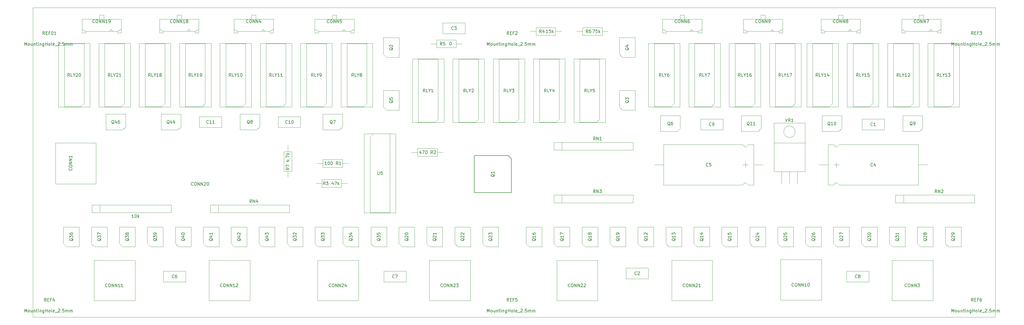
<source format=gbr>
%TF.GenerationSoftware,KiCad,Pcbnew,4.0.7*%
%TF.CreationDate,2018-12-11T18:31:46-05:00*%
%TF.ProjectId,AOML_AB_2.2,414F4D4C5F41425F322E322E6B696361,rev?*%
%TF.FileFunction,Other,Fab,Top*%
%FSLAX46Y46*%
G04 Gerber Fmt 4.6, Leading zero omitted, Abs format (unit mm)*
G04 Created by KiCad (PCBNEW 4.0.7) date 12/11/18 18:31:46*
%MOMM*%
%LPD*%
G01*
G04 APERTURE LIST*
%ADD10C,0.100000*%
%ADD11C,0.150000*%
G04 APERTURE END LIST*
D10*
X22860000Y-121925000D02*
X22860000Y-22225000D01*
X332760000Y-121925000D02*
X22860000Y-121925000D01*
X332760000Y-22225000D02*
X332760000Y-121925000D01*
X22860000Y-22225000D02*
X332760000Y-22225000D01*
X278944000Y-66338000D02*
X278944000Y-79338000D01*
X307944000Y-66338000D02*
X307944000Y-79338000D01*
X278944000Y-66338000D02*
X280684000Y-66338000D01*
X280684000Y-66338000D02*
X281584000Y-67238000D01*
X281584000Y-67238000D02*
X282484000Y-66338000D01*
X282484000Y-66338000D02*
X307944000Y-66338000D01*
X278944000Y-79338000D02*
X280684000Y-79338000D01*
X280684000Y-79338000D02*
X281584000Y-78438000D01*
X281584000Y-78438000D02*
X282484000Y-79338000D01*
X282484000Y-79338000D02*
X307944000Y-79338000D01*
X275944000Y-72838000D02*
X278944000Y-72838000D01*
X310944000Y-72838000D02*
X307944000Y-72838000D01*
X280694000Y-72838000D02*
X282494000Y-72838000D01*
X281594000Y-71938000D02*
X281594000Y-73738000D01*
X167674000Y-98203000D02*
X167674000Y-92853000D01*
X167674000Y-92853000D02*
X172754000Y-92853000D01*
X172754000Y-92853000D02*
X172754000Y-99203000D01*
X172754000Y-99203000D02*
X168674000Y-99203000D01*
X168674000Y-99203000D02*
X167674000Y-98203000D01*
X41890000Y-85745000D02*
X41890000Y-88245000D01*
X41890000Y-88245000D02*
X67330000Y-88245000D01*
X67330000Y-88245000D02*
X67330000Y-85745000D01*
X67330000Y-85745000D02*
X41890000Y-85745000D01*
X44450000Y-85745000D02*
X44450000Y-88245000D01*
X297044000Y-61588000D02*
X297044000Y-58088000D01*
X297044000Y-58088000D02*
X289844000Y-58088000D01*
X289844000Y-58088000D02*
X289844000Y-61588000D01*
X289844000Y-61588000D02*
X297044000Y-61588000D01*
X221044000Y-109588000D02*
X221044000Y-106088000D01*
X221044000Y-106088000D02*
X213844000Y-106088000D01*
X213844000Y-106088000D02*
X213844000Y-109588000D01*
X213844000Y-109588000D02*
X221044000Y-109588000D01*
X162044000Y-30588000D02*
X162044000Y-27088000D01*
X162044000Y-27088000D02*
X154844000Y-27088000D01*
X154844000Y-27088000D02*
X154844000Y-30588000D01*
X154844000Y-30588000D02*
X162044000Y-30588000D01*
X254944000Y-79338000D02*
X254944000Y-66338000D01*
X225944000Y-79338000D02*
X225944000Y-66338000D01*
X254944000Y-79338000D02*
X253204000Y-79338000D01*
X253204000Y-79338000D02*
X252304000Y-78438000D01*
X252304000Y-78438000D02*
X251404000Y-79338000D01*
X251404000Y-79338000D02*
X225944000Y-79338000D01*
X254944000Y-66338000D02*
X253204000Y-66338000D01*
X253204000Y-66338000D02*
X252304000Y-67238000D01*
X252304000Y-67238000D02*
X251404000Y-66338000D01*
X251404000Y-66338000D02*
X225944000Y-66338000D01*
X257944000Y-72838000D02*
X254944000Y-72838000D01*
X222944000Y-72838000D02*
X225944000Y-72838000D01*
X253194000Y-72838000D02*
X251394000Y-72838000D01*
X252294000Y-73738000D02*
X252294000Y-71938000D01*
X72044000Y-110588000D02*
X72044000Y-107088000D01*
X72044000Y-107088000D02*
X64844000Y-107088000D01*
X64844000Y-107088000D02*
X64844000Y-110588000D01*
X64844000Y-110588000D02*
X72044000Y-110588000D01*
X143044000Y-110588000D02*
X143044000Y-107088000D01*
X143044000Y-107088000D02*
X135844000Y-107088000D01*
X135844000Y-107088000D02*
X135844000Y-110588000D01*
X135844000Y-110588000D02*
X143044000Y-110588000D01*
X292044000Y-110588000D02*
X292044000Y-107088000D01*
X292044000Y-107088000D02*
X284844000Y-107088000D01*
X284844000Y-107088000D02*
X284844000Y-110588000D01*
X284844000Y-110588000D02*
X292044000Y-110588000D01*
X245044000Y-61588000D02*
X245044000Y-58088000D01*
X245044000Y-58088000D02*
X237844000Y-58088000D01*
X237844000Y-58088000D02*
X237844000Y-61588000D01*
X237844000Y-61588000D02*
X245044000Y-61588000D01*
X109050000Y-60805000D02*
X109050000Y-57305000D01*
X109050000Y-57305000D02*
X101850000Y-57305000D01*
X101850000Y-57305000D02*
X101850000Y-60805000D01*
X101850000Y-60805000D02*
X109050000Y-60805000D01*
X83650000Y-60805000D02*
X83650000Y-57305000D01*
X83650000Y-57305000D02*
X76450000Y-57305000D01*
X76450000Y-57305000D02*
X76450000Y-60805000D01*
X76450000Y-60805000D02*
X83650000Y-60805000D01*
D11*
X176944000Y-70838000D02*
X176944000Y-81838000D01*
X176944000Y-81838000D02*
X164944000Y-81838000D01*
X164944000Y-81838000D02*
X164944000Y-69838000D01*
X164944000Y-69838000D02*
X175944000Y-69838000D01*
X175944000Y-69838000D02*
X176944000Y-70838000D01*
D10*
X135674000Y-37203000D02*
X135674000Y-31853000D01*
X135674000Y-31853000D02*
X140754000Y-31853000D01*
X140754000Y-31853000D02*
X140754000Y-38203000D01*
X140754000Y-38203000D02*
X136674000Y-38203000D01*
X136674000Y-38203000D02*
X135674000Y-37203000D01*
X211674000Y-54203000D02*
X211674000Y-48853000D01*
X211674000Y-48853000D02*
X216754000Y-48853000D01*
X216754000Y-48853000D02*
X216754000Y-55203000D01*
X216754000Y-55203000D02*
X212674000Y-55203000D01*
X212674000Y-55203000D02*
X211674000Y-54203000D01*
X211674000Y-37203000D02*
X211674000Y-31853000D01*
X211674000Y-31853000D02*
X216754000Y-31853000D01*
X216754000Y-31853000D02*
X216754000Y-38203000D01*
X216754000Y-38203000D02*
X212674000Y-38203000D01*
X212674000Y-38203000D02*
X211674000Y-37203000D01*
X135674000Y-54203000D02*
X135674000Y-48853000D01*
X135674000Y-48853000D02*
X140754000Y-48853000D01*
X140754000Y-48853000D02*
X140754000Y-55203000D01*
X140754000Y-55203000D02*
X136674000Y-55203000D01*
X136674000Y-55203000D02*
X135674000Y-54203000D01*
X230309000Y-62108000D02*
X224959000Y-62108000D01*
X224959000Y-62108000D02*
X224959000Y-57028000D01*
X224959000Y-57028000D02*
X231309000Y-57028000D01*
X231309000Y-57028000D02*
X231309000Y-61108000D01*
X231309000Y-61108000D02*
X230309000Y-62108000D01*
X121555000Y-61595000D02*
X116205000Y-61595000D01*
X116205000Y-61595000D02*
X116205000Y-56515000D01*
X116205000Y-56515000D02*
X122555000Y-56515000D01*
X122555000Y-56515000D02*
X122555000Y-60595000D01*
X122555000Y-60595000D02*
X121555000Y-61595000D01*
X94885000Y-61595000D02*
X89535000Y-61595000D01*
X89535000Y-61595000D02*
X89535000Y-56515000D01*
X89535000Y-56515000D02*
X95885000Y-56515000D01*
X95885000Y-56515000D02*
X95885000Y-60595000D01*
X95885000Y-60595000D02*
X94885000Y-61595000D01*
X308309000Y-62108000D02*
X302959000Y-62108000D01*
X302959000Y-62108000D02*
X302959000Y-57028000D01*
X302959000Y-57028000D02*
X309309000Y-57028000D01*
X309309000Y-57028000D02*
X309309000Y-61108000D01*
X309309000Y-61108000D02*
X308309000Y-62108000D01*
X282309000Y-62108000D02*
X276959000Y-62108000D01*
X276959000Y-62108000D02*
X276959000Y-57028000D01*
X276959000Y-57028000D02*
X283309000Y-57028000D01*
X283309000Y-57028000D02*
X283309000Y-61108000D01*
X283309000Y-61108000D02*
X282309000Y-62108000D01*
X256309000Y-62108000D02*
X250959000Y-62108000D01*
X250959000Y-62108000D02*
X250959000Y-57028000D01*
X250959000Y-57028000D02*
X257309000Y-57028000D01*
X257309000Y-57028000D02*
X257309000Y-61108000D01*
X257309000Y-61108000D02*
X256309000Y-62108000D01*
X217674000Y-98203000D02*
X217674000Y-92853000D01*
X217674000Y-92853000D02*
X222754000Y-92853000D01*
X222754000Y-92853000D02*
X222754000Y-99203000D01*
X222754000Y-99203000D02*
X218674000Y-99203000D01*
X218674000Y-99203000D02*
X217674000Y-98203000D01*
X226674000Y-98203000D02*
X226674000Y-92853000D01*
X226674000Y-92853000D02*
X231754000Y-92853000D01*
X231754000Y-92853000D02*
X231754000Y-99203000D01*
X231754000Y-99203000D02*
X227674000Y-99203000D01*
X227674000Y-99203000D02*
X226674000Y-98203000D01*
X235674000Y-98203000D02*
X235674000Y-92853000D01*
X235674000Y-92853000D02*
X240754000Y-92853000D01*
X240754000Y-92853000D02*
X240754000Y-99203000D01*
X240754000Y-99203000D02*
X236674000Y-99203000D01*
X236674000Y-99203000D02*
X235674000Y-98203000D01*
X244674000Y-98203000D02*
X244674000Y-92853000D01*
X244674000Y-92853000D02*
X249754000Y-92853000D01*
X249754000Y-92853000D02*
X249754000Y-99203000D01*
X249754000Y-99203000D02*
X245674000Y-99203000D01*
X245674000Y-99203000D02*
X244674000Y-98203000D01*
X181674000Y-98203000D02*
X181674000Y-92853000D01*
X181674000Y-92853000D02*
X186754000Y-92853000D01*
X186754000Y-92853000D02*
X186754000Y-99203000D01*
X186754000Y-99203000D02*
X182674000Y-99203000D01*
X182674000Y-99203000D02*
X181674000Y-98203000D01*
X190674000Y-98203000D02*
X190674000Y-92853000D01*
X190674000Y-92853000D02*
X195754000Y-92853000D01*
X195754000Y-92853000D02*
X195754000Y-99203000D01*
X195754000Y-99203000D02*
X191674000Y-99203000D01*
X191674000Y-99203000D02*
X190674000Y-98203000D01*
X199674000Y-98203000D02*
X199674000Y-92853000D01*
X199674000Y-92853000D02*
X204754000Y-92853000D01*
X204754000Y-92853000D02*
X204754000Y-99203000D01*
X204754000Y-99203000D02*
X200674000Y-99203000D01*
X200674000Y-99203000D02*
X199674000Y-98203000D01*
X208674000Y-98203000D02*
X208674000Y-92853000D01*
X208674000Y-92853000D02*
X213754000Y-92853000D01*
X213754000Y-92853000D02*
X213754000Y-99203000D01*
X213754000Y-99203000D02*
X209674000Y-99203000D01*
X209674000Y-99203000D02*
X208674000Y-98203000D01*
X140674000Y-98203000D02*
X140674000Y-92853000D01*
X140674000Y-92853000D02*
X145754000Y-92853000D01*
X145754000Y-92853000D02*
X145754000Y-99203000D01*
X145754000Y-99203000D02*
X141674000Y-99203000D01*
X141674000Y-99203000D02*
X140674000Y-98203000D01*
X149674000Y-98203000D02*
X149674000Y-92853000D01*
X149674000Y-92853000D02*
X154754000Y-92853000D01*
X154754000Y-92853000D02*
X154754000Y-99203000D01*
X154754000Y-99203000D02*
X150674000Y-99203000D01*
X150674000Y-99203000D02*
X149674000Y-98203000D01*
X158674000Y-98203000D02*
X158674000Y-92853000D01*
X158674000Y-92853000D02*
X163754000Y-92853000D01*
X163754000Y-92853000D02*
X163754000Y-99203000D01*
X163754000Y-99203000D02*
X159674000Y-99203000D01*
X159674000Y-99203000D02*
X158674000Y-98203000D01*
X253674000Y-98203000D02*
X253674000Y-92853000D01*
X253674000Y-92853000D02*
X258754000Y-92853000D01*
X258754000Y-92853000D02*
X258754000Y-99203000D01*
X258754000Y-99203000D02*
X254674000Y-99203000D01*
X254674000Y-99203000D02*
X253674000Y-98203000D01*
X262674000Y-98203000D02*
X262674000Y-92853000D01*
X262674000Y-92853000D02*
X267754000Y-92853000D01*
X267754000Y-92853000D02*
X267754000Y-99203000D01*
X267754000Y-99203000D02*
X263674000Y-99203000D01*
X263674000Y-99203000D02*
X262674000Y-98203000D01*
X271674000Y-98203000D02*
X271674000Y-92853000D01*
X271674000Y-92853000D02*
X276754000Y-92853000D01*
X276754000Y-92853000D02*
X276754000Y-99203000D01*
X276754000Y-99203000D02*
X272674000Y-99203000D01*
X272674000Y-99203000D02*
X271674000Y-98203000D01*
X280674000Y-98203000D02*
X280674000Y-92853000D01*
X280674000Y-92853000D02*
X285754000Y-92853000D01*
X285754000Y-92853000D02*
X285754000Y-99203000D01*
X285754000Y-99203000D02*
X281674000Y-99203000D01*
X281674000Y-99203000D02*
X280674000Y-98203000D01*
X307674000Y-98203000D02*
X307674000Y-92853000D01*
X307674000Y-92853000D02*
X312754000Y-92853000D01*
X312754000Y-92853000D02*
X312754000Y-99203000D01*
X312754000Y-99203000D02*
X308674000Y-99203000D01*
X308674000Y-99203000D02*
X307674000Y-98203000D01*
X316674000Y-98203000D02*
X316674000Y-92853000D01*
X316674000Y-92853000D02*
X321754000Y-92853000D01*
X321754000Y-92853000D02*
X321754000Y-99203000D01*
X321754000Y-99203000D02*
X317674000Y-99203000D01*
X317674000Y-99203000D02*
X316674000Y-98203000D01*
X289674000Y-98203000D02*
X289674000Y-92853000D01*
X289674000Y-92853000D02*
X294754000Y-92853000D01*
X294754000Y-92853000D02*
X294754000Y-99203000D01*
X294754000Y-99203000D02*
X290674000Y-99203000D01*
X290674000Y-99203000D02*
X289674000Y-98203000D01*
X298674000Y-98203000D02*
X298674000Y-92853000D01*
X298674000Y-92853000D02*
X303754000Y-92853000D01*
X303754000Y-92853000D02*
X303754000Y-99203000D01*
X303754000Y-99203000D02*
X299674000Y-99203000D01*
X299674000Y-99203000D02*
X298674000Y-98203000D01*
X104674000Y-98203000D02*
X104674000Y-92853000D01*
X104674000Y-92853000D02*
X109754000Y-92853000D01*
X109754000Y-92853000D02*
X109754000Y-99203000D01*
X109754000Y-99203000D02*
X105674000Y-99203000D01*
X105674000Y-99203000D02*
X104674000Y-98203000D01*
X113674000Y-98203000D02*
X113674000Y-92853000D01*
X113674000Y-92853000D02*
X118754000Y-92853000D01*
X118754000Y-92853000D02*
X118754000Y-99203000D01*
X118754000Y-99203000D02*
X114674000Y-99203000D01*
X114674000Y-99203000D02*
X113674000Y-98203000D01*
X122674000Y-98203000D02*
X122674000Y-92853000D01*
X122674000Y-92853000D02*
X127754000Y-92853000D01*
X127754000Y-92853000D02*
X127754000Y-99203000D01*
X127754000Y-99203000D02*
X123674000Y-99203000D01*
X123674000Y-99203000D02*
X122674000Y-98203000D01*
X131674000Y-98203000D02*
X131674000Y-92853000D01*
X131674000Y-92853000D02*
X136754000Y-92853000D01*
X136754000Y-92853000D02*
X136754000Y-99203000D01*
X136754000Y-99203000D02*
X132674000Y-99203000D01*
X132674000Y-99203000D02*
X131674000Y-98203000D01*
X32674000Y-98203000D02*
X32674000Y-92853000D01*
X32674000Y-92853000D02*
X37754000Y-92853000D01*
X37754000Y-92853000D02*
X37754000Y-99203000D01*
X37754000Y-99203000D02*
X33674000Y-99203000D01*
X33674000Y-99203000D02*
X32674000Y-98203000D01*
X41674000Y-98203000D02*
X41674000Y-92853000D01*
X41674000Y-92853000D02*
X46754000Y-92853000D01*
X46754000Y-92853000D02*
X46754000Y-99203000D01*
X46754000Y-99203000D02*
X42674000Y-99203000D01*
X42674000Y-99203000D02*
X41674000Y-98203000D01*
X50674000Y-98203000D02*
X50674000Y-92853000D01*
X50674000Y-92853000D02*
X55754000Y-92853000D01*
X55754000Y-92853000D02*
X55754000Y-99203000D01*
X55754000Y-99203000D02*
X51674000Y-99203000D01*
X51674000Y-99203000D02*
X50674000Y-98203000D01*
X59674000Y-98203000D02*
X59674000Y-92853000D01*
X59674000Y-92853000D02*
X64754000Y-92853000D01*
X64754000Y-92853000D02*
X64754000Y-99203000D01*
X64754000Y-99203000D02*
X60674000Y-99203000D01*
X60674000Y-99203000D02*
X59674000Y-98203000D01*
X68674000Y-98203000D02*
X68674000Y-92853000D01*
X68674000Y-92853000D02*
X73754000Y-92853000D01*
X73754000Y-92853000D02*
X73754000Y-99203000D01*
X73754000Y-99203000D02*
X69674000Y-99203000D01*
X69674000Y-99203000D02*
X68674000Y-98203000D01*
X77674000Y-98203000D02*
X77674000Y-92853000D01*
X77674000Y-92853000D02*
X82754000Y-92853000D01*
X82754000Y-92853000D02*
X82754000Y-99203000D01*
X82754000Y-99203000D02*
X78674000Y-99203000D01*
X78674000Y-99203000D02*
X77674000Y-98203000D01*
X86674000Y-98203000D02*
X86674000Y-92853000D01*
X86674000Y-92853000D02*
X91754000Y-92853000D01*
X91754000Y-92853000D02*
X91754000Y-99203000D01*
X91754000Y-99203000D02*
X87674000Y-99203000D01*
X87674000Y-99203000D02*
X86674000Y-98203000D01*
X95674000Y-98203000D02*
X95674000Y-92853000D01*
X95674000Y-92853000D02*
X100754000Y-92853000D01*
X100754000Y-92853000D02*
X100754000Y-99203000D01*
X100754000Y-99203000D02*
X96674000Y-99203000D01*
X96674000Y-99203000D02*
X95674000Y-98203000D01*
X69485000Y-61595000D02*
X64135000Y-61595000D01*
X64135000Y-61595000D02*
X64135000Y-56515000D01*
X64135000Y-56515000D02*
X70485000Y-56515000D01*
X70485000Y-56515000D02*
X70485000Y-60595000D01*
X70485000Y-60595000D02*
X69485000Y-61595000D01*
X51705000Y-61595000D02*
X46355000Y-61595000D01*
X46355000Y-61595000D02*
X46355000Y-56515000D01*
X46355000Y-56515000D02*
X52705000Y-56515000D01*
X52705000Y-56515000D02*
X52705000Y-60595000D01*
X52705000Y-60595000D02*
X51705000Y-61595000D01*
X122530000Y-73640000D02*
X122530000Y-71140000D01*
X122530000Y-71140000D02*
X116230000Y-71140000D01*
X116230000Y-71140000D02*
X116230000Y-73640000D01*
X116230000Y-73640000D02*
X122530000Y-73640000D01*
X124460000Y-72390000D02*
X122530000Y-72390000D01*
X114300000Y-72390000D02*
X116230000Y-72390000D01*
X153014000Y-70088000D02*
X153014000Y-67588000D01*
X153014000Y-67588000D02*
X146714000Y-67588000D01*
X146714000Y-67588000D02*
X146714000Y-70088000D01*
X146714000Y-70088000D02*
X153014000Y-70088000D01*
X154944000Y-68838000D02*
X153014000Y-68838000D01*
X144784000Y-68838000D02*
X146714000Y-68838000D01*
X115874000Y-77588000D02*
X115874000Y-80088000D01*
X115874000Y-80088000D02*
X122174000Y-80088000D01*
X122174000Y-80088000D02*
X122174000Y-77588000D01*
X122174000Y-77588000D02*
X115874000Y-77588000D01*
X113944000Y-78838000D02*
X115874000Y-78838000D01*
X124104000Y-78838000D02*
X122174000Y-78838000D01*
X184874000Y-28588000D02*
X184874000Y-31088000D01*
X184874000Y-31088000D02*
X191174000Y-31088000D01*
X191174000Y-31088000D02*
X191174000Y-28588000D01*
X191174000Y-28588000D02*
X184874000Y-28588000D01*
X182944000Y-29838000D02*
X184874000Y-29838000D01*
X193104000Y-29838000D02*
X191174000Y-29838000D01*
X152874000Y-32588000D02*
X152874000Y-35088000D01*
X152874000Y-35088000D02*
X159174000Y-35088000D01*
X159174000Y-35088000D02*
X159174000Y-32588000D01*
X159174000Y-32588000D02*
X152874000Y-32588000D01*
X150944000Y-33838000D02*
X152874000Y-33838000D01*
X161104000Y-33838000D02*
X159174000Y-33838000D01*
X199874000Y-28588000D02*
X199874000Y-31088000D01*
X199874000Y-31088000D02*
X206174000Y-31088000D01*
X206174000Y-31088000D02*
X206174000Y-28588000D01*
X206174000Y-28588000D02*
X199874000Y-28588000D01*
X197944000Y-29838000D02*
X199874000Y-29838000D01*
X208104000Y-29838000D02*
X206174000Y-29838000D01*
X103694000Y-74908000D02*
X106194000Y-74908000D01*
X106194000Y-74908000D02*
X106194000Y-68608000D01*
X106194000Y-68608000D02*
X103694000Y-68608000D01*
X103694000Y-68608000D02*
X103694000Y-74908000D01*
X104944000Y-76838000D02*
X104944000Y-74908000D01*
X104944000Y-66678000D02*
X104944000Y-68608000D01*
X190654000Y-65588000D02*
X190654000Y-68088000D01*
X190654000Y-68088000D02*
X216094000Y-68088000D01*
X216094000Y-68088000D02*
X216094000Y-65588000D01*
X216094000Y-65588000D02*
X190654000Y-65588000D01*
X193214000Y-65588000D02*
X193214000Y-68088000D01*
X300654000Y-82588000D02*
X300654000Y-85088000D01*
X300654000Y-85088000D02*
X326094000Y-85088000D01*
X326094000Y-85088000D02*
X326094000Y-82588000D01*
X326094000Y-82588000D02*
X300654000Y-82588000D01*
X303214000Y-82588000D02*
X303214000Y-85088000D01*
X190654000Y-82588000D02*
X190654000Y-85088000D01*
X190654000Y-85088000D02*
X216094000Y-85088000D01*
X216094000Y-85088000D02*
X216094000Y-82588000D01*
X216094000Y-82588000D02*
X190654000Y-82588000D01*
X193214000Y-82588000D02*
X193214000Y-85088000D01*
X79990000Y-85745000D02*
X79990000Y-88245000D01*
X79990000Y-88245000D02*
X105430000Y-88245000D01*
X105430000Y-88245000D02*
X105430000Y-85745000D01*
X105430000Y-85745000D02*
X79990000Y-85745000D01*
X82550000Y-85745000D02*
X82550000Y-88245000D01*
X132445000Y-62865000D02*
X137795000Y-62865000D01*
X137795000Y-62865000D02*
X137795000Y-88265000D01*
X137795000Y-88265000D02*
X131445000Y-88265000D01*
X131445000Y-88265000D02*
X131445000Y-63865000D01*
X131445000Y-63865000D02*
X132445000Y-62865000D01*
X129540000Y-62805000D02*
X129540000Y-88325000D01*
X129540000Y-88325000D02*
X139700000Y-88325000D01*
X139700000Y-88325000D02*
X139700000Y-62805000D01*
X139700000Y-62805000D02*
X129540000Y-62805000D01*
X261484000Y-65778000D02*
X261484000Y-59378000D01*
X261484000Y-59378000D02*
X271484000Y-59378000D01*
X271484000Y-59378000D02*
X271484000Y-65778000D01*
X271484000Y-65778000D02*
X261484000Y-65778000D01*
X261484000Y-75028000D02*
X261484000Y-65778000D01*
X261484000Y-65778000D02*
X271484000Y-65778000D01*
X271484000Y-65778000D02*
X271484000Y-75028000D01*
X271484000Y-75028000D02*
X261484000Y-75028000D01*
X263944000Y-75028000D02*
X263944000Y-78838000D01*
X266484000Y-75028000D02*
X266484000Y-78838000D01*
X269024000Y-75028000D02*
X269024000Y-78838000D01*
X268334000Y-62178000D02*
G75*
G03X268334000Y-62178000I-1850000J0D01*
G01*
X99069000Y-29808000D02*
X99069000Y-30308000D01*
X99069000Y-30308000D02*
X100269000Y-30308000D01*
X100269000Y-30308000D02*
X100269000Y-25938000D01*
X100269000Y-25938000D02*
X87619000Y-25938000D01*
X87619000Y-25938000D02*
X87619000Y-30308000D01*
X87619000Y-30308000D02*
X88819000Y-30308000D01*
X88819000Y-30308000D02*
X88819000Y-29808000D01*
X88819000Y-29808000D02*
X99069000Y-29808000D01*
X100269000Y-29178000D02*
X99069000Y-29808000D01*
X87619000Y-29178000D02*
X88819000Y-29808000D01*
X94644000Y-25938000D02*
X94644000Y-24538000D01*
X94644000Y-24538000D02*
X93244000Y-24538000D01*
X93244000Y-24538000D02*
X93244000Y-25938000D01*
X97444000Y-29808000D02*
X96944000Y-29100893D01*
X96944000Y-29100893D02*
X96444000Y-29808000D01*
X125069000Y-29808000D02*
X125069000Y-30308000D01*
X125069000Y-30308000D02*
X126269000Y-30308000D01*
X126269000Y-30308000D02*
X126269000Y-25938000D01*
X126269000Y-25938000D02*
X113619000Y-25938000D01*
X113619000Y-25938000D02*
X113619000Y-30308000D01*
X113619000Y-30308000D02*
X114819000Y-30308000D01*
X114819000Y-30308000D02*
X114819000Y-29808000D01*
X114819000Y-29808000D02*
X125069000Y-29808000D01*
X126269000Y-29178000D02*
X125069000Y-29808000D01*
X113619000Y-29178000D02*
X114819000Y-29808000D01*
X120644000Y-25938000D02*
X120644000Y-24538000D01*
X120644000Y-24538000D02*
X119244000Y-24538000D01*
X119244000Y-24538000D02*
X119244000Y-25938000D01*
X123444000Y-29808000D02*
X122944000Y-29100893D01*
X122944000Y-29100893D02*
X122444000Y-29808000D01*
X237069000Y-29808000D02*
X237069000Y-30308000D01*
X237069000Y-30308000D02*
X238269000Y-30308000D01*
X238269000Y-30308000D02*
X238269000Y-25938000D01*
X238269000Y-25938000D02*
X225619000Y-25938000D01*
X225619000Y-25938000D02*
X225619000Y-30308000D01*
X225619000Y-30308000D02*
X226819000Y-30308000D01*
X226819000Y-30308000D02*
X226819000Y-29808000D01*
X226819000Y-29808000D02*
X237069000Y-29808000D01*
X238269000Y-29178000D02*
X237069000Y-29808000D01*
X225619000Y-29178000D02*
X226819000Y-29808000D01*
X232644000Y-25938000D02*
X232644000Y-24538000D01*
X232644000Y-24538000D02*
X231244000Y-24538000D01*
X231244000Y-24538000D02*
X231244000Y-25938000D01*
X235444000Y-29808000D02*
X234944000Y-29100893D01*
X234944000Y-29100893D02*
X234444000Y-29808000D01*
X314069000Y-29808000D02*
X314069000Y-30308000D01*
X314069000Y-30308000D02*
X315269000Y-30308000D01*
X315269000Y-30308000D02*
X315269000Y-25938000D01*
X315269000Y-25938000D02*
X302619000Y-25938000D01*
X302619000Y-25938000D02*
X302619000Y-30308000D01*
X302619000Y-30308000D02*
X303819000Y-30308000D01*
X303819000Y-30308000D02*
X303819000Y-29808000D01*
X303819000Y-29808000D02*
X314069000Y-29808000D01*
X315269000Y-29178000D02*
X314069000Y-29808000D01*
X302619000Y-29178000D02*
X303819000Y-29808000D01*
X309644000Y-25938000D02*
X309644000Y-24538000D01*
X309644000Y-24538000D02*
X308244000Y-24538000D01*
X308244000Y-24538000D02*
X308244000Y-25938000D01*
X312444000Y-29808000D02*
X311944000Y-29100893D01*
X311944000Y-29100893D02*
X311444000Y-29808000D01*
X288069000Y-29808000D02*
X288069000Y-30308000D01*
X288069000Y-30308000D02*
X289269000Y-30308000D01*
X289269000Y-30308000D02*
X289269000Y-25938000D01*
X289269000Y-25938000D02*
X276619000Y-25938000D01*
X276619000Y-25938000D02*
X276619000Y-30308000D01*
X276619000Y-30308000D02*
X277819000Y-30308000D01*
X277819000Y-30308000D02*
X277819000Y-29808000D01*
X277819000Y-29808000D02*
X288069000Y-29808000D01*
X289269000Y-29178000D02*
X288069000Y-29808000D01*
X276619000Y-29178000D02*
X277819000Y-29808000D01*
X283644000Y-25938000D02*
X283644000Y-24538000D01*
X283644000Y-24538000D02*
X282244000Y-24538000D01*
X282244000Y-24538000D02*
X282244000Y-25938000D01*
X286444000Y-29808000D02*
X285944000Y-29100893D01*
X285944000Y-29100893D02*
X285444000Y-29808000D01*
X263069000Y-29808000D02*
X263069000Y-30308000D01*
X263069000Y-30308000D02*
X264269000Y-30308000D01*
X264269000Y-30308000D02*
X264269000Y-25938000D01*
X264269000Y-25938000D02*
X251619000Y-25938000D01*
X251619000Y-25938000D02*
X251619000Y-30308000D01*
X251619000Y-30308000D02*
X252819000Y-30308000D01*
X252819000Y-30308000D02*
X252819000Y-29808000D01*
X252819000Y-29808000D02*
X263069000Y-29808000D01*
X264269000Y-29178000D02*
X263069000Y-29808000D01*
X251619000Y-29178000D02*
X252819000Y-29808000D01*
X258644000Y-25938000D02*
X258644000Y-24538000D01*
X258644000Y-24538000D02*
X257244000Y-24538000D01*
X257244000Y-24538000D02*
X257244000Y-25938000D01*
X261444000Y-29808000D02*
X260944000Y-29100893D01*
X260944000Y-29100893D02*
X260444000Y-29808000D01*
X75069000Y-29808000D02*
X75069000Y-30308000D01*
X75069000Y-30308000D02*
X76269000Y-30308000D01*
X76269000Y-30308000D02*
X76269000Y-25938000D01*
X76269000Y-25938000D02*
X63619000Y-25938000D01*
X63619000Y-25938000D02*
X63619000Y-30308000D01*
X63619000Y-30308000D02*
X64819000Y-30308000D01*
X64819000Y-30308000D02*
X64819000Y-29808000D01*
X64819000Y-29808000D02*
X75069000Y-29808000D01*
X76269000Y-29178000D02*
X75069000Y-29808000D01*
X63619000Y-29178000D02*
X64819000Y-29808000D01*
X70644000Y-25938000D02*
X70644000Y-24538000D01*
X70644000Y-24538000D02*
X69244000Y-24538000D01*
X69244000Y-24538000D02*
X69244000Y-25938000D01*
X73444000Y-29808000D02*
X72944000Y-29100893D01*
X72944000Y-29100893D02*
X72444000Y-29808000D01*
X50069000Y-29808000D02*
X50069000Y-30308000D01*
X50069000Y-30308000D02*
X51269000Y-30308000D01*
X51269000Y-30308000D02*
X51269000Y-25938000D01*
X51269000Y-25938000D02*
X38619000Y-25938000D01*
X38619000Y-25938000D02*
X38619000Y-30308000D01*
X38619000Y-30308000D02*
X39819000Y-30308000D01*
X39819000Y-30308000D02*
X39819000Y-29808000D01*
X39819000Y-29808000D02*
X50069000Y-29808000D01*
X51269000Y-29178000D02*
X50069000Y-29808000D01*
X38619000Y-29178000D02*
X39819000Y-29808000D01*
X45644000Y-25938000D02*
X45644000Y-24538000D01*
X45644000Y-24538000D02*
X44244000Y-24538000D01*
X44244000Y-24538000D02*
X44244000Y-25938000D01*
X48444000Y-29808000D02*
X47944000Y-29100893D01*
X47944000Y-29100893D02*
X47444000Y-29808000D01*
X30140000Y-78995000D02*
X43140000Y-78995000D01*
X43140000Y-65795000D02*
X30150000Y-65795000D01*
X43140000Y-65795000D02*
X43140000Y-78995000D01*
X30140000Y-65795000D02*
X30140000Y-78995000D01*
X55724000Y-116608000D02*
X55724000Y-103608000D01*
X42524000Y-103608000D02*
X42524000Y-116598000D01*
X42524000Y-103608000D02*
X55724000Y-103608000D01*
X42524000Y-116608000D02*
X55724000Y-116608000D01*
X92724000Y-116608000D02*
X92724000Y-103608000D01*
X79524000Y-103608000D02*
X79524000Y-116598000D01*
X79524000Y-103608000D02*
X92724000Y-103608000D01*
X79524000Y-116608000D02*
X92724000Y-116608000D01*
X163724000Y-116608000D02*
X163724000Y-103608000D01*
X150524000Y-103608000D02*
X150524000Y-116598000D01*
X150524000Y-103608000D02*
X163724000Y-103608000D01*
X150524000Y-116608000D02*
X163724000Y-116608000D01*
X127724000Y-116608000D02*
X127724000Y-103608000D01*
X114524000Y-103608000D02*
X114524000Y-116598000D01*
X114524000Y-103608000D02*
X127724000Y-103608000D01*
X114524000Y-116608000D02*
X127724000Y-116608000D01*
X312724000Y-116608000D02*
X312724000Y-103608000D01*
X299524000Y-103608000D02*
X299524000Y-116598000D01*
X299524000Y-103608000D02*
X312724000Y-103608000D01*
X299524000Y-116608000D02*
X312724000Y-116608000D01*
X276813000Y-116418000D02*
X276813000Y-103418000D01*
X263613000Y-103418000D02*
X263613000Y-116408000D01*
X263613000Y-103418000D02*
X276813000Y-103418000D01*
X263613000Y-116418000D02*
X276813000Y-116418000D01*
X241724000Y-116608000D02*
X241724000Y-103608000D01*
X228524000Y-103608000D02*
X228524000Y-116598000D01*
X228524000Y-103608000D02*
X241724000Y-103608000D01*
X228524000Y-116608000D02*
X241724000Y-116608000D01*
X204724000Y-116608000D02*
X204724000Y-103608000D01*
X191524000Y-103608000D02*
X191524000Y-116598000D01*
X191524000Y-103608000D02*
X204724000Y-103608000D01*
X191524000Y-116608000D02*
X204724000Y-116608000D01*
X152309000Y-59108000D02*
X146959000Y-59108000D01*
X146959000Y-59108000D02*
X146959000Y-38788000D01*
X146959000Y-38788000D02*
X153309000Y-38788000D01*
X153309000Y-38788000D02*
X153309000Y-58108000D01*
X153309000Y-58108000D02*
X152309000Y-59108000D01*
X155214000Y-59168000D02*
X155214000Y-38728000D01*
X155214000Y-38728000D02*
X145054000Y-38728000D01*
X145054000Y-38728000D02*
X145054000Y-59168000D01*
X145054000Y-59168000D02*
X155214000Y-59168000D01*
X165309000Y-59108000D02*
X159959000Y-59108000D01*
X159959000Y-59108000D02*
X159959000Y-38788000D01*
X159959000Y-38788000D02*
X166309000Y-38788000D01*
X166309000Y-38788000D02*
X166309000Y-58108000D01*
X166309000Y-58108000D02*
X165309000Y-59108000D01*
X168214000Y-59168000D02*
X168214000Y-38728000D01*
X168214000Y-38728000D02*
X158054000Y-38728000D01*
X158054000Y-38728000D02*
X158054000Y-59168000D01*
X158054000Y-59168000D02*
X168214000Y-59168000D01*
X178309000Y-59108000D02*
X172959000Y-59108000D01*
X172959000Y-59108000D02*
X172959000Y-38788000D01*
X172959000Y-38788000D02*
X179309000Y-38788000D01*
X179309000Y-38788000D02*
X179309000Y-58108000D01*
X179309000Y-58108000D02*
X178309000Y-59108000D01*
X181214000Y-59168000D02*
X181214000Y-38728000D01*
X181214000Y-38728000D02*
X171054000Y-38728000D01*
X171054000Y-38728000D02*
X171054000Y-59168000D01*
X171054000Y-59168000D02*
X181214000Y-59168000D01*
X191309000Y-59108000D02*
X185959000Y-59108000D01*
X185959000Y-59108000D02*
X185959000Y-38788000D01*
X185959000Y-38788000D02*
X192309000Y-38788000D01*
X192309000Y-38788000D02*
X192309000Y-58108000D01*
X192309000Y-58108000D02*
X191309000Y-59108000D01*
X194214000Y-59168000D02*
X194214000Y-38728000D01*
X194214000Y-38728000D02*
X184054000Y-38728000D01*
X184054000Y-38728000D02*
X184054000Y-59168000D01*
X184054000Y-59168000D02*
X194214000Y-59168000D01*
X204309000Y-59108000D02*
X198959000Y-59108000D01*
X198959000Y-59108000D02*
X198959000Y-38788000D01*
X198959000Y-38788000D02*
X205309000Y-38788000D01*
X205309000Y-38788000D02*
X205309000Y-58108000D01*
X205309000Y-58108000D02*
X204309000Y-59108000D01*
X207214000Y-59168000D02*
X207214000Y-38728000D01*
X207214000Y-38728000D02*
X197054000Y-38728000D01*
X197054000Y-38728000D02*
X197054000Y-59168000D01*
X197054000Y-59168000D02*
X207214000Y-59168000D01*
X228309000Y-54108000D02*
X222959000Y-54108000D01*
X222959000Y-54108000D02*
X222959000Y-33788000D01*
X222959000Y-33788000D02*
X229309000Y-33788000D01*
X229309000Y-33788000D02*
X229309000Y-53108000D01*
X229309000Y-53108000D02*
X228309000Y-54108000D01*
X231214000Y-54168000D02*
X231214000Y-33728000D01*
X231214000Y-33728000D02*
X221054000Y-33728000D01*
X221054000Y-33728000D02*
X221054000Y-54168000D01*
X221054000Y-54168000D02*
X231214000Y-54168000D01*
X241309000Y-54108000D02*
X235959000Y-54108000D01*
X235959000Y-54108000D02*
X235959000Y-33788000D01*
X235959000Y-33788000D02*
X242309000Y-33788000D01*
X242309000Y-33788000D02*
X242309000Y-53108000D01*
X242309000Y-53108000D02*
X241309000Y-54108000D01*
X244214000Y-54168000D02*
X244214000Y-33728000D01*
X244214000Y-33728000D02*
X234054000Y-33728000D01*
X234054000Y-33728000D02*
X234054000Y-54168000D01*
X234054000Y-54168000D02*
X244214000Y-54168000D01*
X129309000Y-54108000D02*
X123959000Y-54108000D01*
X123959000Y-54108000D02*
X123959000Y-33788000D01*
X123959000Y-33788000D02*
X130309000Y-33788000D01*
X130309000Y-33788000D02*
X130309000Y-53108000D01*
X130309000Y-53108000D02*
X129309000Y-54108000D01*
X132214000Y-54168000D02*
X132214000Y-33728000D01*
X132214000Y-33728000D02*
X122054000Y-33728000D01*
X122054000Y-33728000D02*
X122054000Y-54168000D01*
X122054000Y-54168000D02*
X132214000Y-54168000D01*
X116309000Y-54108000D02*
X110959000Y-54108000D01*
X110959000Y-54108000D02*
X110959000Y-33788000D01*
X110959000Y-33788000D02*
X117309000Y-33788000D01*
X117309000Y-33788000D02*
X117309000Y-53108000D01*
X117309000Y-53108000D02*
X116309000Y-54108000D01*
X119214000Y-54168000D02*
X119214000Y-33728000D01*
X119214000Y-33728000D02*
X109054000Y-33728000D01*
X109054000Y-33728000D02*
X109054000Y-54168000D01*
X109054000Y-54168000D02*
X119214000Y-54168000D01*
X90309000Y-54108000D02*
X84959000Y-54108000D01*
X84959000Y-54108000D02*
X84959000Y-33788000D01*
X84959000Y-33788000D02*
X91309000Y-33788000D01*
X91309000Y-33788000D02*
X91309000Y-53108000D01*
X91309000Y-53108000D02*
X90309000Y-54108000D01*
X93214000Y-54168000D02*
X93214000Y-33728000D01*
X93214000Y-33728000D02*
X83054000Y-33728000D01*
X83054000Y-33728000D02*
X83054000Y-54168000D01*
X83054000Y-54168000D02*
X93214000Y-54168000D01*
X103309000Y-54108000D02*
X97959000Y-54108000D01*
X97959000Y-54108000D02*
X97959000Y-33788000D01*
X97959000Y-33788000D02*
X104309000Y-33788000D01*
X104309000Y-33788000D02*
X104309000Y-53108000D01*
X104309000Y-53108000D02*
X103309000Y-54108000D01*
X106214000Y-54168000D02*
X106214000Y-33728000D01*
X106214000Y-33728000D02*
X96054000Y-33728000D01*
X96054000Y-33728000D02*
X96054000Y-54168000D01*
X96054000Y-54168000D02*
X106214000Y-54168000D01*
X305309000Y-54108000D02*
X299959000Y-54108000D01*
X299959000Y-54108000D02*
X299959000Y-33788000D01*
X299959000Y-33788000D02*
X306309000Y-33788000D01*
X306309000Y-33788000D02*
X306309000Y-53108000D01*
X306309000Y-53108000D02*
X305309000Y-54108000D01*
X308214000Y-54168000D02*
X308214000Y-33728000D01*
X308214000Y-33728000D02*
X298054000Y-33728000D01*
X298054000Y-33728000D02*
X298054000Y-54168000D01*
X298054000Y-54168000D02*
X308214000Y-54168000D01*
X318309000Y-54108000D02*
X312959000Y-54108000D01*
X312959000Y-54108000D02*
X312959000Y-33788000D01*
X312959000Y-33788000D02*
X319309000Y-33788000D01*
X319309000Y-33788000D02*
X319309000Y-53108000D01*
X319309000Y-53108000D02*
X318309000Y-54108000D01*
X321214000Y-54168000D02*
X321214000Y-33728000D01*
X321214000Y-33728000D02*
X311054000Y-33728000D01*
X311054000Y-33728000D02*
X311054000Y-54168000D01*
X311054000Y-54168000D02*
X321214000Y-54168000D01*
X279309000Y-54108000D02*
X273959000Y-54108000D01*
X273959000Y-54108000D02*
X273959000Y-33788000D01*
X273959000Y-33788000D02*
X280309000Y-33788000D01*
X280309000Y-33788000D02*
X280309000Y-53108000D01*
X280309000Y-53108000D02*
X279309000Y-54108000D01*
X282214000Y-54168000D02*
X282214000Y-33728000D01*
X282214000Y-33728000D02*
X272054000Y-33728000D01*
X272054000Y-33728000D02*
X272054000Y-54168000D01*
X272054000Y-54168000D02*
X282214000Y-54168000D01*
X292309000Y-54108000D02*
X286959000Y-54108000D01*
X286959000Y-54108000D02*
X286959000Y-33788000D01*
X286959000Y-33788000D02*
X293309000Y-33788000D01*
X293309000Y-33788000D02*
X293309000Y-53108000D01*
X293309000Y-53108000D02*
X292309000Y-54108000D01*
X295214000Y-54168000D02*
X295214000Y-33728000D01*
X295214000Y-33728000D02*
X285054000Y-33728000D01*
X285054000Y-33728000D02*
X285054000Y-54168000D01*
X285054000Y-54168000D02*
X295214000Y-54168000D01*
X254309000Y-54108000D02*
X248959000Y-54108000D01*
X248959000Y-54108000D02*
X248959000Y-33788000D01*
X248959000Y-33788000D02*
X255309000Y-33788000D01*
X255309000Y-33788000D02*
X255309000Y-53108000D01*
X255309000Y-53108000D02*
X254309000Y-54108000D01*
X257214000Y-54168000D02*
X257214000Y-33728000D01*
X257214000Y-33728000D02*
X247054000Y-33728000D01*
X247054000Y-33728000D02*
X247054000Y-54168000D01*
X247054000Y-54168000D02*
X257214000Y-54168000D01*
X267309000Y-54108000D02*
X261959000Y-54108000D01*
X261959000Y-54108000D02*
X261959000Y-33788000D01*
X261959000Y-33788000D02*
X268309000Y-33788000D01*
X268309000Y-33788000D02*
X268309000Y-53108000D01*
X268309000Y-53108000D02*
X267309000Y-54108000D01*
X270214000Y-54168000D02*
X270214000Y-33728000D01*
X270214000Y-33728000D02*
X260054000Y-33728000D01*
X260054000Y-33728000D02*
X260054000Y-54168000D01*
X260054000Y-54168000D02*
X270214000Y-54168000D01*
X64309000Y-54108000D02*
X58959000Y-54108000D01*
X58959000Y-54108000D02*
X58959000Y-33788000D01*
X58959000Y-33788000D02*
X65309000Y-33788000D01*
X65309000Y-33788000D02*
X65309000Y-53108000D01*
X65309000Y-53108000D02*
X64309000Y-54108000D01*
X67214000Y-54168000D02*
X67214000Y-33728000D01*
X67214000Y-33728000D02*
X57054000Y-33728000D01*
X57054000Y-33728000D02*
X57054000Y-54168000D01*
X57054000Y-54168000D02*
X67214000Y-54168000D01*
X77309000Y-54108000D02*
X71959000Y-54108000D01*
X71959000Y-54108000D02*
X71959000Y-33788000D01*
X71959000Y-33788000D02*
X78309000Y-33788000D01*
X78309000Y-33788000D02*
X78309000Y-53108000D01*
X78309000Y-53108000D02*
X77309000Y-54108000D01*
X80214000Y-54168000D02*
X80214000Y-33728000D01*
X80214000Y-33728000D02*
X70054000Y-33728000D01*
X70054000Y-33728000D02*
X70054000Y-54168000D01*
X70054000Y-54168000D02*
X80214000Y-54168000D01*
X38309000Y-54108000D02*
X32959000Y-54108000D01*
X32959000Y-54108000D02*
X32959000Y-33788000D01*
X32959000Y-33788000D02*
X39309000Y-33788000D01*
X39309000Y-33788000D02*
X39309000Y-53108000D01*
X39309000Y-53108000D02*
X38309000Y-54108000D01*
X41214000Y-54168000D02*
X41214000Y-33728000D01*
X41214000Y-33728000D02*
X31054000Y-33728000D01*
X31054000Y-33728000D02*
X31054000Y-54168000D01*
X31054000Y-54168000D02*
X41214000Y-54168000D01*
X51309000Y-54108000D02*
X45959000Y-54108000D01*
X45959000Y-54108000D02*
X45959000Y-33788000D01*
X45959000Y-33788000D02*
X52309000Y-33788000D01*
X52309000Y-33788000D02*
X52309000Y-53108000D01*
X52309000Y-53108000D02*
X51309000Y-54108000D01*
X54214000Y-54168000D02*
X54214000Y-33728000D01*
X54214000Y-33728000D02*
X44054000Y-33728000D01*
X44054000Y-33728000D02*
X44054000Y-54168000D01*
X44054000Y-54168000D02*
X54214000Y-54168000D01*
D11*
X293277334Y-73195143D02*
X293229715Y-73242762D01*
X293086858Y-73290381D01*
X292991620Y-73290381D01*
X292848762Y-73242762D01*
X292753524Y-73147524D01*
X292705905Y-73052286D01*
X292658286Y-72861810D01*
X292658286Y-72718952D01*
X292705905Y-72528476D01*
X292753524Y-72433238D01*
X292848762Y-72338000D01*
X292991620Y-72290381D01*
X293086858Y-72290381D01*
X293229715Y-72338000D01*
X293277334Y-72385619D01*
X294134477Y-72623714D02*
X294134477Y-73290381D01*
X293896381Y-72242762D02*
X293658286Y-72957048D01*
X294277334Y-72957048D01*
X170761619Y-96599428D02*
X170714000Y-96694666D01*
X170618762Y-96789904D01*
X170475905Y-96932761D01*
X170428286Y-97028000D01*
X170428286Y-97123238D01*
X170666381Y-97075619D02*
X170618762Y-97170857D01*
X170523524Y-97266095D01*
X170333048Y-97313714D01*
X169999714Y-97313714D01*
X169809238Y-97266095D01*
X169714000Y-97170857D01*
X169666381Y-97075619D01*
X169666381Y-96885142D01*
X169714000Y-96789904D01*
X169809238Y-96694666D01*
X169999714Y-96647047D01*
X170333048Y-96647047D01*
X170523524Y-96694666D01*
X170618762Y-96789904D01*
X170666381Y-96885142D01*
X170666381Y-97075619D01*
X169761619Y-96266095D02*
X169714000Y-96218476D01*
X169666381Y-96123238D01*
X169666381Y-95885142D01*
X169714000Y-95789904D01*
X169761619Y-95742285D01*
X169856857Y-95694666D01*
X169952095Y-95694666D01*
X170094952Y-95742285D01*
X170666381Y-96313714D01*
X170666381Y-95694666D01*
X169666381Y-95361333D02*
X169666381Y-94742285D01*
X170047333Y-95075619D01*
X170047333Y-94932761D01*
X170094952Y-94837523D01*
X170142571Y-94789904D01*
X170237810Y-94742285D01*
X170475905Y-94742285D01*
X170571143Y-94789904D01*
X170618762Y-94837523D01*
X170666381Y-94932761D01*
X170666381Y-95218476D01*
X170618762Y-95313714D01*
X170571143Y-95361333D01*
X55284762Y-89847381D02*
X54713333Y-89847381D01*
X54999047Y-89847381D02*
X54999047Y-88847381D01*
X54903809Y-88990238D01*
X54808571Y-89085476D01*
X54713333Y-89133095D01*
X55903809Y-88847381D02*
X55999048Y-88847381D01*
X56094286Y-88895000D01*
X56141905Y-88942619D01*
X56189524Y-89037857D01*
X56237143Y-89228333D01*
X56237143Y-89466429D01*
X56189524Y-89656905D01*
X56141905Y-89752143D01*
X56094286Y-89799762D01*
X55999048Y-89847381D01*
X55903809Y-89847381D01*
X55808571Y-89799762D01*
X55760952Y-89752143D01*
X55713333Y-89656905D01*
X55665714Y-89466429D01*
X55665714Y-89228333D01*
X55713333Y-89037857D01*
X55760952Y-88942619D01*
X55808571Y-88895000D01*
X55903809Y-88847381D01*
X56665714Y-89847381D02*
X56665714Y-88847381D01*
X56760952Y-89466429D02*
X57046667Y-89847381D01*
X57046667Y-89180714D02*
X56665714Y-89561667D01*
X169169524Y-120317381D02*
X169169524Y-119317381D01*
X169502858Y-120031667D01*
X169836191Y-119317381D01*
X169836191Y-120317381D01*
X170455238Y-120317381D02*
X170360000Y-120269762D01*
X170312381Y-120222143D01*
X170264762Y-120126905D01*
X170264762Y-119841190D01*
X170312381Y-119745952D01*
X170360000Y-119698333D01*
X170455238Y-119650714D01*
X170598096Y-119650714D01*
X170693334Y-119698333D01*
X170740953Y-119745952D01*
X170788572Y-119841190D01*
X170788572Y-120126905D01*
X170740953Y-120222143D01*
X170693334Y-120269762D01*
X170598096Y-120317381D01*
X170455238Y-120317381D01*
X171645715Y-119650714D02*
X171645715Y-120317381D01*
X171217143Y-119650714D02*
X171217143Y-120174524D01*
X171264762Y-120269762D01*
X171360000Y-120317381D01*
X171502858Y-120317381D01*
X171598096Y-120269762D01*
X171645715Y-120222143D01*
X172121905Y-119650714D02*
X172121905Y-120317381D01*
X172121905Y-119745952D02*
X172169524Y-119698333D01*
X172264762Y-119650714D01*
X172407620Y-119650714D01*
X172502858Y-119698333D01*
X172550477Y-119793571D01*
X172550477Y-120317381D01*
X172883810Y-119650714D02*
X173264762Y-119650714D01*
X173026667Y-119317381D02*
X173026667Y-120174524D01*
X173074286Y-120269762D01*
X173169524Y-120317381D01*
X173264762Y-120317381D01*
X173598096Y-120317381D02*
X173598096Y-119650714D01*
X173598096Y-119317381D02*
X173550477Y-119365000D01*
X173598096Y-119412619D01*
X173645715Y-119365000D01*
X173598096Y-119317381D01*
X173598096Y-119412619D01*
X174074286Y-119650714D02*
X174074286Y-120317381D01*
X174074286Y-119745952D02*
X174121905Y-119698333D01*
X174217143Y-119650714D01*
X174360001Y-119650714D01*
X174455239Y-119698333D01*
X174502858Y-119793571D01*
X174502858Y-120317381D01*
X175407620Y-119650714D02*
X175407620Y-120460238D01*
X175360001Y-120555476D01*
X175312382Y-120603095D01*
X175217143Y-120650714D01*
X175074286Y-120650714D01*
X174979048Y-120603095D01*
X175407620Y-120269762D02*
X175312382Y-120317381D01*
X175121905Y-120317381D01*
X175026667Y-120269762D01*
X174979048Y-120222143D01*
X174931429Y-120126905D01*
X174931429Y-119841190D01*
X174979048Y-119745952D01*
X175026667Y-119698333D01*
X175121905Y-119650714D01*
X175312382Y-119650714D01*
X175407620Y-119698333D01*
X175883810Y-120317381D02*
X175883810Y-119317381D01*
X175883810Y-119793571D02*
X176455239Y-119793571D01*
X176455239Y-120317381D02*
X176455239Y-119317381D01*
X177074286Y-120317381D02*
X176979048Y-120269762D01*
X176931429Y-120222143D01*
X176883810Y-120126905D01*
X176883810Y-119841190D01*
X176931429Y-119745952D01*
X176979048Y-119698333D01*
X177074286Y-119650714D01*
X177217144Y-119650714D01*
X177312382Y-119698333D01*
X177360001Y-119745952D01*
X177407620Y-119841190D01*
X177407620Y-120126905D01*
X177360001Y-120222143D01*
X177312382Y-120269762D01*
X177217144Y-120317381D01*
X177074286Y-120317381D01*
X177979048Y-120317381D02*
X177883810Y-120269762D01*
X177836191Y-120174524D01*
X177836191Y-119317381D01*
X178740954Y-120269762D02*
X178645716Y-120317381D01*
X178455239Y-120317381D01*
X178360001Y-120269762D01*
X178312382Y-120174524D01*
X178312382Y-119793571D01*
X178360001Y-119698333D01*
X178455239Y-119650714D01*
X178645716Y-119650714D01*
X178740954Y-119698333D01*
X178788573Y-119793571D01*
X178788573Y-119888810D01*
X178312382Y-119984048D01*
X178979049Y-120412619D02*
X179740954Y-120412619D01*
X179931430Y-119412619D02*
X179979049Y-119365000D01*
X180074287Y-119317381D01*
X180312383Y-119317381D01*
X180407621Y-119365000D01*
X180455240Y-119412619D01*
X180502859Y-119507857D01*
X180502859Y-119603095D01*
X180455240Y-119745952D01*
X179883811Y-120317381D01*
X180502859Y-120317381D01*
X180931430Y-120222143D02*
X180979049Y-120269762D01*
X180931430Y-120317381D01*
X180883811Y-120269762D01*
X180931430Y-120222143D01*
X180931430Y-120317381D01*
X181883811Y-119317381D02*
X181407620Y-119317381D01*
X181360001Y-119793571D01*
X181407620Y-119745952D01*
X181502858Y-119698333D01*
X181740954Y-119698333D01*
X181836192Y-119745952D01*
X181883811Y-119793571D01*
X181931430Y-119888810D01*
X181931430Y-120126905D01*
X181883811Y-120222143D01*
X181836192Y-120269762D01*
X181740954Y-120317381D01*
X181502858Y-120317381D01*
X181407620Y-120269762D01*
X181360001Y-120222143D01*
X182360001Y-120317381D02*
X182360001Y-119650714D01*
X182360001Y-119745952D02*
X182407620Y-119698333D01*
X182502858Y-119650714D01*
X182645716Y-119650714D01*
X182740954Y-119698333D01*
X182788573Y-119793571D01*
X182788573Y-120317381D01*
X182788573Y-119793571D02*
X182836192Y-119698333D01*
X182931430Y-119650714D01*
X183074287Y-119650714D01*
X183169525Y-119698333D01*
X183217144Y-119793571D01*
X183217144Y-120317381D01*
X183693334Y-120317381D02*
X183693334Y-119650714D01*
X183693334Y-119745952D02*
X183740953Y-119698333D01*
X183836191Y-119650714D01*
X183979049Y-119650714D01*
X184074287Y-119698333D01*
X184121906Y-119793571D01*
X184121906Y-120317381D01*
X184121906Y-119793571D02*
X184169525Y-119698333D01*
X184264763Y-119650714D01*
X184407620Y-119650714D01*
X184502858Y-119698333D01*
X184550477Y-119793571D01*
X184550477Y-120317381D01*
X176112381Y-116817381D02*
X175779047Y-116341190D01*
X175540952Y-116817381D02*
X175540952Y-115817381D01*
X175921905Y-115817381D01*
X176017143Y-115865000D01*
X176064762Y-115912619D01*
X176112381Y-116007857D01*
X176112381Y-116150714D01*
X176064762Y-116245952D01*
X176017143Y-116293571D01*
X175921905Y-116341190D01*
X175540952Y-116341190D01*
X176540952Y-116293571D02*
X176874286Y-116293571D01*
X177017143Y-116817381D02*
X176540952Y-116817381D01*
X176540952Y-115817381D01*
X177017143Y-115817381D01*
X177779048Y-116293571D02*
X177445714Y-116293571D01*
X177445714Y-116817381D02*
X177445714Y-115817381D01*
X177921905Y-115817381D01*
X178779048Y-115817381D02*
X178302857Y-115817381D01*
X178255238Y-116293571D01*
X178302857Y-116245952D01*
X178398095Y-116198333D01*
X178636191Y-116198333D01*
X178731429Y-116245952D01*
X178779048Y-116293571D01*
X178826667Y-116388810D01*
X178826667Y-116626905D01*
X178779048Y-116722143D01*
X178731429Y-116769762D01*
X178636191Y-116817381D01*
X178398095Y-116817381D01*
X178302857Y-116769762D01*
X178255238Y-116722143D01*
X169169524Y-34377381D02*
X169169524Y-33377381D01*
X169502858Y-34091667D01*
X169836191Y-33377381D01*
X169836191Y-34377381D01*
X170455238Y-34377381D02*
X170360000Y-34329762D01*
X170312381Y-34282143D01*
X170264762Y-34186905D01*
X170264762Y-33901190D01*
X170312381Y-33805952D01*
X170360000Y-33758333D01*
X170455238Y-33710714D01*
X170598096Y-33710714D01*
X170693334Y-33758333D01*
X170740953Y-33805952D01*
X170788572Y-33901190D01*
X170788572Y-34186905D01*
X170740953Y-34282143D01*
X170693334Y-34329762D01*
X170598096Y-34377381D01*
X170455238Y-34377381D01*
X171645715Y-33710714D02*
X171645715Y-34377381D01*
X171217143Y-33710714D02*
X171217143Y-34234524D01*
X171264762Y-34329762D01*
X171360000Y-34377381D01*
X171502858Y-34377381D01*
X171598096Y-34329762D01*
X171645715Y-34282143D01*
X172121905Y-33710714D02*
X172121905Y-34377381D01*
X172121905Y-33805952D02*
X172169524Y-33758333D01*
X172264762Y-33710714D01*
X172407620Y-33710714D01*
X172502858Y-33758333D01*
X172550477Y-33853571D01*
X172550477Y-34377381D01*
X172883810Y-33710714D02*
X173264762Y-33710714D01*
X173026667Y-33377381D02*
X173026667Y-34234524D01*
X173074286Y-34329762D01*
X173169524Y-34377381D01*
X173264762Y-34377381D01*
X173598096Y-34377381D02*
X173598096Y-33710714D01*
X173598096Y-33377381D02*
X173550477Y-33425000D01*
X173598096Y-33472619D01*
X173645715Y-33425000D01*
X173598096Y-33377381D01*
X173598096Y-33472619D01*
X174074286Y-33710714D02*
X174074286Y-34377381D01*
X174074286Y-33805952D02*
X174121905Y-33758333D01*
X174217143Y-33710714D01*
X174360001Y-33710714D01*
X174455239Y-33758333D01*
X174502858Y-33853571D01*
X174502858Y-34377381D01*
X175407620Y-33710714D02*
X175407620Y-34520238D01*
X175360001Y-34615476D01*
X175312382Y-34663095D01*
X175217143Y-34710714D01*
X175074286Y-34710714D01*
X174979048Y-34663095D01*
X175407620Y-34329762D02*
X175312382Y-34377381D01*
X175121905Y-34377381D01*
X175026667Y-34329762D01*
X174979048Y-34282143D01*
X174931429Y-34186905D01*
X174931429Y-33901190D01*
X174979048Y-33805952D01*
X175026667Y-33758333D01*
X175121905Y-33710714D01*
X175312382Y-33710714D01*
X175407620Y-33758333D01*
X175883810Y-34377381D02*
X175883810Y-33377381D01*
X175883810Y-33853571D02*
X176455239Y-33853571D01*
X176455239Y-34377381D02*
X176455239Y-33377381D01*
X177074286Y-34377381D02*
X176979048Y-34329762D01*
X176931429Y-34282143D01*
X176883810Y-34186905D01*
X176883810Y-33901190D01*
X176931429Y-33805952D01*
X176979048Y-33758333D01*
X177074286Y-33710714D01*
X177217144Y-33710714D01*
X177312382Y-33758333D01*
X177360001Y-33805952D01*
X177407620Y-33901190D01*
X177407620Y-34186905D01*
X177360001Y-34282143D01*
X177312382Y-34329762D01*
X177217144Y-34377381D01*
X177074286Y-34377381D01*
X177979048Y-34377381D02*
X177883810Y-34329762D01*
X177836191Y-34234524D01*
X177836191Y-33377381D01*
X178740954Y-34329762D02*
X178645716Y-34377381D01*
X178455239Y-34377381D01*
X178360001Y-34329762D01*
X178312382Y-34234524D01*
X178312382Y-33853571D01*
X178360001Y-33758333D01*
X178455239Y-33710714D01*
X178645716Y-33710714D01*
X178740954Y-33758333D01*
X178788573Y-33853571D01*
X178788573Y-33948810D01*
X178312382Y-34044048D01*
X178979049Y-34472619D02*
X179740954Y-34472619D01*
X179931430Y-33472619D02*
X179979049Y-33425000D01*
X180074287Y-33377381D01*
X180312383Y-33377381D01*
X180407621Y-33425000D01*
X180455240Y-33472619D01*
X180502859Y-33567857D01*
X180502859Y-33663095D01*
X180455240Y-33805952D01*
X179883811Y-34377381D01*
X180502859Y-34377381D01*
X180931430Y-34282143D02*
X180979049Y-34329762D01*
X180931430Y-34377381D01*
X180883811Y-34329762D01*
X180931430Y-34282143D01*
X180931430Y-34377381D01*
X181883811Y-33377381D02*
X181407620Y-33377381D01*
X181360001Y-33853571D01*
X181407620Y-33805952D01*
X181502858Y-33758333D01*
X181740954Y-33758333D01*
X181836192Y-33805952D01*
X181883811Y-33853571D01*
X181931430Y-33948810D01*
X181931430Y-34186905D01*
X181883811Y-34282143D01*
X181836192Y-34329762D01*
X181740954Y-34377381D01*
X181502858Y-34377381D01*
X181407620Y-34329762D01*
X181360001Y-34282143D01*
X182360001Y-34377381D02*
X182360001Y-33710714D01*
X182360001Y-33805952D02*
X182407620Y-33758333D01*
X182502858Y-33710714D01*
X182645716Y-33710714D01*
X182740954Y-33758333D01*
X182788573Y-33853571D01*
X182788573Y-34377381D01*
X182788573Y-33853571D02*
X182836192Y-33758333D01*
X182931430Y-33710714D01*
X183074287Y-33710714D01*
X183169525Y-33758333D01*
X183217144Y-33853571D01*
X183217144Y-34377381D01*
X183693334Y-34377381D02*
X183693334Y-33710714D01*
X183693334Y-33805952D02*
X183740953Y-33758333D01*
X183836191Y-33710714D01*
X183979049Y-33710714D01*
X184074287Y-33758333D01*
X184121906Y-33853571D01*
X184121906Y-34377381D01*
X184121906Y-33853571D02*
X184169525Y-33758333D01*
X184264763Y-33710714D01*
X184407620Y-33710714D01*
X184502858Y-33758333D01*
X184550477Y-33853571D01*
X184550477Y-34377381D01*
X176112381Y-30877381D02*
X175779047Y-30401190D01*
X175540952Y-30877381D02*
X175540952Y-29877381D01*
X175921905Y-29877381D01*
X176017143Y-29925000D01*
X176064762Y-29972619D01*
X176112381Y-30067857D01*
X176112381Y-30210714D01*
X176064762Y-30305952D01*
X176017143Y-30353571D01*
X175921905Y-30401190D01*
X175540952Y-30401190D01*
X176540952Y-30353571D02*
X176874286Y-30353571D01*
X177017143Y-30877381D02*
X176540952Y-30877381D01*
X176540952Y-29877381D01*
X177017143Y-29877381D01*
X177779048Y-30353571D02*
X177445714Y-30353571D01*
X177445714Y-30877381D02*
X177445714Y-29877381D01*
X177921905Y-29877381D01*
X178255238Y-29972619D02*
X178302857Y-29925000D01*
X178398095Y-29877381D01*
X178636191Y-29877381D01*
X178731429Y-29925000D01*
X178779048Y-29972619D01*
X178826667Y-30067857D01*
X178826667Y-30163095D01*
X178779048Y-30305952D01*
X178207619Y-30877381D01*
X178826667Y-30877381D01*
X20169524Y-120317381D02*
X20169524Y-119317381D01*
X20502858Y-120031667D01*
X20836191Y-119317381D01*
X20836191Y-120317381D01*
X21455238Y-120317381D02*
X21360000Y-120269762D01*
X21312381Y-120222143D01*
X21264762Y-120126905D01*
X21264762Y-119841190D01*
X21312381Y-119745952D01*
X21360000Y-119698333D01*
X21455238Y-119650714D01*
X21598096Y-119650714D01*
X21693334Y-119698333D01*
X21740953Y-119745952D01*
X21788572Y-119841190D01*
X21788572Y-120126905D01*
X21740953Y-120222143D01*
X21693334Y-120269762D01*
X21598096Y-120317381D01*
X21455238Y-120317381D01*
X22645715Y-119650714D02*
X22645715Y-120317381D01*
X22217143Y-119650714D02*
X22217143Y-120174524D01*
X22264762Y-120269762D01*
X22360000Y-120317381D01*
X22502858Y-120317381D01*
X22598096Y-120269762D01*
X22645715Y-120222143D01*
X23121905Y-119650714D02*
X23121905Y-120317381D01*
X23121905Y-119745952D02*
X23169524Y-119698333D01*
X23264762Y-119650714D01*
X23407620Y-119650714D01*
X23502858Y-119698333D01*
X23550477Y-119793571D01*
X23550477Y-120317381D01*
X23883810Y-119650714D02*
X24264762Y-119650714D01*
X24026667Y-119317381D02*
X24026667Y-120174524D01*
X24074286Y-120269762D01*
X24169524Y-120317381D01*
X24264762Y-120317381D01*
X24598096Y-120317381D02*
X24598096Y-119650714D01*
X24598096Y-119317381D02*
X24550477Y-119365000D01*
X24598096Y-119412619D01*
X24645715Y-119365000D01*
X24598096Y-119317381D01*
X24598096Y-119412619D01*
X25074286Y-119650714D02*
X25074286Y-120317381D01*
X25074286Y-119745952D02*
X25121905Y-119698333D01*
X25217143Y-119650714D01*
X25360001Y-119650714D01*
X25455239Y-119698333D01*
X25502858Y-119793571D01*
X25502858Y-120317381D01*
X26407620Y-119650714D02*
X26407620Y-120460238D01*
X26360001Y-120555476D01*
X26312382Y-120603095D01*
X26217143Y-120650714D01*
X26074286Y-120650714D01*
X25979048Y-120603095D01*
X26407620Y-120269762D02*
X26312382Y-120317381D01*
X26121905Y-120317381D01*
X26026667Y-120269762D01*
X25979048Y-120222143D01*
X25931429Y-120126905D01*
X25931429Y-119841190D01*
X25979048Y-119745952D01*
X26026667Y-119698333D01*
X26121905Y-119650714D01*
X26312382Y-119650714D01*
X26407620Y-119698333D01*
X26883810Y-120317381D02*
X26883810Y-119317381D01*
X26883810Y-119793571D02*
X27455239Y-119793571D01*
X27455239Y-120317381D02*
X27455239Y-119317381D01*
X28074286Y-120317381D02*
X27979048Y-120269762D01*
X27931429Y-120222143D01*
X27883810Y-120126905D01*
X27883810Y-119841190D01*
X27931429Y-119745952D01*
X27979048Y-119698333D01*
X28074286Y-119650714D01*
X28217144Y-119650714D01*
X28312382Y-119698333D01*
X28360001Y-119745952D01*
X28407620Y-119841190D01*
X28407620Y-120126905D01*
X28360001Y-120222143D01*
X28312382Y-120269762D01*
X28217144Y-120317381D01*
X28074286Y-120317381D01*
X28979048Y-120317381D02*
X28883810Y-120269762D01*
X28836191Y-120174524D01*
X28836191Y-119317381D01*
X29740954Y-120269762D02*
X29645716Y-120317381D01*
X29455239Y-120317381D01*
X29360001Y-120269762D01*
X29312382Y-120174524D01*
X29312382Y-119793571D01*
X29360001Y-119698333D01*
X29455239Y-119650714D01*
X29645716Y-119650714D01*
X29740954Y-119698333D01*
X29788573Y-119793571D01*
X29788573Y-119888810D01*
X29312382Y-119984048D01*
X29979049Y-120412619D02*
X30740954Y-120412619D01*
X30931430Y-119412619D02*
X30979049Y-119365000D01*
X31074287Y-119317381D01*
X31312383Y-119317381D01*
X31407621Y-119365000D01*
X31455240Y-119412619D01*
X31502859Y-119507857D01*
X31502859Y-119603095D01*
X31455240Y-119745952D01*
X30883811Y-120317381D01*
X31502859Y-120317381D01*
X31931430Y-120222143D02*
X31979049Y-120269762D01*
X31931430Y-120317381D01*
X31883811Y-120269762D01*
X31931430Y-120222143D01*
X31931430Y-120317381D01*
X32883811Y-119317381D02*
X32407620Y-119317381D01*
X32360001Y-119793571D01*
X32407620Y-119745952D01*
X32502858Y-119698333D01*
X32740954Y-119698333D01*
X32836192Y-119745952D01*
X32883811Y-119793571D01*
X32931430Y-119888810D01*
X32931430Y-120126905D01*
X32883811Y-120222143D01*
X32836192Y-120269762D01*
X32740954Y-120317381D01*
X32502858Y-120317381D01*
X32407620Y-120269762D01*
X32360001Y-120222143D01*
X33360001Y-120317381D02*
X33360001Y-119650714D01*
X33360001Y-119745952D02*
X33407620Y-119698333D01*
X33502858Y-119650714D01*
X33645716Y-119650714D01*
X33740954Y-119698333D01*
X33788573Y-119793571D01*
X33788573Y-120317381D01*
X33788573Y-119793571D02*
X33836192Y-119698333D01*
X33931430Y-119650714D01*
X34074287Y-119650714D01*
X34169525Y-119698333D01*
X34217144Y-119793571D01*
X34217144Y-120317381D01*
X34693334Y-120317381D02*
X34693334Y-119650714D01*
X34693334Y-119745952D02*
X34740953Y-119698333D01*
X34836191Y-119650714D01*
X34979049Y-119650714D01*
X35074287Y-119698333D01*
X35121906Y-119793571D01*
X35121906Y-120317381D01*
X35121906Y-119793571D02*
X35169525Y-119698333D01*
X35264763Y-119650714D01*
X35407620Y-119650714D01*
X35502858Y-119698333D01*
X35550477Y-119793571D01*
X35550477Y-120317381D01*
X27112381Y-116817381D02*
X26779047Y-116341190D01*
X26540952Y-116817381D02*
X26540952Y-115817381D01*
X26921905Y-115817381D01*
X27017143Y-115865000D01*
X27064762Y-115912619D01*
X27112381Y-116007857D01*
X27112381Y-116150714D01*
X27064762Y-116245952D01*
X27017143Y-116293571D01*
X26921905Y-116341190D01*
X26540952Y-116341190D01*
X27540952Y-116293571D02*
X27874286Y-116293571D01*
X28017143Y-116817381D02*
X27540952Y-116817381D01*
X27540952Y-115817381D01*
X28017143Y-115817381D01*
X28779048Y-116293571D02*
X28445714Y-116293571D01*
X28445714Y-116817381D02*
X28445714Y-115817381D01*
X28921905Y-115817381D01*
X29731429Y-116150714D02*
X29731429Y-116817381D01*
X29493333Y-115769762D02*
X29255238Y-116484048D01*
X29874286Y-116484048D01*
X318749524Y-34377381D02*
X318749524Y-33377381D01*
X319082858Y-34091667D01*
X319416191Y-33377381D01*
X319416191Y-34377381D01*
X320035238Y-34377381D02*
X319940000Y-34329762D01*
X319892381Y-34282143D01*
X319844762Y-34186905D01*
X319844762Y-33901190D01*
X319892381Y-33805952D01*
X319940000Y-33758333D01*
X320035238Y-33710714D01*
X320178096Y-33710714D01*
X320273334Y-33758333D01*
X320320953Y-33805952D01*
X320368572Y-33901190D01*
X320368572Y-34186905D01*
X320320953Y-34282143D01*
X320273334Y-34329762D01*
X320178096Y-34377381D01*
X320035238Y-34377381D01*
X321225715Y-33710714D02*
X321225715Y-34377381D01*
X320797143Y-33710714D02*
X320797143Y-34234524D01*
X320844762Y-34329762D01*
X320940000Y-34377381D01*
X321082858Y-34377381D01*
X321178096Y-34329762D01*
X321225715Y-34282143D01*
X321701905Y-33710714D02*
X321701905Y-34377381D01*
X321701905Y-33805952D02*
X321749524Y-33758333D01*
X321844762Y-33710714D01*
X321987620Y-33710714D01*
X322082858Y-33758333D01*
X322130477Y-33853571D01*
X322130477Y-34377381D01*
X322463810Y-33710714D02*
X322844762Y-33710714D01*
X322606667Y-33377381D02*
X322606667Y-34234524D01*
X322654286Y-34329762D01*
X322749524Y-34377381D01*
X322844762Y-34377381D01*
X323178096Y-34377381D02*
X323178096Y-33710714D01*
X323178096Y-33377381D02*
X323130477Y-33425000D01*
X323178096Y-33472619D01*
X323225715Y-33425000D01*
X323178096Y-33377381D01*
X323178096Y-33472619D01*
X323654286Y-33710714D02*
X323654286Y-34377381D01*
X323654286Y-33805952D02*
X323701905Y-33758333D01*
X323797143Y-33710714D01*
X323940001Y-33710714D01*
X324035239Y-33758333D01*
X324082858Y-33853571D01*
X324082858Y-34377381D01*
X324987620Y-33710714D02*
X324987620Y-34520238D01*
X324940001Y-34615476D01*
X324892382Y-34663095D01*
X324797143Y-34710714D01*
X324654286Y-34710714D01*
X324559048Y-34663095D01*
X324987620Y-34329762D02*
X324892382Y-34377381D01*
X324701905Y-34377381D01*
X324606667Y-34329762D01*
X324559048Y-34282143D01*
X324511429Y-34186905D01*
X324511429Y-33901190D01*
X324559048Y-33805952D01*
X324606667Y-33758333D01*
X324701905Y-33710714D01*
X324892382Y-33710714D01*
X324987620Y-33758333D01*
X325463810Y-34377381D02*
X325463810Y-33377381D01*
X325463810Y-33853571D02*
X326035239Y-33853571D01*
X326035239Y-34377381D02*
X326035239Y-33377381D01*
X326654286Y-34377381D02*
X326559048Y-34329762D01*
X326511429Y-34282143D01*
X326463810Y-34186905D01*
X326463810Y-33901190D01*
X326511429Y-33805952D01*
X326559048Y-33758333D01*
X326654286Y-33710714D01*
X326797144Y-33710714D01*
X326892382Y-33758333D01*
X326940001Y-33805952D01*
X326987620Y-33901190D01*
X326987620Y-34186905D01*
X326940001Y-34282143D01*
X326892382Y-34329762D01*
X326797144Y-34377381D01*
X326654286Y-34377381D01*
X327559048Y-34377381D02*
X327463810Y-34329762D01*
X327416191Y-34234524D01*
X327416191Y-33377381D01*
X328320954Y-34329762D02*
X328225716Y-34377381D01*
X328035239Y-34377381D01*
X327940001Y-34329762D01*
X327892382Y-34234524D01*
X327892382Y-33853571D01*
X327940001Y-33758333D01*
X328035239Y-33710714D01*
X328225716Y-33710714D01*
X328320954Y-33758333D01*
X328368573Y-33853571D01*
X328368573Y-33948810D01*
X327892382Y-34044048D01*
X328559049Y-34472619D02*
X329320954Y-34472619D01*
X329511430Y-33472619D02*
X329559049Y-33425000D01*
X329654287Y-33377381D01*
X329892383Y-33377381D01*
X329987621Y-33425000D01*
X330035240Y-33472619D01*
X330082859Y-33567857D01*
X330082859Y-33663095D01*
X330035240Y-33805952D01*
X329463811Y-34377381D01*
X330082859Y-34377381D01*
X330511430Y-34282143D02*
X330559049Y-34329762D01*
X330511430Y-34377381D01*
X330463811Y-34329762D01*
X330511430Y-34282143D01*
X330511430Y-34377381D01*
X331463811Y-33377381D02*
X330987620Y-33377381D01*
X330940001Y-33853571D01*
X330987620Y-33805952D01*
X331082858Y-33758333D01*
X331320954Y-33758333D01*
X331416192Y-33805952D01*
X331463811Y-33853571D01*
X331511430Y-33948810D01*
X331511430Y-34186905D01*
X331463811Y-34282143D01*
X331416192Y-34329762D01*
X331320954Y-34377381D01*
X331082858Y-34377381D01*
X330987620Y-34329762D01*
X330940001Y-34282143D01*
X331940001Y-34377381D02*
X331940001Y-33710714D01*
X331940001Y-33805952D02*
X331987620Y-33758333D01*
X332082858Y-33710714D01*
X332225716Y-33710714D01*
X332320954Y-33758333D01*
X332368573Y-33853571D01*
X332368573Y-34377381D01*
X332368573Y-33853571D02*
X332416192Y-33758333D01*
X332511430Y-33710714D01*
X332654287Y-33710714D01*
X332749525Y-33758333D01*
X332797144Y-33853571D01*
X332797144Y-34377381D01*
X333273334Y-34377381D02*
X333273334Y-33710714D01*
X333273334Y-33805952D02*
X333320953Y-33758333D01*
X333416191Y-33710714D01*
X333559049Y-33710714D01*
X333654287Y-33758333D01*
X333701906Y-33853571D01*
X333701906Y-34377381D01*
X333701906Y-33853571D02*
X333749525Y-33758333D01*
X333844763Y-33710714D01*
X333987620Y-33710714D01*
X334082858Y-33758333D01*
X334130477Y-33853571D01*
X334130477Y-34377381D01*
X325692381Y-30877381D02*
X325359047Y-30401190D01*
X325120952Y-30877381D02*
X325120952Y-29877381D01*
X325501905Y-29877381D01*
X325597143Y-29925000D01*
X325644762Y-29972619D01*
X325692381Y-30067857D01*
X325692381Y-30210714D01*
X325644762Y-30305952D01*
X325597143Y-30353571D01*
X325501905Y-30401190D01*
X325120952Y-30401190D01*
X326120952Y-30353571D02*
X326454286Y-30353571D01*
X326597143Y-30877381D02*
X326120952Y-30877381D01*
X326120952Y-29877381D01*
X326597143Y-29877381D01*
X327359048Y-30353571D02*
X327025714Y-30353571D01*
X327025714Y-30877381D02*
X327025714Y-29877381D01*
X327501905Y-29877381D01*
X327787619Y-29877381D02*
X328406667Y-29877381D01*
X328073333Y-30258333D01*
X328216191Y-30258333D01*
X328311429Y-30305952D01*
X328359048Y-30353571D01*
X328406667Y-30448810D01*
X328406667Y-30686905D01*
X328359048Y-30782143D01*
X328311429Y-30829762D01*
X328216191Y-30877381D01*
X327930476Y-30877381D01*
X327835238Y-30829762D01*
X327787619Y-30782143D01*
X318749524Y-120317381D02*
X318749524Y-119317381D01*
X319082858Y-120031667D01*
X319416191Y-119317381D01*
X319416191Y-120317381D01*
X320035238Y-120317381D02*
X319940000Y-120269762D01*
X319892381Y-120222143D01*
X319844762Y-120126905D01*
X319844762Y-119841190D01*
X319892381Y-119745952D01*
X319940000Y-119698333D01*
X320035238Y-119650714D01*
X320178096Y-119650714D01*
X320273334Y-119698333D01*
X320320953Y-119745952D01*
X320368572Y-119841190D01*
X320368572Y-120126905D01*
X320320953Y-120222143D01*
X320273334Y-120269762D01*
X320178096Y-120317381D01*
X320035238Y-120317381D01*
X321225715Y-119650714D02*
X321225715Y-120317381D01*
X320797143Y-119650714D02*
X320797143Y-120174524D01*
X320844762Y-120269762D01*
X320940000Y-120317381D01*
X321082858Y-120317381D01*
X321178096Y-120269762D01*
X321225715Y-120222143D01*
X321701905Y-119650714D02*
X321701905Y-120317381D01*
X321701905Y-119745952D02*
X321749524Y-119698333D01*
X321844762Y-119650714D01*
X321987620Y-119650714D01*
X322082858Y-119698333D01*
X322130477Y-119793571D01*
X322130477Y-120317381D01*
X322463810Y-119650714D02*
X322844762Y-119650714D01*
X322606667Y-119317381D02*
X322606667Y-120174524D01*
X322654286Y-120269762D01*
X322749524Y-120317381D01*
X322844762Y-120317381D01*
X323178096Y-120317381D02*
X323178096Y-119650714D01*
X323178096Y-119317381D02*
X323130477Y-119365000D01*
X323178096Y-119412619D01*
X323225715Y-119365000D01*
X323178096Y-119317381D01*
X323178096Y-119412619D01*
X323654286Y-119650714D02*
X323654286Y-120317381D01*
X323654286Y-119745952D02*
X323701905Y-119698333D01*
X323797143Y-119650714D01*
X323940001Y-119650714D01*
X324035239Y-119698333D01*
X324082858Y-119793571D01*
X324082858Y-120317381D01*
X324987620Y-119650714D02*
X324987620Y-120460238D01*
X324940001Y-120555476D01*
X324892382Y-120603095D01*
X324797143Y-120650714D01*
X324654286Y-120650714D01*
X324559048Y-120603095D01*
X324987620Y-120269762D02*
X324892382Y-120317381D01*
X324701905Y-120317381D01*
X324606667Y-120269762D01*
X324559048Y-120222143D01*
X324511429Y-120126905D01*
X324511429Y-119841190D01*
X324559048Y-119745952D01*
X324606667Y-119698333D01*
X324701905Y-119650714D01*
X324892382Y-119650714D01*
X324987620Y-119698333D01*
X325463810Y-120317381D02*
X325463810Y-119317381D01*
X325463810Y-119793571D02*
X326035239Y-119793571D01*
X326035239Y-120317381D02*
X326035239Y-119317381D01*
X326654286Y-120317381D02*
X326559048Y-120269762D01*
X326511429Y-120222143D01*
X326463810Y-120126905D01*
X326463810Y-119841190D01*
X326511429Y-119745952D01*
X326559048Y-119698333D01*
X326654286Y-119650714D01*
X326797144Y-119650714D01*
X326892382Y-119698333D01*
X326940001Y-119745952D01*
X326987620Y-119841190D01*
X326987620Y-120126905D01*
X326940001Y-120222143D01*
X326892382Y-120269762D01*
X326797144Y-120317381D01*
X326654286Y-120317381D01*
X327559048Y-120317381D02*
X327463810Y-120269762D01*
X327416191Y-120174524D01*
X327416191Y-119317381D01*
X328320954Y-120269762D02*
X328225716Y-120317381D01*
X328035239Y-120317381D01*
X327940001Y-120269762D01*
X327892382Y-120174524D01*
X327892382Y-119793571D01*
X327940001Y-119698333D01*
X328035239Y-119650714D01*
X328225716Y-119650714D01*
X328320954Y-119698333D01*
X328368573Y-119793571D01*
X328368573Y-119888810D01*
X327892382Y-119984048D01*
X328559049Y-120412619D02*
X329320954Y-120412619D01*
X329511430Y-119412619D02*
X329559049Y-119365000D01*
X329654287Y-119317381D01*
X329892383Y-119317381D01*
X329987621Y-119365000D01*
X330035240Y-119412619D01*
X330082859Y-119507857D01*
X330082859Y-119603095D01*
X330035240Y-119745952D01*
X329463811Y-120317381D01*
X330082859Y-120317381D01*
X330511430Y-120222143D02*
X330559049Y-120269762D01*
X330511430Y-120317381D01*
X330463811Y-120269762D01*
X330511430Y-120222143D01*
X330511430Y-120317381D01*
X331463811Y-119317381D02*
X330987620Y-119317381D01*
X330940001Y-119793571D01*
X330987620Y-119745952D01*
X331082858Y-119698333D01*
X331320954Y-119698333D01*
X331416192Y-119745952D01*
X331463811Y-119793571D01*
X331511430Y-119888810D01*
X331511430Y-120126905D01*
X331463811Y-120222143D01*
X331416192Y-120269762D01*
X331320954Y-120317381D01*
X331082858Y-120317381D01*
X330987620Y-120269762D01*
X330940001Y-120222143D01*
X331940001Y-120317381D02*
X331940001Y-119650714D01*
X331940001Y-119745952D02*
X331987620Y-119698333D01*
X332082858Y-119650714D01*
X332225716Y-119650714D01*
X332320954Y-119698333D01*
X332368573Y-119793571D01*
X332368573Y-120317381D01*
X332368573Y-119793571D02*
X332416192Y-119698333D01*
X332511430Y-119650714D01*
X332654287Y-119650714D01*
X332749525Y-119698333D01*
X332797144Y-119793571D01*
X332797144Y-120317381D01*
X333273334Y-120317381D02*
X333273334Y-119650714D01*
X333273334Y-119745952D02*
X333320953Y-119698333D01*
X333416191Y-119650714D01*
X333559049Y-119650714D01*
X333654287Y-119698333D01*
X333701906Y-119793571D01*
X333701906Y-120317381D01*
X333701906Y-119793571D02*
X333749525Y-119698333D01*
X333844763Y-119650714D01*
X333987620Y-119650714D01*
X334082858Y-119698333D01*
X334130477Y-119793571D01*
X334130477Y-120317381D01*
X325692381Y-116817381D02*
X325359047Y-116341190D01*
X325120952Y-116817381D02*
X325120952Y-115817381D01*
X325501905Y-115817381D01*
X325597143Y-115865000D01*
X325644762Y-115912619D01*
X325692381Y-116007857D01*
X325692381Y-116150714D01*
X325644762Y-116245952D01*
X325597143Y-116293571D01*
X325501905Y-116341190D01*
X325120952Y-116341190D01*
X326120952Y-116293571D02*
X326454286Y-116293571D01*
X326597143Y-116817381D02*
X326120952Y-116817381D01*
X326120952Y-115817381D01*
X326597143Y-115817381D01*
X327359048Y-116293571D02*
X327025714Y-116293571D01*
X327025714Y-116817381D02*
X327025714Y-115817381D01*
X327501905Y-115817381D01*
X328311429Y-115817381D02*
X328120952Y-115817381D01*
X328025714Y-115865000D01*
X327978095Y-115912619D01*
X327882857Y-116055476D01*
X327835238Y-116245952D01*
X327835238Y-116626905D01*
X327882857Y-116722143D01*
X327930476Y-116769762D01*
X328025714Y-116817381D01*
X328216191Y-116817381D01*
X328311429Y-116769762D01*
X328359048Y-116722143D01*
X328406667Y-116626905D01*
X328406667Y-116388810D01*
X328359048Y-116293571D01*
X328311429Y-116245952D01*
X328216191Y-116198333D01*
X328025714Y-116198333D01*
X327930476Y-116245952D01*
X327882857Y-116293571D01*
X327835238Y-116388810D01*
X293277334Y-60195143D02*
X293229715Y-60242762D01*
X293086858Y-60290381D01*
X292991620Y-60290381D01*
X292848762Y-60242762D01*
X292753524Y-60147524D01*
X292705905Y-60052286D01*
X292658286Y-59861810D01*
X292658286Y-59718952D01*
X292705905Y-59528476D01*
X292753524Y-59433238D01*
X292848762Y-59338000D01*
X292991620Y-59290381D01*
X293086858Y-59290381D01*
X293229715Y-59338000D01*
X293277334Y-59385619D01*
X294229715Y-60290381D02*
X293658286Y-60290381D01*
X293944000Y-60290381D02*
X293944000Y-59290381D01*
X293848762Y-59433238D01*
X293753524Y-59528476D01*
X293658286Y-59576095D01*
X217277334Y-108195143D02*
X217229715Y-108242762D01*
X217086858Y-108290381D01*
X216991620Y-108290381D01*
X216848762Y-108242762D01*
X216753524Y-108147524D01*
X216705905Y-108052286D01*
X216658286Y-107861810D01*
X216658286Y-107718952D01*
X216705905Y-107528476D01*
X216753524Y-107433238D01*
X216848762Y-107338000D01*
X216991620Y-107290381D01*
X217086858Y-107290381D01*
X217229715Y-107338000D01*
X217277334Y-107385619D01*
X217658286Y-107385619D02*
X217705905Y-107338000D01*
X217801143Y-107290381D01*
X218039239Y-107290381D01*
X218134477Y-107338000D01*
X218182096Y-107385619D01*
X218229715Y-107480857D01*
X218229715Y-107576095D01*
X218182096Y-107718952D01*
X217610667Y-108290381D01*
X218229715Y-108290381D01*
X158277334Y-29195143D02*
X158229715Y-29242762D01*
X158086858Y-29290381D01*
X157991620Y-29290381D01*
X157848762Y-29242762D01*
X157753524Y-29147524D01*
X157705905Y-29052286D01*
X157658286Y-28861810D01*
X157658286Y-28718952D01*
X157705905Y-28528476D01*
X157753524Y-28433238D01*
X157848762Y-28338000D01*
X157991620Y-28290381D01*
X158086858Y-28290381D01*
X158229715Y-28338000D01*
X158277334Y-28385619D01*
X158610667Y-28290381D02*
X159229715Y-28290381D01*
X158896381Y-28671333D01*
X159039239Y-28671333D01*
X159134477Y-28718952D01*
X159182096Y-28766571D01*
X159229715Y-28861810D01*
X159229715Y-29099905D01*
X159182096Y-29195143D01*
X159134477Y-29242762D01*
X159039239Y-29290381D01*
X158753524Y-29290381D01*
X158658286Y-29242762D01*
X158610667Y-29195143D01*
X240277334Y-73195143D02*
X240229715Y-73242762D01*
X240086858Y-73290381D01*
X239991620Y-73290381D01*
X239848762Y-73242762D01*
X239753524Y-73147524D01*
X239705905Y-73052286D01*
X239658286Y-72861810D01*
X239658286Y-72718952D01*
X239705905Y-72528476D01*
X239753524Y-72433238D01*
X239848762Y-72338000D01*
X239991620Y-72290381D01*
X240086858Y-72290381D01*
X240229715Y-72338000D01*
X240277334Y-72385619D01*
X241182096Y-72290381D02*
X240705905Y-72290381D01*
X240658286Y-72766571D01*
X240705905Y-72718952D01*
X240801143Y-72671333D01*
X241039239Y-72671333D01*
X241134477Y-72718952D01*
X241182096Y-72766571D01*
X241229715Y-72861810D01*
X241229715Y-73099905D01*
X241182096Y-73195143D01*
X241134477Y-73242762D01*
X241039239Y-73290381D01*
X240801143Y-73290381D01*
X240705905Y-73242762D01*
X240658286Y-73195143D01*
X68277334Y-109195143D02*
X68229715Y-109242762D01*
X68086858Y-109290381D01*
X67991620Y-109290381D01*
X67848762Y-109242762D01*
X67753524Y-109147524D01*
X67705905Y-109052286D01*
X67658286Y-108861810D01*
X67658286Y-108718952D01*
X67705905Y-108528476D01*
X67753524Y-108433238D01*
X67848762Y-108338000D01*
X67991620Y-108290381D01*
X68086858Y-108290381D01*
X68229715Y-108338000D01*
X68277334Y-108385619D01*
X69134477Y-108290381D02*
X68944000Y-108290381D01*
X68848762Y-108338000D01*
X68801143Y-108385619D01*
X68705905Y-108528476D01*
X68658286Y-108718952D01*
X68658286Y-109099905D01*
X68705905Y-109195143D01*
X68753524Y-109242762D01*
X68848762Y-109290381D01*
X69039239Y-109290381D01*
X69134477Y-109242762D01*
X69182096Y-109195143D01*
X69229715Y-109099905D01*
X69229715Y-108861810D01*
X69182096Y-108766571D01*
X69134477Y-108718952D01*
X69039239Y-108671333D01*
X68848762Y-108671333D01*
X68753524Y-108718952D01*
X68705905Y-108766571D01*
X68658286Y-108861810D01*
X139277334Y-109195143D02*
X139229715Y-109242762D01*
X139086858Y-109290381D01*
X138991620Y-109290381D01*
X138848762Y-109242762D01*
X138753524Y-109147524D01*
X138705905Y-109052286D01*
X138658286Y-108861810D01*
X138658286Y-108718952D01*
X138705905Y-108528476D01*
X138753524Y-108433238D01*
X138848762Y-108338000D01*
X138991620Y-108290381D01*
X139086858Y-108290381D01*
X139229715Y-108338000D01*
X139277334Y-108385619D01*
X139610667Y-108290381D02*
X140277334Y-108290381D01*
X139848762Y-109290381D01*
X288277334Y-109195143D02*
X288229715Y-109242762D01*
X288086858Y-109290381D01*
X287991620Y-109290381D01*
X287848762Y-109242762D01*
X287753524Y-109147524D01*
X287705905Y-109052286D01*
X287658286Y-108861810D01*
X287658286Y-108718952D01*
X287705905Y-108528476D01*
X287753524Y-108433238D01*
X287848762Y-108338000D01*
X287991620Y-108290381D01*
X288086858Y-108290381D01*
X288229715Y-108338000D01*
X288277334Y-108385619D01*
X288848762Y-108718952D02*
X288753524Y-108671333D01*
X288705905Y-108623714D01*
X288658286Y-108528476D01*
X288658286Y-108480857D01*
X288705905Y-108385619D01*
X288753524Y-108338000D01*
X288848762Y-108290381D01*
X289039239Y-108290381D01*
X289134477Y-108338000D01*
X289182096Y-108385619D01*
X289229715Y-108480857D01*
X289229715Y-108528476D01*
X289182096Y-108623714D01*
X289134477Y-108671333D01*
X289039239Y-108718952D01*
X288848762Y-108718952D01*
X288753524Y-108766571D01*
X288705905Y-108814190D01*
X288658286Y-108909429D01*
X288658286Y-109099905D01*
X288705905Y-109195143D01*
X288753524Y-109242762D01*
X288848762Y-109290381D01*
X289039239Y-109290381D01*
X289134477Y-109242762D01*
X289182096Y-109195143D01*
X289229715Y-109099905D01*
X289229715Y-108909429D01*
X289182096Y-108814190D01*
X289134477Y-108766571D01*
X289039239Y-108718952D01*
X241277334Y-60195143D02*
X241229715Y-60242762D01*
X241086858Y-60290381D01*
X240991620Y-60290381D01*
X240848762Y-60242762D01*
X240753524Y-60147524D01*
X240705905Y-60052286D01*
X240658286Y-59861810D01*
X240658286Y-59718952D01*
X240705905Y-59528476D01*
X240753524Y-59433238D01*
X240848762Y-59338000D01*
X240991620Y-59290381D01*
X241086858Y-59290381D01*
X241229715Y-59338000D01*
X241277334Y-59385619D01*
X241753524Y-60290381D02*
X241944000Y-60290381D01*
X242039239Y-60242762D01*
X242086858Y-60195143D01*
X242182096Y-60052286D01*
X242229715Y-59861810D01*
X242229715Y-59480857D01*
X242182096Y-59385619D01*
X242134477Y-59338000D01*
X242039239Y-59290381D01*
X241848762Y-59290381D01*
X241753524Y-59338000D01*
X241705905Y-59385619D01*
X241658286Y-59480857D01*
X241658286Y-59718952D01*
X241705905Y-59814190D01*
X241753524Y-59861810D01*
X241848762Y-59909429D01*
X242039239Y-59909429D01*
X242134477Y-59861810D01*
X242182096Y-59814190D01*
X242229715Y-59718952D01*
X104807143Y-59412143D02*
X104759524Y-59459762D01*
X104616667Y-59507381D01*
X104521429Y-59507381D01*
X104378571Y-59459762D01*
X104283333Y-59364524D01*
X104235714Y-59269286D01*
X104188095Y-59078810D01*
X104188095Y-58935952D01*
X104235714Y-58745476D01*
X104283333Y-58650238D01*
X104378571Y-58555000D01*
X104521429Y-58507381D01*
X104616667Y-58507381D01*
X104759524Y-58555000D01*
X104807143Y-58602619D01*
X105759524Y-59507381D02*
X105188095Y-59507381D01*
X105473809Y-59507381D02*
X105473809Y-58507381D01*
X105378571Y-58650238D01*
X105283333Y-58745476D01*
X105188095Y-58793095D01*
X106378571Y-58507381D02*
X106473810Y-58507381D01*
X106569048Y-58555000D01*
X106616667Y-58602619D01*
X106664286Y-58697857D01*
X106711905Y-58888333D01*
X106711905Y-59126429D01*
X106664286Y-59316905D01*
X106616667Y-59412143D01*
X106569048Y-59459762D01*
X106473810Y-59507381D01*
X106378571Y-59507381D01*
X106283333Y-59459762D01*
X106235714Y-59412143D01*
X106188095Y-59316905D01*
X106140476Y-59126429D01*
X106140476Y-58888333D01*
X106188095Y-58697857D01*
X106235714Y-58602619D01*
X106283333Y-58555000D01*
X106378571Y-58507381D01*
X79407143Y-59412143D02*
X79359524Y-59459762D01*
X79216667Y-59507381D01*
X79121429Y-59507381D01*
X78978571Y-59459762D01*
X78883333Y-59364524D01*
X78835714Y-59269286D01*
X78788095Y-59078810D01*
X78788095Y-58935952D01*
X78835714Y-58745476D01*
X78883333Y-58650238D01*
X78978571Y-58555000D01*
X79121429Y-58507381D01*
X79216667Y-58507381D01*
X79359524Y-58555000D01*
X79407143Y-58602619D01*
X80359524Y-59507381D02*
X79788095Y-59507381D01*
X80073809Y-59507381D02*
X80073809Y-58507381D01*
X79978571Y-58650238D01*
X79883333Y-58745476D01*
X79788095Y-58793095D01*
X81311905Y-59507381D02*
X80740476Y-59507381D01*
X81026190Y-59507381D02*
X81026190Y-58507381D01*
X80930952Y-58650238D01*
X80835714Y-58745476D01*
X80740476Y-58793095D01*
X171491619Y-75933238D02*
X171444000Y-76028476D01*
X171348762Y-76123714D01*
X171205905Y-76266571D01*
X171158286Y-76361810D01*
X171158286Y-76457048D01*
X171396381Y-76409429D02*
X171348762Y-76504667D01*
X171253524Y-76599905D01*
X171063048Y-76647524D01*
X170729714Y-76647524D01*
X170539238Y-76599905D01*
X170444000Y-76504667D01*
X170396381Y-76409429D01*
X170396381Y-76218952D01*
X170444000Y-76123714D01*
X170539238Y-76028476D01*
X170729714Y-75980857D01*
X171063048Y-75980857D01*
X171253524Y-76028476D01*
X171348762Y-76123714D01*
X171396381Y-76218952D01*
X171396381Y-76409429D01*
X171396381Y-75028476D02*
X171396381Y-75599905D01*
X171396381Y-75314191D02*
X170396381Y-75314191D01*
X170539238Y-75409429D01*
X170634476Y-75504667D01*
X170682095Y-75599905D01*
X138761619Y-35123238D02*
X138714000Y-35218476D01*
X138618762Y-35313714D01*
X138475905Y-35456571D01*
X138428286Y-35551810D01*
X138428286Y-35647048D01*
X138666381Y-35599429D02*
X138618762Y-35694667D01*
X138523524Y-35789905D01*
X138333048Y-35837524D01*
X137999714Y-35837524D01*
X137809238Y-35789905D01*
X137714000Y-35694667D01*
X137666381Y-35599429D01*
X137666381Y-35408952D01*
X137714000Y-35313714D01*
X137809238Y-35218476D01*
X137999714Y-35170857D01*
X138333048Y-35170857D01*
X138523524Y-35218476D01*
X138618762Y-35313714D01*
X138666381Y-35408952D01*
X138666381Y-35599429D01*
X137761619Y-34789905D02*
X137714000Y-34742286D01*
X137666381Y-34647048D01*
X137666381Y-34408952D01*
X137714000Y-34313714D01*
X137761619Y-34266095D01*
X137856857Y-34218476D01*
X137952095Y-34218476D01*
X138094952Y-34266095D01*
X138666381Y-34837524D01*
X138666381Y-34218476D01*
X214761619Y-52123238D02*
X214714000Y-52218476D01*
X214618762Y-52313714D01*
X214475905Y-52456571D01*
X214428286Y-52551810D01*
X214428286Y-52647048D01*
X214666381Y-52599429D02*
X214618762Y-52694667D01*
X214523524Y-52789905D01*
X214333048Y-52837524D01*
X213999714Y-52837524D01*
X213809238Y-52789905D01*
X213714000Y-52694667D01*
X213666381Y-52599429D01*
X213666381Y-52408952D01*
X213714000Y-52313714D01*
X213809238Y-52218476D01*
X213999714Y-52170857D01*
X214333048Y-52170857D01*
X214523524Y-52218476D01*
X214618762Y-52313714D01*
X214666381Y-52408952D01*
X214666381Y-52599429D01*
X213666381Y-51837524D02*
X213666381Y-51218476D01*
X214047333Y-51551810D01*
X214047333Y-51408952D01*
X214094952Y-51313714D01*
X214142571Y-51266095D01*
X214237810Y-51218476D01*
X214475905Y-51218476D01*
X214571143Y-51266095D01*
X214618762Y-51313714D01*
X214666381Y-51408952D01*
X214666381Y-51694667D01*
X214618762Y-51789905D01*
X214571143Y-51837524D01*
X214761619Y-35123238D02*
X214714000Y-35218476D01*
X214618762Y-35313714D01*
X214475905Y-35456571D01*
X214428286Y-35551810D01*
X214428286Y-35647048D01*
X214666381Y-35599429D02*
X214618762Y-35694667D01*
X214523524Y-35789905D01*
X214333048Y-35837524D01*
X213999714Y-35837524D01*
X213809238Y-35789905D01*
X213714000Y-35694667D01*
X213666381Y-35599429D01*
X213666381Y-35408952D01*
X213714000Y-35313714D01*
X213809238Y-35218476D01*
X213999714Y-35170857D01*
X214333048Y-35170857D01*
X214523524Y-35218476D01*
X214618762Y-35313714D01*
X214666381Y-35408952D01*
X214666381Y-35599429D01*
X213999714Y-34313714D02*
X214666381Y-34313714D01*
X213618762Y-34551810D02*
X214333048Y-34789905D01*
X214333048Y-34170857D01*
X138761619Y-52123238D02*
X138714000Y-52218476D01*
X138618762Y-52313714D01*
X138475905Y-52456571D01*
X138428286Y-52551810D01*
X138428286Y-52647048D01*
X138666381Y-52599429D02*
X138618762Y-52694667D01*
X138523524Y-52789905D01*
X138333048Y-52837524D01*
X137999714Y-52837524D01*
X137809238Y-52789905D01*
X137714000Y-52694667D01*
X137666381Y-52599429D01*
X137666381Y-52408952D01*
X137714000Y-52313714D01*
X137809238Y-52218476D01*
X137999714Y-52170857D01*
X138333048Y-52170857D01*
X138523524Y-52218476D01*
X138618762Y-52313714D01*
X138666381Y-52408952D01*
X138666381Y-52599429D01*
X137666381Y-51266095D02*
X137666381Y-51742286D01*
X138142571Y-51789905D01*
X138094952Y-51742286D01*
X138047333Y-51647048D01*
X138047333Y-51408952D01*
X138094952Y-51313714D01*
X138142571Y-51266095D01*
X138237810Y-51218476D01*
X138475905Y-51218476D01*
X138571143Y-51266095D01*
X138618762Y-51313714D01*
X138666381Y-51408952D01*
X138666381Y-51647048D01*
X138618762Y-51742286D01*
X138571143Y-51789905D01*
X228038762Y-60115619D02*
X227943524Y-60068000D01*
X227848286Y-59972762D01*
X227705429Y-59829905D01*
X227610190Y-59782286D01*
X227514952Y-59782286D01*
X227562571Y-60020381D02*
X227467333Y-59972762D01*
X227372095Y-59877524D01*
X227324476Y-59687048D01*
X227324476Y-59353714D01*
X227372095Y-59163238D01*
X227467333Y-59068000D01*
X227562571Y-59020381D01*
X227753048Y-59020381D01*
X227848286Y-59068000D01*
X227943524Y-59163238D01*
X227991143Y-59353714D01*
X227991143Y-59687048D01*
X227943524Y-59877524D01*
X227848286Y-59972762D01*
X227753048Y-60020381D01*
X227562571Y-60020381D01*
X228848286Y-59020381D02*
X228657809Y-59020381D01*
X228562571Y-59068000D01*
X228514952Y-59115619D01*
X228419714Y-59258476D01*
X228372095Y-59448952D01*
X228372095Y-59829905D01*
X228419714Y-59925143D01*
X228467333Y-59972762D01*
X228562571Y-60020381D01*
X228753048Y-60020381D01*
X228848286Y-59972762D01*
X228895905Y-59925143D01*
X228943524Y-59829905D01*
X228943524Y-59591810D01*
X228895905Y-59496571D01*
X228848286Y-59448952D01*
X228753048Y-59401333D01*
X228562571Y-59401333D01*
X228467333Y-59448952D01*
X228419714Y-59496571D01*
X228372095Y-59591810D01*
X119284762Y-59602619D02*
X119189524Y-59555000D01*
X119094286Y-59459762D01*
X118951429Y-59316905D01*
X118856190Y-59269286D01*
X118760952Y-59269286D01*
X118808571Y-59507381D02*
X118713333Y-59459762D01*
X118618095Y-59364524D01*
X118570476Y-59174048D01*
X118570476Y-58840714D01*
X118618095Y-58650238D01*
X118713333Y-58555000D01*
X118808571Y-58507381D01*
X118999048Y-58507381D01*
X119094286Y-58555000D01*
X119189524Y-58650238D01*
X119237143Y-58840714D01*
X119237143Y-59174048D01*
X119189524Y-59364524D01*
X119094286Y-59459762D01*
X118999048Y-59507381D01*
X118808571Y-59507381D01*
X119570476Y-58507381D02*
X120237143Y-58507381D01*
X119808571Y-59507381D01*
X92614762Y-59602619D02*
X92519524Y-59555000D01*
X92424286Y-59459762D01*
X92281429Y-59316905D01*
X92186190Y-59269286D01*
X92090952Y-59269286D01*
X92138571Y-59507381D02*
X92043333Y-59459762D01*
X91948095Y-59364524D01*
X91900476Y-59174048D01*
X91900476Y-58840714D01*
X91948095Y-58650238D01*
X92043333Y-58555000D01*
X92138571Y-58507381D01*
X92329048Y-58507381D01*
X92424286Y-58555000D01*
X92519524Y-58650238D01*
X92567143Y-58840714D01*
X92567143Y-59174048D01*
X92519524Y-59364524D01*
X92424286Y-59459762D01*
X92329048Y-59507381D01*
X92138571Y-59507381D01*
X93138571Y-58935952D02*
X93043333Y-58888333D01*
X92995714Y-58840714D01*
X92948095Y-58745476D01*
X92948095Y-58697857D01*
X92995714Y-58602619D01*
X93043333Y-58555000D01*
X93138571Y-58507381D01*
X93329048Y-58507381D01*
X93424286Y-58555000D01*
X93471905Y-58602619D01*
X93519524Y-58697857D01*
X93519524Y-58745476D01*
X93471905Y-58840714D01*
X93424286Y-58888333D01*
X93329048Y-58935952D01*
X93138571Y-58935952D01*
X93043333Y-58983571D01*
X92995714Y-59031190D01*
X92948095Y-59126429D01*
X92948095Y-59316905D01*
X92995714Y-59412143D01*
X93043333Y-59459762D01*
X93138571Y-59507381D01*
X93329048Y-59507381D01*
X93424286Y-59459762D01*
X93471905Y-59412143D01*
X93519524Y-59316905D01*
X93519524Y-59126429D01*
X93471905Y-59031190D01*
X93424286Y-58983571D01*
X93329048Y-58935952D01*
X306038762Y-60115619D02*
X305943524Y-60068000D01*
X305848286Y-59972762D01*
X305705429Y-59829905D01*
X305610190Y-59782286D01*
X305514952Y-59782286D01*
X305562571Y-60020381D02*
X305467333Y-59972762D01*
X305372095Y-59877524D01*
X305324476Y-59687048D01*
X305324476Y-59353714D01*
X305372095Y-59163238D01*
X305467333Y-59068000D01*
X305562571Y-59020381D01*
X305753048Y-59020381D01*
X305848286Y-59068000D01*
X305943524Y-59163238D01*
X305991143Y-59353714D01*
X305991143Y-59687048D01*
X305943524Y-59877524D01*
X305848286Y-59972762D01*
X305753048Y-60020381D01*
X305562571Y-60020381D01*
X306467333Y-60020381D02*
X306657809Y-60020381D01*
X306753048Y-59972762D01*
X306800667Y-59925143D01*
X306895905Y-59782286D01*
X306943524Y-59591810D01*
X306943524Y-59210857D01*
X306895905Y-59115619D01*
X306848286Y-59068000D01*
X306753048Y-59020381D01*
X306562571Y-59020381D01*
X306467333Y-59068000D01*
X306419714Y-59115619D01*
X306372095Y-59210857D01*
X306372095Y-59448952D01*
X306419714Y-59544190D01*
X306467333Y-59591810D01*
X306562571Y-59639429D01*
X306753048Y-59639429D01*
X306848286Y-59591810D01*
X306895905Y-59544190D01*
X306943524Y-59448952D01*
X279562572Y-60115619D02*
X279467334Y-60068000D01*
X279372096Y-59972762D01*
X279229239Y-59829905D01*
X279134000Y-59782286D01*
X279038762Y-59782286D01*
X279086381Y-60020381D02*
X278991143Y-59972762D01*
X278895905Y-59877524D01*
X278848286Y-59687048D01*
X278848286Y-59353714D01*
X278895905Y-59163238D01*
X278991143Y-59068000D01*
X279086381Y-59020381D01*
X279276858Y-59020381D01*
X279372096Y-59068000D01*
X279467334Y-59163238D01*
X279514953Y-59353714D01*
X279514953Y-59687048D01*
X279467334Y-59877524D01*
X279372096Y-59972762D01*
X279276858Y-60020381D01*
X279086381Y-60020381D01*
X280467334Y-60020381D02*
X279895905Y-60020381D01*
X280181619Y-60020381D02*
X280181619Y-59020381D01*
X280086381Y-59163238D01*
X279991143Y-59258476D01*
X279895905Y-59306095D01*
X281086381Y-59020381D02*
X281181620Y-59020381D01*
X281276858Y-59068000D01*
X281324477Y-59115619D01*
X281372096Y-59210857D01*
X281419715Y-59401333D01*
X281419715Y-59639429D01*
X281372096Y-59829905D01*
X281324477Y-59925143D01*
X281276858Y-59972762D01*
X281181620Y-60020381D01*
X281086381Y-60020381D01*
X280991143Y-59972762D01*
X280943524Y-59925143D01*
X280895905Y-59829905D01*
X280848286Y-59639429D01*
X280848286Y-59401333D01*
X280895905Y-59210857D01*
X280943524Y-59115619D01*
X280991143Y-59068000D01*
X281086381Y-59020381D01*
X253562572Y-60115619D02*
X253467334Y-60068000D01*
X253372096Y-59972762D01*
X253229239Y-59829905D01*
X253134000Y-59782286D01*
X253038762Y-59782286D01*
X253086381Y-60020381D02*
X252991143Y-59972762D01*
X252895905Y-59877524D01*
X252848286Y-59687048D01*
X252848286Y-59353714D01*
X252895905Y-59163238D01*
X252991143Y-59068000D01*
X253086381Y-59020381D01*
X253276858Y-59020381D01*
X253372096Y-59068000D01*
X253467334Y-59163238D01*
X253514953Y-59353714D01*
X253514953Y-59687048D01*
X253467334Y-59877524D01*
X253372096Y-59972762D01*
X253276858Y-60020381D01*
X253086381Y-60020381D01*
X254467334Y-60020381D02*
X253895905Y-60020381D01*
X254181619Y-60020381D02*
X254181619Y-59020381D01*
X254086381Y-59163238D01*
X253991143Y-59258476D01*
X253895905Y-59306095D01*
X255419715Y-60020381D02*
X254848286Y-60020381D01*
X255134000Y-60020381D02*
X255134000Y-59020381D01*
X255038762Y-59163238D01*
X254943524Y-59258476D01*
X254848286Y-59306095D01*
X220761619Y-96599428D02*
X220714000Y-96694666D01*
X220618762Y-96789904D01*
X220475905Y-96932761D01*
X220428286Y-97028000D01*
X220428286Y-97123238D01*
X220666381Y-97075619D02*
X220618762Y-97170857D01*
X220523524Y-97266095D01*
X220333048Y-97313714D01*
X219999714Y-97313714D01*
X219809238Y-97266095D01*
X219714000Y-97170857D01*
X219666381Y-97075619D01*
X219666381Y-96885142D01*
X219714000Y-96789904D01*
X219809238Y-96694666D01*
X219999714Y-96647047D01*
X220333048Y-96647047D01*
X220523524Y-96694666D01*
X220618762Y-96789904D01*
X220666381Y-96885142D01*
X220666381Y-97075619D01*
X220666381Y-95694666D02*
X220666381Y-96266095D01*
X220666381Y-95980381D02*
X219666381Y-95980381D01*
X219809238Y-96075619D01*
X219904476Y-96170857D01*
X219952095Y-96266095D01*
X219761619Y-95313714D02*
X219714000Y-95266095D01*
X219666381Y-95170857D01*
X219666381Y-94932761D01*
X219714000Y-94837523D01*
X219761619Y-94789904D01*
X219856857Y-94742285D01*
X219952095Y-94742285D01*
X220094952Y-94789904D01*
X220666381Y-95361333D01*
X220666381Y-94742285D01*
X229761619Y-96599428D02*
X229714000Y-96694666D01*
X229618762Y-96789904D01*
X229475905Y-96932761D01*
X229428286Y-97028000D01*
X229428286Y-97123238D01*
X229666381Y-97075619D02*
X229618762Y-97170857D01*
X229523524Y-97266095D01*
X229333048Y-97313714D01*
X228999714Y-97313714D01*
X228809238Y-97266095D01*
X228714000Y-97170857D01*
X228666381Y-97075619D01*
X228666381Y-96885142D01*
X228714000Y-96789904D01*
X228809238Y-96694666D01*
X228999714Y-96647047D01*
X229333048Y-96647047D01*
X229523524Y-96694666D01*
X229618762Y-96789904D01*
X229666381Y-96885142D01*
X229666381Y-97075619D01*
X229666381Y-95694666D02*
X229666381Y-96266095D01*
X229666381Y-95980381D02*
X228666381Y-95980381D01*
X228809238Y-96075619D01*
X228904476Y-96170857D01*
X228952095Y-96266095D01*
X228666381Y-95361333D02*
X228666381Y-94742285D01*
X229047333Y-95075619D01*
X229047333Y-94932761D01*
X229094952Y-94837523D01*
X229142571Y-94789904D01*
X229237810Y-94742285D01*
X229475905Y-94742285D01*
X229571143Y-94789904D01*
X229618762Y-94837523D01*
X229666381Y-94932761D01*
X229666381Y-95218476D01*
X229618762Y-95313714D01*
X229571143Y-95361333D01*
X238761619Y-96599428D02*
X238714000Y-96694666D01*
X238618762Y-96789904D01*
X238475905Y-96932761D01*
X238428286Y-97028000D01*
X238428286Y-97123238D01*
X238666381Y-97075619D02*
X238618762Y-97170857D01*
X238523524Y-97266095D01*
X238333048Y-97313714D01*
X237999714Y-97313714D01*
X237809238Y-97266095D01*
X237714000Y-97170857D01*
X237666381Y-97075619D01*
X237666381Y-96885142D01*
X237714000Y-96789904D01*
X237809238Y-96694666D01*
X237999714Y-96647047D01*
X238333048Y-96647047D01*
X238523524Y-96694666D01*
X238618762Y-96789904D01*
X238666381Y-96885142D01*
X238666381Y-97075619D01*
X238666381Y-95694666D02*
X238666381Y-96266095D01*
X238666381Y-95980381D02*
X237666381Y-95980381D01*
X237809238Y-96075619D01*
X237904476Y-96170857D01*
X237952095Y-96266095D01*
X237999714Y-94837523D02*
X238666381Y-94837523D01*
X237618762Y-95075619D02*
X238333048Y-95313714D01*
X238333048Y-94694666D01*
X247761619Y-96599428D02*
X247714000Y-96694666D01*
X247618762Y-96789904D01*
X247475905Y-96932761D01*
X247428286Y-97028000D01*
X247428286Y-97123238D01*
X247666381Y-97075619D02*
X247618762Y-97170857D01*
X247523524Y-97266095D01*
X247333048Y-97313714D01*
X246999714Y-97313714D01*
X246809238Y-97266095D01*
X246714000Y-97170857D01*
X246666381Y-97075619D01*
X246666381Y-96885142D01*
X246714000Y-96789904D01*
X246809238Y-96694666D01*
X246999714Y-96647047D01*
X247333048Y-96647047D01*
X247523524Y-96694666D01*
X247618762Y-96789904D01*
X247666381Y-96885142D01*
X247666381Y-97075619D01*
X247666381Y-95694666D02*
X247666381Y-96266095D01*
X247666381Y-95980381D02*
X246666381Y-95980381D01*
X246809238Y-96075619D01*
X246904476Y-96170857D01*
X246952095Y-96266095D01*
X246666381Y-94789904D02*
X246666381Y-95266095D01*
X247142571Y-95313714D01*
X247094952Y-95266095D01*
X247047333Y-95170857D01*
X247047333Y-94932761D01*
X247094952Y-94837523D01*
X247142571Y-94789904D01*
X247237810Y-94742285D01*
X247475905Y-94742285D01*
X247571143Y-94789904D01*
X247618762Y-94837523D01*
X247666381Y-94932761D01*
X247666381Y-95170857D01*
X247618762Y-95266095D01*
X247571143Y-95313714D01*
X184761619Y-96599428D02*
X184714000Y-96694666D01*
X184618762Y-96789904D01*
X184475905Y-96932761D01*
X184428286Y-97028000D01*
X184428286Y-97123238D01*
X184666381Y-97075619D02*
X184618762Y-97170857D01*
X184523524Y-97266095D01*
X184333048Y-97313714D01*
X183999714Y-97313714D01*
X183809238Y-97266095D01*
X183714000Y-97170857D01*
X183666381Y-97075619D01*
X183666381Y-96885142D01*
X183714000Y-96789904D01*
X183809238Y-96694666D01*
X183999714Y-96647047D01*
X184333048Y-96647047D01*
X184523524Y-96694666D01*
X184618762Y-96789904D01*
X184666381Y-96885142D01*
X184666381Y-97075619D01*
X184666381Y-95694666D02*
X184666381Y-96266095D01*
X184666381Y-95980381D02*
X183666381Y-95980381D01*
X183809238Y-96075619D01*
X183904476Y-96170857D01*
X183952095Y-96266095D01*
X183666381Y-94837523D02*
X183666381Y-95028000D01*
X183714000Y-95123238D01*
X183761619Y-95170857D01*
X183904476Y-95266095D01*
X184094952Y-95313714D01*
X184475905Y-95313714D01*
X184571143Y-95266095D01*
X184618762Y-95218476D01*
X184666381Y-95123238D01*
X184666381Y-94932761D01*
X184618762Y-94837523D01*
X184571143Y-94789904D01*
X184475905Y-94742285D01*
X184237810Y-94742285D01*
X184142571Y-94789904D01*
X184094952Y-94837523D01*
X184047333Y-94932761D01*
X184047333Y-95123238D01*
X184094952Y-95218476D01*
X184142571Y-95266095D01*
X184237810Y-95313714D01*
X193761619Y-96599428D02*
X193714000Y-96694666D01*
X193618762Y-96789904D01*
X193475905Y-96932761D01*
X193428286Y-97028000D01*
X193428286Y-97123238D01*
X193666381Y-97075619D02*
X193618762Y-97170857D01*
X193523524Y-97266095D01*
X193333048Y-97313714D01*
X192999714Y-97313714D01*
X192809238Y-97266095D01*
X192714000Y-97170857D01*
X192666381Y-97075619D01*
X192666381Y-96885142D01*
X192714000Y-96789904D01*
X192809238Y-96694666D01*
X192999714Y-96647047D01*
X193333048Y-96647047D01*
X193523524Y-96694666D01*
X193618762Y-96789904D01*
X193666381Y-96885142D01*
X193666381Y-97075619D01*
X193666381Y-95694666D02*
X193666381Y-96266095D01*
X193666381Y-95980381D02*
X192666381Y-95980381D01*
X192809238Y-96075619D01*
X192904476Y-96170857D01*
X192952095Y-96266095D01*
X192666381Y-95361333D02*
X192666381Y-94694666D01*
X193666381Y-95123238D01*
X202761619Y-96599428D02*
X202714000Y-96694666D01*
X202618762Y-96789904D01*
X202475905Y-96932761D01*
X202428286Y-97028000D01*
X202428286Y-97123238D01*
X202666381Y-97075619D02*
X202618762Y-97170857D01*
X202523524Y-97266095D01*
X202333048Y-97313714D01*
X201999714Y-97313714D01*
X201809238Y-97266095D01*
X201714000Y-97170857D01*
X201666381Y-97075619D01*
X201666381Y-96885142D01*
X201714000Y-96789904D01*
X201809238Y-96694666D01*
X201999714Y-96647047D01*
X202333048Y-96647047D01*
X202523524Y-96694666D01*
X202618762Y-96789904D01*
X202666381Y-96885142D01*
X202666381Y-97075619D01*
X202666381Y-95694666D02*
X202666381Y-96266095D01*
X202666381Y-95980381D02*
X201666381Y-95980381D01*
X201809238Y-96075619D01*
X201904476Y-96170857D01*
X201952095Y-96266095D01*
X202094952Y-95123238D02*
X202047333Y-95218476D01*
X201999714Y-95266095D01*
X201904476Y-95313714D01*
X201856857Y-95313714D01*
X201761619Y-95266095D01*
X201714000Y-95218476D01*
X201666381Y-95123238D01*
X201666381Y-94932761D01*
X201714000Y-94837523D01*
X201761619Y-94789904D01*
X201856857Y-94742285D01*
X201904476Y-94742285D01*
X201999714Y-94789904D01*
X202047333Y-94837523D01*
X202094952Y-94932761D01*
X202094952Y-95123238D01*
X202142571Y-95218476D01*
X202190190Y-95266095D01*
X202285429Y-95313714D01*
X202475905Y-95313714D01*
X202571143Y-95266095D01*
X202618762Y-95218476D01*
X202666381Y-95123238D01*
X202666381Y-94932761D01*
X202618762Y-94837523D01*
X202571143Y-94789904D01*
X202475905Y-94742285D01*
X202285429Y-94742285D01*
X202190190Y-94789904D01*
X202142571Y-94837523D01*
X202094952Y-94932761D01*
X211761619Y-96599428D02*
X211714000Y-96694666D01*
X211618762Y-96789904D01*
X211475905Y-96932761D01*
X211428286Y-97028000D01*
X211428286Y-97123238D01*
X211666381Y-97075619D02*
X211618762Y-97170857D01*
X211523524Y-97266095D01*
X211333048Y-97313714D01*
X210999714Y-97313714D01*
X210809238Y-97266095D01*
X210714000Y-97170857D01*
X210666381Y-97075619D01*
X210666381Y-96885142D01*
X210714000Y-96789904D01*
X210809238Y-96694666D01*
X210999714Y-96647047D01*
X211333048Y-96647047D01*
X211523524Y-96694666D01*
X211618762Y-96789904D01*
X211666381Y-96885142D01*
X211666381Y-97075619D01*
X211666381Y-95694666D02*
X211666381Y-96266095D01*
X211666381Y-95980381D02*
X210666381Y-95980381D01*
X210809238Y-96075619D01*
X210904476Y-96170857D01*
X210952095Y-96266095D01*
X211666381Y-95218476D02*
X211666381Y-95028000D01*
X211618762Y-94932761D01*
X211571143Y-94885142D01*
X211428286Y-94789904D01*
X211237810Y-94742285D01*
X210856857Y-94742285D01*
X210761619Y-94789904D01*
X210714000Y-94837523D01*
X210666381Y-94932761D01*
X210666381Y-95123238D01*
X210714000Y-95218476D01*
X210761619Y-95266095D01*
X210856857Y-95313714D01*
X211094952Y-95313714D01*
X211190190Y-95266095D01*
X211237810Y-95218476D01*
X211285429Y-95123238D01*
X211285429Y-94932761D01*
X211237810Y-94837523D01*
X211190190Y-94789904D01*
X211094952Y-94742285D01*
X143761619Y-96599428D02*
X143714000Y-96694666D01*
X143618762Y-96789904D01*
X143475905Y-96932761D01*
X143428286Y-97028000D01*
X143428286Y-97123238D01*
X143666381Y-97075619D02*
X143618762Y-97170857D01*
X143523524Y-97266095D01*
X143333048Y-97313714D01*
X142999714Y-97313714D01*
X142809238Y-97266095D01*
X142714000Y-97170857D01*
X142666381Y-97075619D01*
X142666381Y-96885142D01*
X142714000Y-96789904D01*
X142809238Y-96694666D01*
X142999714Y-96647047D01*
X143333048Y-96647047D01*
X143523524Y-96694666D01*
X143618762Y-96789904D01*
X143666381Y-96885142D01*
X143666381Y-97075619D01*
X142761619Y-96266095D02*
X142714000Y-96218476D01*
X142666381Y-96123238D01*
X142666381Y-95885142D01*
X142714000Y-95789904D01*
X142761619Y-95742285D01*
X142856857Y-95694666D01*
X142952095Y-95694666D01*
X143094952Y-95742285D01*
X143666381Y-96313714D01*
X143666381Y-95694666D01*
X142666381Y-95075619D02*
X142666381Y-94980380D01*
X142714000Y-94885142D01*
X142761619Y-94837523D01*
X142856857Y-94789904D01*
X143047333Y-94742285D01*
X143285429Y-94742285D01*
X143475905Y-94789904D01*
X143571143Y-94837523D01*
X143618762Y-94885142D01*
X143666381Y-94980380D01*
X143666381Y-95075619D01*
X143618762Y-95170857D01*
X143571143Y-95218476D01*
X143475905Y-95266095D01*
X143285429Y-95313714D01*
X143047333Y-95313714D01*
X142856857Y-95266095D01*
X142761619Y-95218476D01*
X142714000Y-95170857D01*
X142666381Y-95075619D01*
X152761619Y-96599428D02*
X152714000Y-96694666D01*
X152618762Y-96789904D01*
X152475905Y-96932761D01*
X152428286Y-97028000D01*
X152428286Y-97123238D01*
X152666381Y-97075619D02*
X152618762Y-97170857D01*
X152523524Y-97266095D01*
X152333048Y-97313714D01*
X151999714Y-97313714D01*
X151809238Y-97266095D01*
X151714000Y-97170857D01*
X151666381Y-97075619D01*
X151666381Y-96885142D01*
X151714000Y-96789904D01*
X151809238Y-96694666D01*
X151999714Y-96647047D01*
X152333048Y-96647047D01*
X152523524Y-96694666D01*
X152618762Y-96789904D01*
X152666381Y-96885142D01*
X152666381Y-97075619D01*
X151761619Y-96266095D02*
X151714000Y-96218476D01*
X151666381Y-96123238D01*
X151666381Y-95885142D01*
X151714000Y-95789904D01*
X151761619Y-95742285D01*
X151856857Y-95694666D01*
X151952095Y-95694666D01*
X152094952Y-95742285D01*
X152666381Y-96313714D01*
X152666381Y-95694666D01*
X152666381Y-94742285D02*
X152666381Y-95313714D01*
X152666381Y-95028000D02*
X151666381Y-95028000D01*
X151809238Y-95123238D01*
X151904476Y-95218476D01*
X151952095Y-95313714D01*
X161761619Y-96599428D02*
X161714000Y-96694666D01*
X161618762Y-96789904D01*
X161475905Y-96932761D01*
X161428286Y-97028000D01*
X161428286Y-97123238D01*
X161666381Y-97075619D02*
X161618762Y-97170857D01*
X161523524Y-97266095D01*
X161333048Y-97313714D01*
X160999714Y-97313714D01*
X160809238Y-97266095D01*
X160714000Y-97170857D01*
X160666381Y-97075619D01*
X160666381Y-96885142D01*
X160714000Y-96789904D01*
X160809238Y-96694666D01*
X160999714Y-96647047D01*
X161333048Y-96647047D01*
X161523524Y-96694666D01*
X161618762Y-96789904D01*
X161666381Y-96885142D01*
X161666381Y-97075619D01*
X160761619Y-96266095D02*
X160714000Y-96218476D01*
X160666381Y-96123238D01*
X160666381Y-95885142D01*
X160714000Y-95789904D01*
X160761619Y-95742285D01*
X160856857Y-95694666D01*
X160952095Y-95694666D01*
X161094952Y-95742285D01*
X161666381Y-96313714D01*
X161666381Y-95694666D01*
X160761619Y-95313714D02*
X160714000Y-95266095D01*
X160666381Y-95170857D01*
X160666381Y-94932761D01*
X160714000Y-94837523D01*
X160761619Y-94789904D01*
X160856857Y-94742285D01*
X160952095Y-94742285D01*
X161094952Y-94789904D01*
X161666381Y-95361333D01*
X161666381Y-94742285D01*
X256761619Y-96599428D02*
X256714000Y-96694666D01*
X256618762Y-96789904D01*
X256475905Y-96932761D01*
X256428286Y-97028000D01*
X256428286Y-97123238D01*
X256666381Y-97075619D02*
X256618762Y-97170857D01*
X256523524Y-97266095D01*
X256333048Y-97313714D01*
X255999714Y-97313714D01*
X255809238Y-97266095D01*
X255714000Y-97170857D01*
X255666381Y-97075619D01*
X255666381Y-96885142D01*
X255714000Y-96789904D01*
X255809238Y-96694666D01*
X255999714Y-96647047D01*
X256333048Y-96647047D01*
X256523524Y-96694666D01*
X256618762Y-96789904D01*
X256666381Y-96885142D01*
X256666381Y-97075619D01*
X255761619Y-96266095D02*
X255714000Y-96218476D01*
X255666381Y-96123238D01*
X255666381Y-95885142D01*
X255714000Y-95789904D01*
X255761619Y-95742285D01*
X255856857Y-95694666D01*
X255952095Y-95694666D01*
X256094952Y-95742285D01*
X256666381Y-96313714D01*
X256666381Y-95694666D01*
X255999714Y-94837523D02*
X256666381Y-94837523D01*
X255618762Y-95075619D02*
X256333048Y-95313714D01*
X256333048Y-94694666D01*
X265761619Y-96599428D02*
X265714000Y-96694666D01*
X265618762Y-96789904D01*
X265475905Y-96932761D01*
X265428286Y-97028000D01*
X265428286Y-97123238D01*
X265666381Y-97075619D02*
X265618762Y-97170857D01*
X265523524Y-97266095D01*
X265333048Y-97313714D01*
X264999714Y-97313714D01*
X264809238Y-97266095D01*
X264714000Y-97170857D01*
X264666381Y-97075619D01*
X264666381Y-96885142D01*
X264714000Y-96789904D01*
X264809238Y-96694666D01*
X264999714Y-96647047D01*
X265333048Y-96647047D01*
X265523524Y-96694666D01*
X265618762Y-96789904D01*
X265666381Y-96885142D01*
X265666381Y-97075619D01*
X264761619Y-96266095D02*
X264714000Y-96218476D01*
X264666381Y-96123238D01*
X264666381Y-95885142D01*
X264714000Y-95789904D01*
X264761619Y-95742285D01*
X264856857Y-95694666D01*
X264952095Y-95694666D01*
X265094952Y-95742285D01*
X265666381Y-96313714D01*
X265666381Y-95694666D01*
X264666381Y-94789904D02*
X264666381Y-95266095D01*
X265142571Y-95313714D01*
X265094952Y-95266095D01*
X265047333Y-95170857D01*
X265047333Y-94932761D01*
X265094952Y-94837523D01*
X265142571Y-94789904D01*
X265237810Y-94742285D01*
X265475905Y-94742285D01*
X265571143Y-94789904D01*
X265618762Y-94837523D01*
X265666381Y-94932761D01*
X265666381Y-95170857D01*
X265618762Y-95266095D01*
X265571143Y-95313714D01*
X274761619Y-96599428D02*
X274714000Y-96694666D01*
X274618762Y-96789904D01*
X274475905Y-96932761D01*
X274428286Y-97028000D01*
X274428286Y-97123238D01*
X274666381Y-97075619D02*
X274618762Y-97170857D01*
X274523524Y-97266095D01*
X274333048Y-97313714D01*
X273999714Y-97313714D01*
X273809238Y-97266095D01*
X273714000Y-97170857D01*
X273666381Y-97075619D01*
X273666381Y-96885142D01*
X273714000Y-96789904D01*
X273809238Y-96694666D01*
X273999714Y-96647047D01*
X274333048Y-96647047D01*
X274523524Y-96694666D01*
X274618762Y-96789904D01*
X274666381Y-96885142D01*
X274666381Y-97075619D01*
X273761619Y-96266095D02*
X273714000Y-96218476D01*
X273666381Y-96123238D01*
X273666381Y-95885142D01*
X273714000Y-95789904D01*
X273761619Y-95742285D01*
X273856857Y-95694666D01*
X273952095Y-95694666D01*
X274094952Y-95742285D01*
X274666381Y-96313714D01*
X274666381Y-95694666D01*
X273666381Y-94837523D02*
X273666381Y-95028000D01*
X273714000Y-95123238D01*
X273761619Y-95170857D01*
X273904476Y-95266095D01*
X274094952Y-95313714D01*
X274475905Y-95313714D01*
X274571143Y-95266095D01*
X274618762Y-95218476D01*
X274666381Y-95123238D01*
X274666381Y-94932761D01*
X274618762Y-94837523D01*
X274571143Y-94789904D01*
X274475905Y-94742285D01*
X274237810Y-94742285D01*
X274142571Y-94789904D01*
X274094952Y-94837523D01*
X274047333Y-94932761D01*
X274047333Y-95123238D01*
X274094952Y-95218476D01*
X274142571Y-95266095D01*
X274237810Y-95313714D01*
X283761619Y-96599428D02*
X283714000Y-96694666D01*
X283618762Y-96789904D01*
X283475905Y-96932761D01*
X283428286Y-97028000D01*
X283428286Y-97123238D01*
X283666381Y-97075619D02*
X283618762Y-97170857D01*
X283523524Y-97266095D01*
X283333048Y-97313714D01*
X282999714Y-97313714D01*
X282809238Y-97266095D01*
X282714000Y-97170857D01*
X282666381Y-97075619D01*
X282666381Y-96885142D01*
X282714000Y-96789904D01*
X282809238Y-96694666D01*
X282999714Y-96647047D01*
X283333048Y-96647047D01*
X283523524Y-96694666D01*
X283618762Y-96789904D01*
X283666381Y-96885142D01*
X283666381Y-97075619D01*
X282761619Y-96266095D02*
X282714000Y-96218476D01*
X282666381Y-96123238D01*
X282666381Y-95885142D01*
X282714000Y-95789904D01*
X282761619Y-95742285D01*
X282856857Y-95694666D01*
X282952095Y-95694666D01*
X283094952Y-95742285D01*
X283666381Y-96313714D01*
X283666381Y-95694666D01*
X282666381Y-95361333D02*
X282666381Y-94694666D01*
X283666381Y-95123238D01*
X310761619Y-96599428D02*
X310714000Y-96694666D01*
X310618762Y-96789904D01*
X310475905Y-96932761D01*
X310428286Y-97028000D01*
X310428286Y-97123238D01*
X310666381Y-97075619D02*
X310618762Y-97170857D01*
X310523524Y-97266095D01*
X310333048Y-97313714D01*
X309999714Y-97313714D01*
X309809238Y-97266095D01*
X309714000Y-97170857D01*
X309666381Y-97075619D01*
X309666381Y-96885142D01*
X309714000Y-96789904D01*
X309809238Y-96694666D01*
X309999714Y-96647047D01*
X310333048Y-96647047D01*
X310523524Y-96694666D01*
X310618762Y-96789904D01*
X310666381Y-96885142D01*
X310666381Y-97075619D01*
X309761619Y-96266095D02*
X309714000Y-96218476D01*
X309666381Y-96123238D01*
X309666381Y-95885142D01*
X309714000Y-95789904D01*
X309761619Y-95742285D01*
X309856857Y-95694666D01*
X309952095Y-95694666D01*
X310094952Y-95742285D01*
X310666381Y-96313714D01*
X310666381Y-95694666D01*
X310094952Y-95123238D02*
X310047333Y-95218476D01*
X309999714Y-95266095D01*
X309904476Y-95313714D01*
X309856857Y-95313714D01*
X309761619Y-95266095D01*
X309714000Y-95218476D01*
X309666381Y-95123238D01*
X309666381Y-94932761D01*
X309714000Y-94837523D01*
X309761619Y-94789904D01*
X309856857Y-94742285D01*
X309904476Y-94742285D01*
X309999714Y-94789904D01*
X310047333Y-94837523D01*
X310094952Y-94932761D01*
X310094952Y-95123238D01*
X310142571Y-95218476D01*
X310190190Y-95266095D01*
X310285429Y-95313714D01*
X310475905Y-95313714D01*
X310571143Y-95266095D01*
X310618762Y-95218476D01*
X310666381Y-95123238D01*
X310666381Y-94932761D01*
X310618762Y-94837523D01*
X310571143Y-94789904D01*
X310475905Y-94742285D01*
X310285429Y-94742285D01*
X310190190Y-94789904D01*
X310142571Y-94837523D01*
X310094952Y-94932761D01*
X319761619Y-96599428D02*
X319714000Y-96694666D01*
X319618762Y-96789904D01*
X319475905Y-96932761D01*
X319428286Y-97028000D01*
X319428286Y-97123238D01*
X319666381Y-97075619D02*
X319618762Y-97170857D01*
X319523524Y-97266095D01*
X319333048Y-97313714D01*
X318999714Y-97313714D01*
X318809238Y-97266095D01*
X318714000Y-97170857D01*
X318666381Y-97075619D01*
X318666381Y-96885142D01*
X318714000Y-96789904D01*
X318809238Y-96694666D01*
X318999714Y-96647047D01*
X319333048Y-96647047D01*
X319523524Y-96694666D01*
X319618762Y-96789904D01*
X319666381Y-96885142D01*
X319666381Y-97075619D01*
X318761619Y-96266095D02*
X318714000Y-96218476D01*
X318666381Y-96123238D01*
X318666381Y-95885142D01*
X318714000Y-95789904D01*
X318761619Y-95742285D01*
X318856857Y-95694666D01*
X318952095Y-95694666D01*
X319094952Y-95742285D01*
X319666381Y-96313714D01*
X319666381Y-95694666D01*
X319666381Y-95218476D02*
X319666381Y-95028000D01*
X319618762Y-94932761D01*
X319571143Y-94885142D01*
X319428286Y-94789904D01*
X319237810Y-94742285D01*
X318856857Y-94742285D01*
X318761619Y-94789904D01*
X318714000Y-94837523D01*
X318666381Y-94932761D01*
X318666381Y-95123238D01*
X318714000Y-95218476D01*
X318761619Y-95266095D01*
X318856857Y-95313714D01*
X319094952Y-95313714D01*
X319190190Y-95266095D01*
X319237810Y-95218476D01*
X319285429Y-95123238D01*
X319285429Y-94932761D01*
X319237810Y-94837523D01*
X319190190Y-94789904D01*
X319094952Y-94742285D01*
X292761619Y-96599428D02*
X292714000Y-96694666D01*
X292618762Y-96789904D01*
X292475905Y-96932761D01*
X292428286Y-97028000D01*
X292428286Y-97123238D01*
X292666381Y-97075619D02*
X292618762Y-97170857D01*
X292523524Y-97266095D01*
X292333048Y-97313714D01*
X291999714Y-97313714D01*
X291809238Y-97266095D01*
X291714000Y-97170857D01*
X291666381Y-97075619D01*
X291666381Y-96885142D01*
X291714000Y-96789904D01*
X291809238Y-96694666D01*
X291999714Y-96647047D01*
X292333048Y-96647047D01*
X292523524Y-96694666D01*
X292618762Y-96789904D01*
X292666381Y-96885142D01*
X292666381Y-97075619D01*
X291666381Y-96313714D02*
X291666381Y-95694666D01*
X292047333Y-96028000D01*
X292047333Y-95885142D01*
X292094952Y-95789904D01*
X292142571Y-95742285D01*
X292237810Y-95694666D01*
X292475905Y-95694666D01*
X292571143Y-95742285D01*
X292618762Y-95789904D01*
X292666381Y-95885142D01*
X292666381Y-96170857D01*
X292618762Y-96266095D01*
X292571143Y-96313714D01*
X291666381Y-95075619D02*
X291666381Y-94980380D01*
X291714000Y-94885142D01*
X291761619Y-94837523D01*
X291856857Y-94789904D01*
X292047333Y-94742285D01*
X292285429Y-94742285D01*
X292475905Y-94789904D01*
X292571143Y-94837523D01*
X292618762Y-94885142D01*
X292666381Y-94980380D01*
X292666381Y-95075619D01*
X292618762Y-95170857D01*
X292571143Y-95218476D01*
X292475905Y-95266095D01*
X292285429Y-95313714D01*
X292047333Y-95313714D01*
X291856857Y-95266095D01*
X291761619Y-95218476D01*
X291714000Y-95170857D01*
X291666381Y-95075619D01*
X301761619Y-96599428D02*
X301714000Y-96694666D01*
X301618762Y-96789904D01*
X301475905Y-96932761D01*
X301428286Y-97028000D01*
X301428286Y-97123238D01*
X301666381Y-97075619D02*
X301618762Y-97170857D01*
X301523524Y-97266095D01*
X301333048Y-97313714D01*
X300999714Y-97313714D01*
X300809238Y-97266095D01*
X300714000Y-97170857D01*
X300666381Y-97075619D01*
X300666381Y-96885142D01*
X300714000Y-96789904D01*
X300809238Y-96694666D01*
X300999714Y-96647047D01*
X301333048Y-96647047D01*
X301523524Y-96694666D01*
X301618762Y-96789904D01*
X301666381Y-96885142D01*
X301666381Y-97075619D01*
X300666381Y-96313714D02*
X300666381Y-95694666D01*
X301047333Y-96028000D01*
X301047333Y-95885142D01*
X301094952Y-95789904D01*
X301142571Y-95742285D01*
X301237810Y-95694666D01*
X301475905Y-95694666D01*
X301571143Y-95742285D01*
X301618762Y-95789904D01*
X301666381Y-95885142D01*
X301666381Y-96170857D01*
X301618762Y-96266095D01*
X301571143Y-96313714D01*
X301666381Y-94742285D02*
X301666381Y-95313714D01*
X301666381Y-95028000D02*
X300666381Y-95028000D01*
X300809238Y-95123238D01*
X300904476Y-95218476D01*
X300952095Y-95313714D01*
X107761619Y-96599428D02*
X107714000Y-96694666D01*
X107618762Y-96789904D01*
X107475905Y-96932761D01*
X107428286Y-97028000D01*
X107428286Y-97123238D01*
X107666381Y-97075619D02*
X107618762Y-97170857D01*
X107523524Y-97266095D01*
X107333048Y-97313714D01*
X106999714Y-97313714D01*
X106809238Y-97266095D01*
X106714000Y-97170857D01*
X106666381Y-97075619D01*
X106666381Y-96885142D01*
X106714000Y-96789904D01*
X106809238Y-96694666D01*
X106999714Y-96647047D01*
X107333048Y-96647047D01*
X107523524Y-96694666D01*
X107618762Y-96789904D01*
X107666381Y-96885142D01*
X107666381Y-97075619D01*
X106666381Y-96313714D02*
X106666381Y-95694666D01*
X107047333Y-96028000D01*
X107047333Y-95885142D01*
X107094952Y-95789904D01*
X107142571Y-95742285D01*
X107237810Y-95694666D01*
X107475905Y-95694666D01*
X107571143Y-95742285D01*
X107618762Y-95789904D01*
X107666381Y-95885142D01*
X107666381Y-96170857D01*
X107618762Y-96266095D01*
X107571143Y-96313714D01*
X106761619Y-95313714D02*
X106714000Y-95266095D01*
X106666381Y-95170857D01*
X106666381Y-94932761D01*
X106714000Y-94837523D01*
X106761619Y-94789904D01*
X106856857Y-94742285D01*
X106952095Y-94742285D01*
X107094952Y-94789904D01*
X107666381Y-95361333D01*
X107666381Y-94742285D01*
X116761619Y-96599428D02*
X116714000Y-96694666D01*
X116618762Y-96789904D01*
X116475905Y-96932761D01*
X116428286Y-97028000D01*
X116428286Y-97123238D01*
X116666381Y-97075619D02*
X116618762Y-97170857D01*
X116523524Y-97266095D01*
X116333048Y-97313714D01*
X115999714Y-97313714D01*
X115809238Y-97266095D01*
X115714000Y-97170857D01*
X115666381Y-97075619D01*
X115666381Y-96885142D01*
X115714000Y-96789904D01*
X115809238Y-96694666D01*
X115999714Y-96647047D01*
X116333048Y-96647047D01*
X116523524Y-96694666D01*
X116618762Y-96789904D01*
X116666381Y-96885142D01*
X116666381Y-97075619D01*
X115666381Y-96313714D02*
X115666381Y-95694666D01*
X116047333Y-96028000D01*
X116047333Y-95885142D01*
X116094952Y-95789904D01*
X116142571Y-95742285D01*
X116237810Y-95694666D01*
X116475905Y-95694666D01*
X116571143Y-95742285D01*
X116618762Y-95789904D01*
X116666381Y-95885142D01*
X116666381Y-96170857D01*
X116618762Y-96266095D01*
X116571143Y-96313714D01*
X115666381Y-95361333D02*
X115666381Y-94742285D01*
X116047333Y-95075619D01*
X116047333Y-94932761D01*
X116094952Y-94837523D01*
X116142571Y-94789904D01*
X116237810Y-94742285D01*
X116475905Y-94742285D01*
X116571143Y-94789904D01*
X116618762Y-94837523D01*
X116666381Y-94932761D01*
X116666381Y-95218476D01*
X116618762Y-95313714D01*
X116571143Y-95361333D01*
X125761619Y-96599428D02*
X125714000Y-96694666D01*
X125618762Y-96789904D01*
X125475905Y-96932761D01*
X125428286Y-97028000D01*
X125428286Y-97123238D01*
X125666381Y-97075619D02*
X125618762Y-97170857D01*
X125523524Y-97266095D01*
X125333048Y-97313714D01*
X124999714Y-97313714D01*
X124809238Y-97266095D01*
X124714000Y-97170857D01*
X124666381Y-97075619D01*
X124666381Y-96885142D01*
X124714000Y-96789904D01*
X124809238Y-96694666D01*
X124999714Y-96647047D01*
X125333048Y-96647047D01*
X125523524Y-96694666D01*
X125618762Y-96789904D01*
X125666381Y-96885142D01*
X125666381Y-97075619D01*
X124666381Y-96313714D02*
X124666381Y-95694666D01*
X125047333Y-96028000D01*
X125047333Y-95885142D01*
X125094952Y-95789904D01*
X125142571Y-95742285D01*
X125237810Y-95694666D01*
X125475905Y-95694666D01*
X125571143Y-95742285D01*
X125618762Y-95789904D01*
X125666381Y-95885142D01*
X125666381Y-96170857D01*
X125618762Y-96266095D01*
X125571143Y-96313714D01*
X124999714Y-94837523D02*
X125666381Y-94837523D01*
X124618762Y-95075619D02*
X125333048Y-95313714D01*
X125333048Y-94694666D01*
X134761619Y-96599428D02*
X134714000Y-96694666D01*
X134618762Y-96789904D01*
X134475905Y-96932761D01*
X134428286Y-97028000D01*
X134428286Y-97123238D01*
X134666381Y-97075619D02*
X134618762Y-97170857D01*
X134523524Y-97266095D01*
X134333048Y-97313714D01*
X133999714Y-97313714D01*
X133809238Y-97266095D01*
X133714000Y-97170857D01*
X133666381Y-97075619D01*
X133666381Y-96885142D01*
X133714000Y-96789904D01*
X133809238Y-96694666D01*
X133999714Y-96647047D01*
X134333048Y-96647047D01*
X134523524Y-96694666D01*
X134618762Y-96789904D01*
X134666381Y-96885142D01*
X134666381Y-97075619D01*
X133666381Y-96313714D02*
X133666381Y-95694666D01*
X134047333Y-96028000D01*
X134047333Y-95885142D01*
X134094952Y-95789904D01*
X134142571Y-95742285D01*
X134237810Y-95694666D01*
X134475905Y-95694666D01*
X134571143Y-95742285D01*
X134618762Y-95789904D01*
X134666381Y-95885142D01*
X134666381Y-96170857D01*
X134618762Y-96266095D01*
X134571143Y-96313714D01*
X133666381Y-94789904D02*
X133666381Y-95266095D01*
X134142571Y-95313714D01*
X134094952Y-95266095D01*
X134047333Y-95170857D01*
X134047333Y-94932761D01*
X134094952Y-94837523D01*
X134142571Y-94789904D01*
X134237810Y-94742285D01*
X134475905Y-94742285D01*
X134571143Y-94789904D01*
X134618762Y-94837523D01*
X134666381Y-94932761D01*
X134666381Y-95170857D01*
X134618762Y-95266095D01*
X134571143Y-95313714D01*
X35761619Y-96599428D02*
X35714000Y-96694666D01*
X35618762Y-96789904D01*
X35475905Y-96932761D01*
X35428286Y-97028000D01*
X35428286Y-97123238D01*
X35666381Y-97075619D02*
X35618762Y-97170857D01*
X35523524Y-97266095D01*
X35333048Y-97313714D01*
X34999714Y-97313714D01*
X34809238Y-97266095D01*
X34714000Y-97170857D01*
X34666381Y-97075619D01*
X34666381Y-96885142D01*
X34714000Y-96789904D01*
X34809238Y-96694666D01*
X34999714Y-96647047D01*
X35333048Y-96647047D01*
X35523524Y-96694666D01*
X35618762Y-96789904D01*
X35666381Y-96885142D01*
X35666381Y-97075619D01*
X34666381Y-96313714D02*
X34666381Y-95694666D01*
X35047333Y-96028000D01*
X35047333Y-95885142D01*
X35094952Y-95789904D01*
X35142571Y-95742285D01*
X35237810Y-95694666D01*
X35475905Y-95694666D01*
X35571143Y-95742285D01*
X35618762Y-95789904D01*
X35666381Y-95885142D01*
X35666381Y-96170857D01*
X35618762Y-96266095D01*
X35571143Y-96313714D01*
X34666381Y-94837523D02*
X34666381Y-95028000D01*
X34714000Y-95123238D01*
X34761619Y-95170857D01*
X34904476Y-95266095D01*
X35094952Y-95313714D01*
X35475905Y-95313714D01*
X35571143Y-95266095D01*
X35618762Y-95218476D01*
X35666381Y-95123238D01*
X35666381Y-94932761D01*
X35618762Y-94837523D01*
X35571143Y-94789904D01*
X35475905Y-94742285D01*
X35237810Y-94742285D01*
X35142571Y-94789904D01*
X35094952Y-94837523D01*
X35047333Y-94932761D01*
X35047333Y-95123238D01*
X35094952Y-95218476D01*
X35142571Y-95266095D01*
X35237810Y-95313714D01*
X44761619Y-96599428D02*
X44714000Y-96694666D01*
X44618762Y-96789904D01*
X44475905Y-96932761D01*
X44428286Y-97028000D01*
X44428286Y-97123238D01*
X44666381Y-97075619D02*
X44618762Y-97170857D01*
X44523524Y-97266095D01*
X44333048Y-97313714D01*
X43999714Y-97313714D01*
X43809238Y-97266095D01*
X43714000Y-97170857D01*
X43666381Y-97075619D01*
X43666381Y-96885142D01*
X43714000Y-96789904D01*
X43809238Y-96694666D01*
X43999714Y-96647047D01*
X44333048Y-96647047D01*
X44523524Y-96694666D01*
X44618762Y-96789904D01*
X44666381Y-96885142D01*
X44666381Y-97075619D01*
X43666381Y-96313714D02*
X43666381Y-95694666D01*
X44047333Y-96028000D01*
X44047333Y-95885142D01*
X44094952Y-95789904D01*
X44142571Y-95742285D01*
X44237810Y-95694666D01*
X44475905Y-95694666D01*
X44571143Y-95742285D01*
X44618762Y-95789904D01*
X44666381Y-95885142D01*
X44666381Y-96170857D01*
X44618762Y-96266095D01*
X44571143Y-96313714D01*
X43666381Y-95361333D02*
X43666381Y-94694666D01*
X44666381Y-95123238D01*
X53761619Y-96599428D02*
X53714000Y-96694666D01*
X53618762Y-96789904D01*
X53475905Y-96932761D01*
X53428286Y-97028000D01*
X53428286Y-97123238D01*
X53666381Y-97075619D02*
X53618762Y-97170857D01*
X53523524Y-97266095D01*
X53333048Y-97313714D01*
X52999714Y-97313714D01*
X52809238Y-97266095D01*
X52714000Y-97170857D01*
X52666381Y-97075619D01*
X52666381Y-96885142D01*
X52714000Y-96789904D01*
X52809238Y-96694666D01*
X52999714Y-96647047D01*
X53333048Y-96647047D01*
X53523524Y-96694666D01*
X53618762Y-96789904D01*
X53666381Y-96885142D01*
X53666381Y-97075619D01*
X52666381Y-96313714D02*
X52666381Y-95694666D01*
X53047333Y-96028000D01*
X53047333Y-95885142D01*
X53094952Y-95789904D01*
X53142571Y-95742285D01*
X53237810Y-95694666D01*
X53475905Y-95694666D01*
X53571143Y-95742285D01*
X53618762Y-95789904D01*
X53666381Y-95885142D01*
X53666381Y-96170857D01*
X53618762Y-96266095D01*
X53571143Y-96313714D01*
X53094952Y-95123238D02*
X53047333Y-95218476D01*
X52999714Y-95266095D01*
X52904476Y-95313714D01*
X52856857Y-95313714D01*
X52761619Y-95266095D01*
X52714000Y-95218476D01*
X52666381Y-95123238D01*
X52666381Y-94932761D01*
X52714000Y-94837523D01*
X52761619Y-94789904D01*
X52856857Y-94742285D01*
X52904476Y-94742285D01*
X52999714Y-94789904D01*
X53047333Y-94837523D01*
X53094952Y-94932761D01*
X53094952Y-95123238D01*
X53142571Y-95218476D01*
X53190190Y-95266095D01*
X53285429Y-95313714D01*
X53475905Y-95313714D01*
X53571143Y-95266095D01*
X53618762Y-95218476D01*
X53666381Y-95123238D01*
X53666381Y-94932761D01*
X53618762Y-94837523D01*
X53571143Y-94789904D01*
X53475905Y-94742285D01*
X53285429Y-94742285D01*
X53190190Y-94789904D01*
X53142571Y-94837523D01*
X53094952Y-94932761D01*
X62761619Y-96599428D02*
X62714000Y-96694666D01*
X62618762Y-96789904D01*
X62475905Y-96932761D01*
X62428286Y-97028000D01*
X62428286Y-97123238D01*
X62666381Y-97075619D02*
X62618762Y-97170857D01*
X62523524Y-97266095D01*
X62333048Y-97313714D01*
X61999714Y-97313714D01*
X61809238Y-97266095D01*
X61714000Y-97170857D01*
X61666381Y-97075619D01*
X61666381Y-96885142D01*
X61714000Y-96789904D01*
X61809238Y-96694666D01*
X61999714Y-96647047D01*
X62333048Y-96647047D01*
X62523524Y-96694666D01*
X62618762Y-96789904D01*
X62666381Y-96885142D01*
X62666381Y-97075619D01*
X61666381Y-96313714D02*
X61666381Y-95694666D01*
X62047333Y-96028000D01*
X62047333Y-95885142D01*
X62094952Y-95789904D01*
X62142571Y-95742285D01*
X62237810Y-95694666D01*
X62475905Y-95694666D01*
X62571143Y-95742285D01*
X62618762Y-95789904D01*
X62666381Y-95885142D01*
X62666381Y-96170857D01*
X62618762Y-96266095D01*
X62571143Y-96313714D01*
X62666381Y-95218476D02*
X62666381Y-95028000D01*
X62618762Y-94932761D01*
X62571143Y-94885142D01*
X62428286Y-94789904D01*
X62237810Y-94742285D01*
X61856857Y-94742285D01*
X61761619Y-94789904D01*
X61714000Y-94837523D01*
X61666381Y-94932761D01*
X61666381Y-95123238D01*
X61714000Y-95218476D01*
X61761619Y-95266095D01*
X61856857Y-95313714D01*
X62094952Y-95313714D01*
X62190190Y-95266095D01*
X62237810Y-95218476D01*
X62285429Y-95123238D01*
X62285429Y-94932761D01*
X62237810Y-94837523D01*
X62190190Y-94789904D01*
X62094952Y-94742285D01*
X71761619Y-96599428D02*
X71714000Y-96694666D01*
X71618762Y-96789904D01*
X71475905Y-96932761D01*
X71428286Y-97028000D01*
X71428286Y-97123238D01*
X71666381Y-97075619D02*
X71618762Y-97170857D01*
X71523524Y-97266095D01*
X71333048Y-97313714D01*
X70999714Y-97313714D01*
X70809238Y-97266095D01*
X70714000Y-97170857D01*
X70666381Y-97075619D01*
X70666381Y-96885142D01*
X70714000Y-96789904D01*
X70809238Y-96694666D01*
X70999714Y-96647047D01*
X71333048Y-96647047D01*
X71523524Y-96694666D01*
X71618762Y-96789904D01*
X71666381Y-96885142D01*
X71666381Y-97075619D01*
X70999714Y-95789904D02*
X71666381Y-95789904D01*
X70618762Y-96028000D02*
X71333048Y-96266095D01*
X71333048Y-95647047D01*
X70666381Y-95075619D02*
X70666381Y-94980380D01*
X70714000Y-94885142D01*
X70761619Y-94837523D01*
X70856857Y-94789904D01*
X71047333Y-94742285D01*
X71285429Y-94742285D01*
X71475905Y-94789904D01*
X71571143Y-94837523D01*
X71618762Y-94885142D01*
X71666381Y-94980380D01*
X71666381Y-95075619D01*
X71618762Y-95170857D01*
X71571143Y-95218476D01*
X71475905Y-95266095D01*
X71285429Y-95313714D01*
X71047333Y-95313714D01*
X70856857Y-95266095D01*
X70761619Y-95218476D01*
X70714000Y-95170857D01*
X70666381Y-95075619D01*
X80761619Y-96599428D02*
X80714000Y-96694666D01*
X80618762Y-96789904D01*
X80475905Y-96932761D01*
X80428286Y-97028000D01*
X80428286Y-97123238D01*
X80666381Y-97075619D02*
X80618762Y-97170857D01*
X80523524Y-97266095D01*
X80333048Y-97313714D01*
X79999714Y-97313714D01*
X79809238Y-97266095D01*
X79714000Y-97170857D01*
X79666381Y-97075619D01*
X79666381Y-96885142D01*
X79714000Y-96789904D01*
X79809238Y-96694666D01*
X79999714Y-96647047D01*
X80333048Y-96647047D01*
X80523524Y-96694666D01*
X80618762Y-96789904D01*
X80666381Y-96885142D01*
X80666381Y-97075619D01*
X79999714Y-95789904D02*
X80666381Y-95789904D01*
X79618762Y-96028000D02*
X80333048Y-96266095D01*
X80333048Y-95647047D01*
X80666381Y-94742285D02*
X80666381Y-95313714D01*
X80666381Y-95028000D02*
X79666381Y-95028000D01*
X79809238Y-95123238D01*
X79904476Y-95218476D01*
X79952095Y-95313714D01*
X89761619Y-96599428D02*
X89714000Y-96694666D01*
X89618762Y-96789904D01*
X89475905Y-96932761D01*
X89428286Y-97028000D01*
X89428286Y-97123238D01*
X89666381Y-97075619D02*
X89618762Y-97170857D01*
X89523524Y-97266095D01*
X89333048Y-97313714D01*
X88999714Y-97313714D01*
X88809238Y-97266095D01*
X88714000Y-97170857D01*
X88666381Y-97075619D01*
X88666381Y-96885142D01*
X88714000Y-96789904D01*
X88809238Y-96694666D01*
X88999714Y-96647047D01*
X89333048Y-96647047D01*
X89523524Y-96694666D01*
X89618762Y-96789904D01*
X89666381Y-96885142D01*
X89666381Y-97075619D01*
X88999714Y-95789904D02*
X89666381Y-95789904D01*
X88618762Y-96028000D02*
X89333048Y-96266095D01*
X89333048Y-95647047D01*
X88761619Y-95313714D02*
X88714000Y-95266095D01*
X88666381Y-95170857D01*
X88666381Y-94932761D01*
X88714000Y-94837523D01*
X88761619Y-94789904D01*
X88856857Y-94742285D01*
X88952095Y-94742285D01*
X89094952Y-94789904D01*
X89666381Y-95361333D01*
X89666381Y-94742285D01*
X98761619Y-96599428D02*
X98714000Y-96694666D01*
X98618762Y-96789904D01*
X98475905Y-96932761D01*
X98428286Y-97028000D01*
X98428286Y-97123238D01*
X98666381Y-97075619D02*
X98618762Y-97170857D01*
X98523524Y-97266095D01*
X98333048Y-97313714D01*
X97999714Y-97313714D01*
X97809238Y-97266095D01*
X97714000Y-97170857D01*
X97666381Y-97075619D01*
X97666381Y-96885142D01*
X97714000Y-96789904D01*
X97809238Y-96694666D01*
X97999714Y-96647047D01*
X98333048Y-96647047D01*
X98523524Y-96694666D01*
X98618762Y-96789904D01*
X98666381Y-96885142D01*
X98666381Y-97075619D01*
X97999714Y-95789904D02*
X98666381Y-95789904D01*
X97618762Y-96028000D02*
X98333048Y-96266095D01*
X98333048Y-95647047D01*
X97666381Y-95361333D02*
X97666381Y-94742285D01*
X98047333Y-95075619D01*
X98047333Y-94932761D01*
X98094952Y-94837523D01*
X98142571Y-94789904D01*
X98237810Y-94742285D01*
X98475905Y-94742285D01*
X98571143Y-94789904D01*
X98618762Y-94837523D01*
X98666381Y-94932761D01*
X98666381Y-95218476D01*
X98618762Y-95313714D01*
X98571143Y-95361333D01*
X66738572Y-59602619D02*
X66643334Y-59555000D01*
X66548096Y-59459762D01*
X66405239Y-59316905D01*
X66310000Y-59269286D01*
X66214762Y-59269286D01*
X66262381Y-59507381D02*
X66167143Y-59459762D01*
X66071905Y-59364524D01*
X66024286Y-59174048D01*
X66024286Y-58840714D01*
X66071905Y-58650238D01*
X66167143Y-58555000D01*
X66262381Y-58507381D01*
X66452858Y-58507381D01*
X66548096Y-58555000D01*
X66643334Y-58650238D01*
X66690953Y-58840714D01*
X66690953Y-59174048D01*
X66643334Y-59364524D01*
X66548096Y-59459762D01*
X66452858Y-59507381D01*
X66262381Y-59507381D01*
X67548096Y-58840714D02*
X67548096Y-59507381D01*
X67310000Y-58459762D02*
X67071905Y-59174048D01*
X67690953Y-59174048D01*
X68500477Y-58840714D02*
X68500477Y-59507381D01*
X68262381Y-58459762D02*
X68024286Y-59174048D01*
X68643334Y-59174048D01*
X48958572Y-59602619D02*
X48863334Y-59555000D01*
X48768096Y-59459762D01*
X48625239Y-59316905D01*
X48530000Y-59269286D01*
X48434762Y-59269286D01*
X48482381Y-59507381D02*
X48387143Y-59459762D01*
X48291905Y-59364524D01*
X48244286Y-59174048D01*
X48244286Y-58840714D01*
X48291905Y-58650238D01*
X48387143Y-58555000D01*
X48482381Y-58507381D01*
X48672858Y-58507381D01*
X48768096Y-58555000D01*
X48863334Y-58650238D01*
X48910953Y-58840714D01*
X48910953Y-59174048D01*
X48863334Y-59364524D01*
X48768096Y-59459762D01*
X48672858Y-59507381D01*
X48482381Y-59507381D01*
X49768096Y-58840714D02*
X49768096Y-59507381D01*
X49530000Y-58459762D02*
X49291905Y-59174048D01*
X49910953Y-59174048D01*
X50720477Y-58507381D02*
X50530000Y-58507381D01*
X50434762Y-58555000D01*
X50387143Y-58602619D01*
X50291905Y-58745476D01*
X50244286Y-58935952D01*
X50244286Y-59316905D01*
X50291905Y-59412143D01*
X50339524Y-59459762D01*
X50434762Y-59507381D01*
X50625239Y-59507381D01*
X50720477Y-59459762D01*
X50768096Y-59412143D01*
X50815715Y-59316905D01*
X50815715Y-59078810D01*
X50768096Y-58983571D01*
X50720477Y-58935952D01*
X50625239Y-58888333D01*
X50434762Y-58888333D01*
X50339524Y-58935952D01*
X50291905Y-58983571D01*
X50244286Y-59078810D01*
X121118334Y-72842381D02*
X120785000Y-72366190D01*
X120546905Y-72842381D02*
X120546905Y-71842381D01*
X120927858Y-71842381D01*
X121023096Y-71890000D01*
X121070715Y-71937619D01*
X121118334Y-72032857D01*
X121118334Y-72175714D01*
X121070715Y-72270952D01*
X121023096Y-72318571D01*
X120927858Y-72366190D01*
X120546905Y-72366190D01*
X122070715Y-72842381D02*
X121499286Y-72842381D01*
X121785000Y-72842381D02*
X121785000Y-71842381D01*
X121689762Y-71985238D01*
X121594524Y-72080476D01*
X121499286Y-72128095D01*
X117443334Y-72842381D02*
X116871905Y-72842381D01*
X117157619Y-72842381D02*
X117157619Y-71842381D01*
X117062381Y-71985238D01*
X116967143Y-72080476D01*
X116871905Y-72128095D01*
X118062381Y-71842381D02*
X118157620Y-71842381D01*
X118252858Y-71890000D01*
X118300477Y-71937619D01*
X118348096Y-72032857D01*
X118395715Y-72223333D01*
X118395715Y-72461429D01*
X118348096Y-72651905D01*
X118300477Y-72747143D01*
X118252858Y-72794762D01*
X118157620Y-72842381D01*
X118062381Y-72842381D01*
X117967143Y-72794762D01*
X117919524Y-72747143D01*
X117871905Y-72651905D01*
X117824286Y-72461429D01*
X117824286Y-72223333D01*
X117871905Y-72032857D01*
X117919524Y-71937619D01*
X117967143Y-71890000D01*
X118062381Y-71842381D01*
X119014762Y-71842381D02*
X119110001Y-71842381D01*
X119205239Y-71890000D01*
X119252858Y-71937619D01*
X119300477Y-72032857D01*
X119348096Y-72223333D01*
X119348096Y-72461429D01*
X119300477Y-72651905D01*
X119252858Y-72747143D01*
X119205239Y-72794762D01*
X119110001Y-72842381D01*
X119014762Y-72842381D01*
X118919524Y-72794762D01*
X118871905Y-72747143D01*
X118824286Y-72651905D01*
X118776667Y-72461429D01*
X118776667Y-72223333D01*
X118824286Y-72032857D01*
X118871905Y-71937619D01*
X118919524Y-71890000D01*
X119014762Y-71842381D01*
X151602334Y-69290381D02*
X151269000Y-68814190D01*
X151030905Y-69290381D02*
X151030905Y-68290381D01*
X151411858Y-68290381D01*
X151507096Y-68338000D01*
X151554715Y-68385619D01*
X151602334Y-68480857D01*
X151602334Y-68623714D01*
X151554715Y-68718952D01*
X151507096Y-68766571D01*
X151411858Y-68814190D01*
X151030905Y-68814190D01*
X151983286Y-68385619D02*
X152030905Y-68338000D01*
X152126143Y-68290381D01*
X152364239Y-68290381D01*
X152459477Y-68338000D01*
X152507096Y-68385619D01*
X152554715Y-68480857D01*
X152554715Y-68576095D01*
X152507096Y-68718952D01*
X151935667Y-69290381D01*
X152554715Y-69290381D01*
X147832096Y-68623714D02*
X147832096Y-69290381D01*
X147594000Y-68242762D02*
X147355905Y-68957048D01*
X147974953Y-68957048D01*
X148260667Y-68290381D02*
X148927334Y-68290381D01*
X148498762Y-69290381D01*
X149498762Y-68290381D02*
X149594001Y-68290381D01*
X149689239Y-68338000D01*
X149736858Y-68385619D01*
X149784477Y-68480857D01*
X149832096Y-68671333D01*
X149832096Y-68909429D01*
X149784477Y-69099905D01*
X149736858Y-69195143D01*
X149689239Y-69242762D01*
X149594001Y-69290381D01*
X149498762Y-69290381D01*
X149403524Y-69242762D01*
X149355905Y-69195143D01*
X149308286Y-69099905D01*
X149260667Y-68909429D01*
X149260667Y-68671333D01*
X149308286Y-68480857D01*
X149355905Y-68385619D01*
X149403524Y-68338000D01*
X149498762Y-68290381D01*
X116952334Y-79290381D02*
X116619000Y-78814190D01*
X116380905Y-79290381D02*
X116380905Y-78290381D01*
X116761858Y-78290381D01*
X116857096Y-78338000D01*
X116904715Y-78385619D01*
X116952334Y-78480857D01*
X116952334Y-78623714D01*
X116904715Y-78718952D01*
X116857096Y-78766571D01*
X116761858Y-78814190D01*
X116380905Y-78814190D01*
X117285667Y-78290381D02*
X117904715Y-78290381D01*
X117571381Y-78671333D01*
X117714239Y-78671333D01*
X117809477Y-78718952D01*
X117857096Y-78766571D01*
X117904715Y-78861810D01*
X117904715Y-79099905D01*
X117857096Y-79195143D01*
X117809477Y-79242762D01*
X117714239Y-79290381D01*
X117428524Y-79290381D01*
X117333286Y-79242762D01*
X117285667Y-79195143D01*
X119603524Y-78623714D02*
X119603524Y-79290381D01*
X119365428Y-78242762D02*
X119127333Y-78957048D01*
X119746381Y-78957048D01*
X120032095Y-78290381D02*
X120698762Y-78290381D01*
X120270190Y-79290381D01*
X121079714Y-79290381D02*
X121079714Y-78290381D01*
X121174952Y-78909429D02*
X121460667Y-79290381D01*
X121460667Y-78623714D02*
X121079714Y-79004667D01*
X186587334Y-30290381D02*
X186254000Y-29814190D01*
X186015905Y-30290381D02*
X186015905Y-29290381D01*
X186396858Y-29290381D01*
X186492096Y-29338000D01*
X186539715Y-29385619D01*
X186587334Y-29480857D01*
X186587334Y-29623714D01*
X186539715Y-29718952D01*
X186492096Y-29766571D01*
X186396858Y-29814190D01*
X186015905Y-29814190D01*
X187444477Y-29623714D02*
X187444477Y-30290381D01*
X187206381Y-29242762D02*
X186968286Y-29957048D01*
X187587334Y-29957048D01*
X188698762Y-30290381D02*
X188127333Y-30290381D01*
X188413047Y-30290381D02*
X188413047Y-29290381D01*
X188317809Y-29433238D01*
X188222571Y-29528476D01*
X188127333Y-29576095D01*
X189603524Y-29290381D02*
X189127333Y-29290381D01*
X189079714Y-29766571D01*
X189127333Y-29718952D01*
X189222571Y-29671333D01*
X189460667Y-29671333D01*
X189555905Y-29718952D01*
X189603524Y-29766571D01*
X189651143Y-29861810D01*
X189651143Y-30099905D01*
X189603524Y-30195143D01*
X189555905Y-30242762D01*
X189460667Y-30290381D01*
X189222571Y-30290381D01*
X189127333Y-30242762D01*
X189079714Y-30195143D01*
X190079714Y-30290381D02*
X190079714Y-29290381D01*
X190174952Y-29909429D02*
X190460667Y-30290381D01*
X190460667Y-29623714D02*
X190079714Y-30004667D01*
X154587334Y-34290381D02*
X154254000Y-33814190D01*
X154015905Y-34290381D02*
X154015905Y-33290381D01*
X154396858Y-33290381D01*
X154492096Y-33338000D01*
X154539715Y-33385619D01*
X154587334Y-33480857D01*
X154587334Y-33623714D01*
X154539715Y-33718952D01*
X154492096Y-33766571D01*
X154396858Y-33814190D01*
X154015905Y-33814190D01*
X155492096Y-33290381D02*
X155015905Y-33290381D01*
X154968286Y-33766571D01*
X155015905Y-33718952D01*
X155111143Y-33671333D01*
X155349239Y-33671333D01*
X155444477Y-33718952D01*
X155492096Y-33766571D01*
X155539715Y-33861810D01*
X155539715Y-34099905D01*
X155492096Y-34195143D01*
X155444477Y-34242762D01*
X155349239Y-34290381D01*
X155111143Y-34290381D01*
X155015905Y-34242762D01*
X154968286Y-34195143D01*
X157246381Y-33290381D02*
X157341620Y-33290381D01*
X157436858Y-33338000D01*
X157484477Y-33385619D01*
X157532096Y-33480857D01*
X157579715Y-33671333D01*
X157579715Y-33909429D01*
X157532096Y-34099905D01*
X157484477Y-34195143D01*
X157436858Y-34242762D01*
X157341620Y-34290381D01*
X157246381Y-34290381D01*
X157151143Y-34242762D01*
X157103524Y-34195143D01*
X157055905Y-34099905D01*
X157008286Y-33909429D01*
X157008286Y-33671333D01*
X157055905Y-33480857D01*
X157103524Y-33385619D01*
X157151143Y-33338000D01*
X157246381Y-33290381D01*
X201587334Y-30290381D02*
X201254000Y-29814190D01*
X201015905Y-30290381D02*
X201015905Y-29290381D01*
X201396858Y-29290381D01*
X201492096Y-29338000D01*
X201539715Y-29385619D01*
X201587334Y-29480857D01*
X201587334Y-29623714D01*
X201539715Y-29718952D01*
X201492096Y-29766571D01*
X201396858Y-29814190D01*
X201015905Y-29814190D01*
X202444477Y-29290381D02*
X202254000Y-29290381D01*
X202158762Y-29338000D01*
X202111143Y-29385619D01*
X202015905Y-29528476D01*
X201968286Y-29718952D01*
X201968286Y-30099905D01*
X202015905Y-30195143D01*
X202063524Y-30242762D01*
X202158762Y-30290381D01*
X202349239Y-30290381D01*
X202444477Y-30242762D01*
X202492096Y-30195143D01*
X202539715Y-30099905D01*
X202539715Y-29861810D01*
X202492096Y-29766571D01*
X202444477Y-29718952D01*
X202349239Y-29671333D01*
X202158762Y-29671333D01*
X202063524Y-29718952D01*
X202015905Y-29766571D01*
X201968286Y-29861810D01*
X203079714Y-29290381D02*
X203746381Y-29290381D01*
X203317809Y-30290381D01*
X204603524Y-29290381D02*
X204127333Y-29290381D01*
X204079714Y-29766571D01*
X204127333Y-29718952D01*
X204222571Y-29671333D01*
X204460667Y-29671333D01*
X204555905Y-29718952D01*
X204603524Y-29766571D01*
X204651143Y-29861810D01*
X204651143Y-30099905D01*
X204603524Y-30195143D01*
X204555905Y-30242762D01*
X204460667Y-30290381D01*
X204222571Y-30290381D01*
X204127333Y-30242762D01*
X204079714Y-30195143D01*
X205079714Y-30290381D02*
X205079714Y-29290381D01*
X205174952Y-29909429D02*
X205460667Y-30290381D01*
X205460667Y-29623714D02*
X205079714Y-30004667D01*
X105396381Y-73829666D02*
X104920190Y-74163000D01*
X105396381Y-74401095D02*
X104396381Y-74401095D01*
X104396381Y-74020142D01*
X104444000Y-73924904D01*
X104491619Y-73877285D01*
X104586857Y-73829666D01*
X104729714Y-73829666D01*
X104824952Y-73877285D01*
X104872571Y-73924904D01*
X104920190Y-74020142D01*
X104920190Y-74401095D01*
X104396381Y-73496333D02*
X104396381Y-72829666D01*
X105396381Y-73258238D01*
X104729714Y-71416571D02*
X105396381Y-71416571D01*
X104348762Y-71654667D02*
X105063048Y-71892762D01*
X105063048Y-71273714D01*
X105301143Y-70892762D02*
X105348762Y-70845143D01*
X105396381Y-70892762D01*
X105348762Y-70940381D01*
X105301143Y-70892762D01*
X105396381Y-70892762D01*
X104396381Y-70511810D02*
X104396381Y-69845143D01*
X105396381Y-70273715D01*
X105396381Y-69464191D02*
X104396381Y-69464191D01*
X105015429Y-69368953D02*
X105396381Y-69083238D01*
X104729714Y-69083238D02*
X105110667Y-69464191D01*
X203953524Y-64890381D02*
X203620190Y-64414190D01*
X203382095Y-64890381D02*
X203382095Y-63890381D01*
X203763048Y-63890381D01*
X203858286Y-63938000D01*
X203905905Y-63985619D01*
X203953524Y-64080857D01*
X203953524Y-64223714D01*
X203905905Y-64318952D01*
X203858286Y-64366571D01*
X203763048Y-64414190D01*
X203382095Y-64414190D01*
X204382095Y-64890381D02*
X204382095Y-63890381D01*
X204953524Y-64890381D01*
X204953524Y-63890381D01*
X205953524Y-64890381D02*
X205382095Y-64890381D01*
X205667809Y-64890381D02*
X205667809Y-63890381D01*
X205572571Y-64033238D01*
X205477333Y-64128476D01*
X205382095Y-64176095D01*
X313953524Y-81890381D02*
X313620190Y-81414190D01*
X313382095Y-81890381D02*
X313382095Y-80890381D01*
X313763048Y-80890381D01*
X313858286Y-80938000D01*
X313905905Y-80985619D01*
X313953524Y-81080857D01*
X313953524Y-81223714D01*
X313905905Y-81318952D01*
X313858286Y-81366571D01*
X313763048Y-81414190D01*
X313382095Y-81414190D01*
X314382095Y-81890381D02*
X314382095Y-80890381D01*
X314953524Y-81890381D01*
X314953524Y-80890381D01*
X315382095Y-80985619D02*
X315429714Y-80938000D01*
X315524952Y-80890381D01*
X315763048Y-80890381D01*
X315858286Y-80938000D01*
X315905905Y-80985619D01*
X315953524Y-81080857D01*
X315953524Y-81176095D01*
X315905905Y-81318952D01*
X315334476Y-81890381D01*
X315953524Y-81890381D01*
X203953524Y-81890381D02*
X203620190Y-81414190D01*
X203382095Y-81890381D02*
X203382095Y-80890381D01*
X203763048Y-80890381D01*
X203858286Y-80938000D01*
X203905905Y-80985619D01*
X203953524Y-81080857D01*
X203953524Y-81223714D01*
X203905905Y-81318952D01*
X203858286Y-81366571D01*
X203763048Y-81414190D01*
X203382095Y-81414190D01*
X204382095Y-81890381D02*
X204382095Y-80890381D01*
X204953524Y-81890381D01*
X204953524Y-80890381D01*
X205334476Y-80890381D02*
X205953524Y-80890381D01*
X205620190Y-81271333D01*
X205763048Y-81271333D01*
X205858286Y-81318952D01*
X205905905Y-81366571D01*
X205953524Y-81461810D01*
X205953524Y-81699905D01*
X205905905Y-81795143D01*
X205858286Y-81842762D01*
X205763048Y-81890381D01*
X205477333Y-81890381D01*
X205382095Y-81842762D01*
X205334476Y-81795143D01*
X93289524Y-85047381D02*
X92956190Y-84571190D01*
X92718095Y-85047381D02*
X92718095Y-84047381D01*
X93099048Y-84047381D01*
X93194286Y-84095000D01*
X93241905Y-84142619D01*
X93289524Y-84237857D01*
X93289524Y-84380714D01*
X93241905Y-84475952D01*
X93194286Y-84523571D01*
X93099048Y-84571190D01*
X92718095Y-84571190D01*
X93718095Y-85047381D02*
X93718095Y-84047381D01*
X94289524Y-85047381D01*
X94289524Y-84047381D01*
X95194286Y-84380714D02*
X95194286Y-85047381D01*
X94956190Y-83999762D02*
X94718095Y-84714048D01*
X95337143Y-84714048D01*
X133858095Y-75017381D02*
X133858095Y-75826905D01*
X133905714Y-75922143D01*
X133953333Y-75969762D01*
X134048571Y-76017381D01*
X134239048Y-76017381D01*
X134334286Y-75969762D01*
X134381905Y-75922143D01*
X134429524Y-75826905D01*
X134429524Y-75017381D01*
X135381905Y-75017381D02*
X134905714Y-75017381D01*
X134858095Y-75493571D01*
X134905714Y-75445952D01*
X135000952Y-75398333D01*
X135239048Y-75398333D01*
X135334286Y-75445952D01*
X135381905Y-75493571D01*
X135429524Y-75588810D01*
X135429524Y-75826905D01*
X135381905Y-75922143D01*
X135334286Y-75969762D01*
X135239048Y-76017381D01*
X135000952Y-76017381D01*
X134905714Y-75969762D01*
X134858095Y-75922143D01*
X265174476Y-57970381D02*
X265507809Y-58970381D01*
X265841143Y-57970381D01*
X266745905Y-58970381D02*
X266412571Y-58494190D01*
X266174476Y-58970381D02*
X266174476Y-57970381D01*
X266555429Y-57970381D01*
X266650667Y-58018000D01*
X266698286Y-58065619D01*
X266745905Y-58160857D01*
X266745905Y-58303714D01*
X266698286Y-58398952D01*
X266650667Y-58446571D01*
X266555429Y-58494190D01*
X266174476Y-58494190D01*
X267698286Y-58970381D02*
X267126857Y-58970381D01*
X267412571Y-58970381D02*
X267412571Y-57970381D01*
X267317333Y-58113238D01*
X267222095Y-58208476D01*
X267126857Y-58256095D01*
X92205905Y-26995143D02*
X92158286Y-27042762D01*
X92015429Y-27090381D01*
X91920191Y-27090381D01*
X91777333Y-27042762D01*
X91682095Y-26947524D01*
X91634476Y-26852286D01*
X91586857Y-26661810D01*
X91586857Y-26518952D01*
X91634476Y-26328476D01*
X91682095Y-26233238D01*
X91777333Y-26138000D01*
X91920191Y-26090381D01*
X92015429Y-26090381D01*
X92158286Y-26138000D01*
X92205905Y-26185619D01*
X92824952Y-26090381D02*
X93015429Y-26090381D01*
X93110667Y-26138000D01*
X93205905Y-26233238D01*
X93253524Y-26423714D01*
X93253524Y-26757048D01*
X93205905Y-26947524D01*
X93110667Y-27042762D01*
X93015429Y-27090381D01*
X92824952Y-27090381D01*
X92729714Y-27042762D01*
X92634476Y-26947524D01*
X92586857Y-26757048D01*
X92586857Y-26423714D01*
X92634476Y-26233238D01*
X92729714Y-26138000D01*
X92824952Y-26090381D01*
X93682095Y-27090381D02*
X93682095Y-26090381D01*
X94253524Y-27090381D01*
X94253524Y-26090381D01*
X94729714Y-27090381D02*
X94729714Y-26090381D01*
X95301143Y-27090381D01*
X95301143Y-26090381D01*
X96205905Y-26423714D02*
X96205905Y-27090381D01*
X95967809Y-26042762D02*
X95729714Y-26757048D01*
X96348762Y-26757048D01*
X118205905Y-26995143D02*
X118158286Y-27042762D01*
X118015429Y-27090381D01*
X117920191Y-27090381D01*
X117777333Y-27042762D01*
X117682095Y-26947524D01*
X117634476Y-26852286D01*
X117586857Y-26661810D01*
X117586857Y-26518952D01*
X117634476Y-26328476D01*
X117682095Y-26233238D01*
X117777333Y-26138000D01*
X117920191Y-26090381D01*
X118015429Y-26090381D01*
X118158286Y-26138000D01*
X118205905Y-26185619D01*
X118824952Y-26090381D02*
X119015429Y-26090381D01*
X119110667Y-26138000D01*
X119205905Y-26233238D01*
X119253524Y-26423714D01*
X119253524Y-26757048D01*
X119205905Y-26947524D01*
X119110667Y-27042762D01*
X119015429Y-27090381D01*
X118824952Y-27090381D01*
X118729714Y-27042762D01*
X118634476Y-26947524D01*
X118586857Y-26757048D01*
X118586857Y-26423714D01*
X118634476Y-26233238D01*
X118729714Y-26138000D01*
X118824952Y-26090381D01*
X119682095Y-27090381D02*
X119682095Y-26090381D01*
X120253524Y-27090381D01*
X120253524Y-26090381D01*
X120729714Y-27090381D02*
X120729714Y-26090381D01*
X121301143Y-27090381D01*
X121301143Y-26090381D01*
X122253524Y-26090381D02*
X121777333Y-26090381D01*
X121729714Y-26566571D01*
X121777333Y-26518952D01*
X121872571Y-26471333D01*
X122110667Y-26471333D01*
X122205905Y-26518952D01*
X122253524Y-26566571D01*
X122301143Y-26661810D01*
X122301143Y-26899905D01*
X122253524Y-26995143D01*
X122205905Y-27042762D01*
X122110667Y-27090381D01*
X121872571Y-27090381D01*
X121777333Y-27042762D01*
X121729714Y-26995143D01*
X230205905Y-26995143D02*
X230158286Y-27042762D01*
X230015429Y-27090381D01*
X229920191Y-27090381D01*
X229777333Y-27042762D01*
X229682095Y-26947524D01*
X229634476Y-26852286D01*
X229586857Y-26661810D01*
X229586857Y-26518952D01*
X229634476Y-26328476D01*
X229682095Y-26233238D01*
X229777333Y-26138000D01*
X229920191Y-26090381D01*
X230015429Y-26090381D01*
X230158286Y-26138000D01*
X230205905Y-26185619D01*
X230824952Y-26090381D02*
X231015429Y-26090381D01*
X231110667Y-26138000D01*
X231205905Y-26233238D01*
X231253524Y-26423714D01*
X231253524Y-26757048D01*
X231205905Y-26947524D01*
X231110667Y-27042762D01*
X231015429Y-27090381D01*
X230824952Y-27090381D01*
X230729714Y-27042762D01*
X230634476Y-26947524D01*
X230586857Y-26757048D01*
X230586857Y-26423714D01*
X230634476Y-26233238D01*
X230729714Y-26138000D01*
X230824952Y-26090381D01*
X231682095Y-27090381D02*
X231682095Y-26090381D01*
X232253524Y-27090381D01*
X232253524Y-26090381D01*
X232729714Y-27090381D02*
X232729714Y-26090381D01*
X233301143Y-27090381D01*
X233301143Y-26090381D01*
X234205905Y-26090381D02*
X234015428Y-26090381D01*
X233920190Y-26138000D01*
X233872571Y-26185619D01*
X233777333Y-26328476D01*
X233729714Y-26518952D01*
X233729714Y-26899905D01*
X233777333Y-26995143D01*
X233824952Y-27042762D01*
X233920190Y-27090381D01*
X234110667Y-27090381D01*
X234205905Y-27042762D01*
X234253524Y-26995143D01*
X234301143Y-26899905D01*
X234301143Y-26661810D01*
X234253524Y-26566571D01*
X234205905Y-26518952D01*
X234110667Y-26471333D01*
X233920190Y-26471333D01*
X233824952Y-26518952D01*
X233777333Y-26566571D01*
X233729714Y-26661810D01*
X307205905Y-26995143D02*
X307158286Y-27042762D01*
X307015429Y-27090381D01*
X306920191Y-27090381D01*
X306777333Y-27042762D01*
X306682095Y-26947524D01*
X306634476Y-26852286D01*
X306586857Y-26661810D01*
X306586857Y-26518952D01*
X306634476Y-26328476D01*
X306682095Y-26233238D01*
X306777333Y-26138000D01*
X306920191Y-26090381D01*
X307015429Y-26090381D01*
X307158286Y-26138000D01*
X307205905Y-26185619D01*
X307824952Y-26090381D02*
X308015429Y-26090381D01*
X308110667Y-26138000D01*
X308205905Y-26233238D01*
X308253524Y-26423714D01*
X308253524Y-26757048D01*
X308205905Y-26947524D01*
X308110667Y-27042762D01*
X308015429Y-27090381D01*
X307824952Y-27090381D01*
X307729714Y-27042762D01*
X307634476Y-26947524D01*
X307586857Y-26757048D01*
X307586857Y-26423714D01*
X307634476Y-26233238D01*
X307729714Y-26138000D01*
X307824952Y-26090381D01*
X308682095Y-27090381D02*
X308682095Y-26090381D01*
X309253524Y-27090381D01*
X309253524Y-26090381D01*
X309729714Y-27090381D02*
X309729714Y-26090381D01*
X310301143Y-27090381D01*
X310301143Y-26090381D01*
X310682095Y-26090381D02*
X311348762Y-26090381D01*
X310920190Y-27090381D01*
X281205905Y-26995143D02*
X281158286Y-27042762D01*
X281015429Y-27090381D01*
X280920191Y-27090381D01*
X280777333Y-27042762D01*
X280682095Y-26947524D01*
X280634476Y-26852286D01*
X280586857Y-26661810D01*
X280586857Y-26518952D01*
X280634476Y-26328476D01*
X280682095Y-26233238D01*
X280777333Y-26138000D01*
X280920191Y-26090381D01*
X281015429Y-26090381D01*
X281158286Y-26138000D01*
X281205905Y-26185619D01*
X281824952Y-26090381D02*
X282015429Y-26090381D01*
X282110667Y-26138000D01*
X282205905Y-26233238D01*
X282253524Y-26423714D01*
X282253524Y-26757048D01*
X282205905Y-26947524D01*
X282110667Y-27042762D01*
X282015429Y-27090381D01*
X281824952Y-27090381D01*
X281729714Y-27042762D01*
X281634476Y-26947524D01*
X281586857Y-26757048D01*
X281586857Y-26423714D01*
X281634476Y-26233238D01*
X281729714Y-26138000D01*
X281824952Y-26090381D01*
X282682095Y-27090381D02*
X282682095Y-26090381D01*
X283253524Y-27090381D01*
X283253524Y-26090381D01*
X283729714Y-27090381D02*
X283729714Y-26090381D01*
X284301143Y-27090381D01*
X284301143Y-26090381D01*
X284920190Y-26518952D02*
X284824952Y-26471333D01*
X284777333Y-26423714D01*
X284729714Y-26328476D01*
X284729714Y-26280857D01*
X284777333Y-26185619D01*
X284824952Y-26138000D01*
X284920190Y-26090381D01*
X285110667Y-26090381D01*
X285205905Y-26138000D01*
X285253524Y-26185619D01*
X285301143Y-26280857D01*
X285301143Y-26328476D01*
X285253524Y-26423714D01*
X285205905Y-26471333D01*
X285110667Y-26518952D01*
X284920190Y-26518952D01*
X284824952Y-26566571D01*
X284777333Y-26614190D01*
X284729714Y-26709429D01*
X284729714Y-26899905D01*
X284777333Y-26995143D01*
X284824952Y-27042762D01*
X284920190Y-27090381D01*
X285110667Y-27090381D01*
X285205905Y-27042762D01*
X285253524Y-26995143D01*
X285301143Y-26899905D01*
X285301143Y-26709429D01*
X285253524Y-26614190D01*
X285205905Y-26566571D01*
X285110667Y-26518952D01*
X256205905Y-26995143D02*
X256158286Y-27042762D01*
X256015429Y-27090381D01*
X255920191Y-27090381D01*
X255777333Y-27042762D01*
X255682095Y-26947524D01*
X255634476Y-26852286D01*
X255586857Y-26661810D01*
X255586857Y-26518952D01*
X255634476Y-26328476D01*
X255682095Y-26233238D01*
X255777333Y-26138000D01*
X255920191Y-26090381D01*
X256015429Y-26090381D01*
X256158286Y-26138000D01*
X256205905Y-26185619D01*
X256824952Y-26090381D02*
X257015429Y-26090381D01*
X257110667Y-26138000D01*
X257205905Y-26233238D01*
X257253524Y-26423714D01*
X257253524Y-26757048D01*
X257205905Y-26947524D01*
X257110667Y-27042762D01*
X257015429Y-27090381D01*
X256824952Y-27090381D01*
X256729714Y-27042762D01*
X256634476Y-26947524D01*
X256586857Y-26757048D01*
X256586857Y-26423714D01*
X256634476Y-26233238D01*
X256729714Y-26138000D01*
X256824952Y-26090381D01*
X257682095Y-27090381D02*
X257682095Y-26090381D01*
X258253524Y-27090381D01*
X258253524Y-26090381D01*
X258729714Y-27090381D02*
X258729714Y-26090381D01*
X259301143Y-27090381D01*
X259301143Y-26090381D01*
X259824952Y-27090381D02*
X260015428Y-27090381D01*
X260110667Y-27042762D01*
X260158286Y-26995143D01*
X260253524Y-26852286D01*
X260301143Y-26661810D01*
X260301143Y-26280857D01*
X260253524Y-26185619D01*
X260205905Y-26138000D01*
X260110667Y-26090381D01*
X259920190Y-26090381D01*
X259824952Y-26138000D01*
X259777333Y-26185619D01*
X259729714Y-26280857D01*
X259729714Y-26518952D01*
X259777333Y-26614190D01*
X259824952Y-26661810D01*
X259920190Y-26709429D01*
X260110667Y-26709429D01*
X260205905Y-26661810D01*
X260253524Y-26614190D01*
X260301143Y-26518952D01*
X67729715Y-26995143D02*
X67682096Y-27042762D01*
X67539239Y-27090381D01*
X67444001Y-27090381D01*
X67301143Y-27042762D01*
X67205905Y-26947524D01*
X67158286Y-26852286D01*
X67110667Y-26661810D01*
X67110667Y-26518952D01*
X67158286Y-26328476D01*
X67205905Y-26233238D01*
X67301143Y-26138000D01*
X67444001Y-26090381D01*
X67539239Y-26090381D01*
X67682096Y-26138000D01*
X67729715Y-26185619D01*
X68348762Y-26090381D02*
X68539239Y-26090381D01*
X68634477Y-26138000D01*
X68729715Y-26233238D01*
X68777334Y-26423714D01*
X68777334Y-26757048D01*
X68729715Y-26947524D01*
X68634477Y-27042762D01*
X68539239Y-27090381D01*
X68348762Y-27090381D01*
X68253524Y-27042762D01*
X68158286Y-26947524D01*
X68110667Y-26757048D01*
X68110667Y-26423714D01*
X68158286Y-26233238D01*
X68253524Y-26138000D01*
X68348762Y-26090381D01*
X69205905Y-27090381D02*
X69205905Y-26090381D01*
X69777334Y-27090381D01*
X69777334Y-26090381D01*
X70253524Y-27090381D02*
X70253524Y-26090381D01*
X70824953Y-27090381D01*
X70824953Y-26090381D01*
X71824953Y-27090381D02*
X71253524Y-27090381D01*
X71539238Y-27090381D02*
X71539238Y-26090381D01*
X71444000Y-26233238D01*
X71348762Y-26328476D01*
X71253524Y-26376095D01*
X72396381Y-26518952D02*
X72301143Y-26471333D01*
X72253524Y-26423714D01*
X72205905Y-26328476D01*
X72205905Y-26280857D01*
X72253524Y-26185619D01*
X72301143Y-26138000D01*
X72396381Y-26090381D01*
X72586858Y-26090381D01*
X72682096Y-26138000D01*
X72729715Y-26185619D01*
X72777334Y-26280857D01*
X72777334Y-26328476D01*
X72729715Y-26423714D01*
X72682096Y-26471333D01*
X72586858Y-26518952D01*
X72396381Y-26518952D01*
X72301143Y-26566571D01*
X72253524Y-26614190D01*
X72205905Y-26709429D01*
X72205905Y-26899905D01*
X72253524Y-26995143D01*
X72301143Y-27042762D01*
X72396381Y-27090381D01*
X72586858Y-27090381D01*
X72682096Y-27042762D01*
X72729715Y-26995143D01*
X72777334Y-26899905D01*
X72777334Y-26709429D01*
X72729715Y-26614190D01*
X72682096Y-26566571D01*
X72586858Y-26518952D01*
X42729715Y-26995143D02*
X42682096Y-27042762D01*
X42539239Y-27090381D01*
X42444001Y-27090381D01*
X42301143Y-27042762D01*
X42205905Y-26947524D01*
X42158286Y-26852286D01*
X42110667Y-26661810D01*
X42110667Y-26518952D01*
X42158286Y-26328476D01*
X42205905Y-26233238D01*
X42301143Y-26138000D01*
X42444001Y-26090381D01*
X42539239Y-26090381D01*
X42682096Y-26138000D01*
X42729715Y-26185619D01*
X43348762Y-26090381D02*
X43539239Y-26090381D01*
X43634477Y-26138000D01*
X43729715Y-26233238D01*
X43777334Y-26423714D01*
X43777334Y-26757048D01*
X43729715Y-26947524D01*
X43634477Y-27042762D01*
X43539239Y-27090381D01*
X43348762Y-27090381D01*
X43253524Y-27042762D01*
X43158286Y-26947524D01*
X43110667Y-26757048D01*
X43110667Y-26423714D01*
X43158286Y-26233238D01*
X43253524Y-26138000D01*
X43348762Y-26090381D01*
X44205905Y-27090381D02*
X44205905Y-26090381D01*
X44777334Y-27090381D01*
X44777334Y-26090381D01*
X45253524Y-27090381D02*
X45253524Y-26090381D01*
X45824953Y-27090381D01*
X45824953Y-26090381D01*
X46824953Y-27090381D02*
X46253524Y-27090381D01*
X46539238Y-27090381D02*
X46539238Y-26090381D01*
X46444000Y-26233238D01*
X46348762Y-26328476D01*
X46253524Y-26376095D01*
X47301143Y-27090381D02*
X47491619Y-27090381D01*
X47586858Y-27042762D01*
X47634477Y-26995143D01*
X47729715Y-26852286D01*
X47777334Y-26661810D01*
X47777334Y-26280857D01*
X47729715Y-26185619D01*
X47682096Y-26138000D01*
X47586858Y-26090381D01*
X47396381Y-26090381D01*
X47301143Y-26138000D01*
X47253524Y-26185619D01*
X47205905Y-26280857D01*
X47205905Y-26518952D01*
X47253524Y-26614190D01*
X47301143Y-26661810D01*
X47396381Y-26709429D01*
X47586858Y-26709429D01*
X47682096Y-26661810D01*
X47729715Y-26614190D01*
X47777334Y-26518952D01*
X20169524Y-34377381D02*
X20169524Y-33377381D01*
X20502858Y-34091667D01*
X20836191Y-33377381D01*
X20836191Y-34377381D01*
X21455238Y-34377381D02*
X21360000Y-34329762D01*
X21312381Y-34282143D01*
X21264762Y-34186905D01*
X21264762Y-33901190D01*
X21312381Y-33805952D01*
X21360000Y-33758333D01*
X21455238Y-33710714D01*
X21598096Y-33710714D01*
X21693334Y-33758333D01*
X21740953Y-33805952D01*
X21788572Y-33901190D01*
X21788572Y-34186905D01*
X21740953Y-34282143D01*
X21693334Y-34329762D01*
X21598096Y-34377381D01*
X21455238Y-34377381D01*
X22645715Y-33710714D02*
X22645715Y-34377381D01*
X22217143Y-33710714D02*
X22217143Y-34234524D01*
X22264762Y-34329762D01*
X22360000Y-34377381D01*
X22502858Y-34377381D01*
X22598096Y-34329762D01*
X22645715Y-34282143D01*
X23121905Y-33710714D02*
X23121905Y-34377381D01*
X23121905Y-33805952D02*
X23169524Y-33758333D01*
X23264762Y-33710714D01*
X23407620Y-33710714D01*
X23502858Y-33758333D01*
X23550477Y-33853571D01*
X23550477Y-34377381D01*
X23883810Y-33710714D02*
X24264762Y-33710714D01*
X24026667Y-33377381D02*
X24026667Y-34234524D01*
X24074286Y-34329762D01*
X24169524Y-34377381D01*
X24264762Y-34377381D01*
X24598096Y-34377381D02*
X24598096Y-33710714D01*
X24598096Y-33377381D02*
X24550477Y-33425000D01*
X24598096Y-33472619D01*
X24645715Y-33425000D01*
X24598096Y-33377381D01*
X24598096Y-33472619D01*
X25074286Y-33710714D02*
X25074286Y-34377381D01*
X25074286Y-33805952D02*
X25121905Y-33758333D01*
X25217143Y-33710714D01*
X25360001Y-33710714D01*
X25455239Y-33758333D01*
X25502858Y-33853571D01*
X25502858Y-34377381D01*
X26407620Y-33710714D02*
X26407620Y-34520238D01*
X26360001Y-34615476D01*
X26312382Y-34663095D01*
X26217143Y-34710714D01*
X26074286Y-34710714D01*
X25979048Y-34663095D01*
X26407620Y-34329762D02*
X26312382Y-34377381D01*
X26121905Y-34377381D01*
X26026667Y-34329762D01*
X25979048Y-34282143D01*
X25931429Y-34186905D01*
X25931429Y-33901190D01*
X25979048Y-33805952D01*
X26026667Y-33758333D01*
X26121905Y-33710714D01*
X26312382Y-33710714D01*
X26407620Y-33758333D01*
X26883810Y-34377381D02*
X26883810Y-33377381D01*
X26883810Y-33853571D02*
X27455239Y-33853571D01*
X27455239Y-34377381D02*
X27455239Y-33377381D01*
X28074286Y-34377381D02*
X27979048Y-34329762D01*
X27931429Y-34282143D01*
X27883810Y-34186905D01*
X27883810Y-33901190D01*
X27931429Y-33805952D01*
X27979048Y-33758333D01*
X28074286Y-33710714D01*
X28217144Y-33710714D01*
X28312382Y-33758333D01*
X28360001Y-33805952D01*
X28407620Y-33901190D01*
X28407620Y-34186905D01*
X28360001Y-34282143D01*
X28312382Y-34329762D01*
X28217144Y-34377381D01*
X28074286Y-34377381D01*
X28979048Y-34377381D02*
X28883810Y-34329762D01*
X28836191Y-34234524D01*
X28836191Y-33377381D01*
X29740954Y-34329762D02*
X29645716Y-34377381D01*
X29455239Y-34377381D01*
X29360001Y-34329762D01*
X29312382Y-34234524D01*
X29312382Y-33853571D01*
X29360001Y-33758333D01*
X29455239Y-33710714D01*
X29645716Y-33710714D01*
X29740954Y-33758333D01*
X29788573Y-33853571D01*
X29788573Y-33948810D01*
X29312382Y-34044048D01*
X29979049Y-34472619D02*
X30740954Y-34472619D01*
X30931430Y-33472619D02*
X30979049Y-33425000D01*
X31074287Y-33377381D01*
X31312383Y-33377381D01*
X31407621Y-33425000D01*
X31455240Y-33472619D01*
X31502859Y-33567857D01*
X31502859Y-33663095D01*
X31455240Y-33805952D01*
X30883811Y-34377381D01*
X31502859Y-34377381D01*
X31931430Y-34282143D02*
X31979049Y-34329762D01*
X31931430Y-34377381D01*
X31883811Y-34329762D01*
X31931430Y-34282143D01*
X31931430Y-34377381D01*
X32883811Y-33377381D02*
X32407620Y-33377381D01*
X32360001Y-33853571D01*
X32407620Y-33805952D01*
X32502858Y-33758333D01*
X32740954Y-33758333D01*
X32836192Y-33805952D01*
X32883811Y-33853571D01*
X32931430Y-33948810D01*
X32931430Y-34186905D01*
X32883811Y-34282143D01*
X32836192Y-34329762D01*
X32740954Y-34377381D01*
X32502858Y-34377381D01*
X32407620Y-34329762D01*
X32360001Y-34282143D01*
X33360001Y-34377381D02*
X33360001Y-33710714D01*
X33360001Y-33805952D02*
X33407620Y-33758333D01*
X33502858Y-33710714D01*
X33645716Y-33710714D01*
X33740954Y-33758333D01*
X33788573Y-33853571D01*
X33788573Y-34377381D01*
X33788573Y-33853571D02*
X33836192Y-33758333D01*
X33931430Y-33710714D01*
X34074287Y-33710714D01*
X34169525Y-33758333D01*
X34217144Y-33853571D01*
X34217144Y-34377381D01*
X34693334Y-34377381D02*
X34693334Y-33710714D01*
X34693334Y-33805952D02*
X34740953Y-33758333D01*
X34836191Y-33710714D01*
X34979049Y-33710714D01*
X35074287Y-33758333D01*
X35121906Y-33853571D01*
X35121906Y-34377381D01*
X35121906Y-33853571D02*
X35169525Y-33758333D01*
X35264763Y-33710714D01*
X35407620Y-33710714D01*
X35502858Y-33758333D01*
X35550477Y-33853571D01*
X35550477Y-34377381D01*
X26636191Y-30877381D02*
X26302857Y-30401190D01*
X26064762Y-30877381D02*
X26064762Y-29877381D01*
X26445715Y-29877381D01*
X26540953Y-29925000D01*
X26588572Y-29972619D01*
X26636191Y-30067857D01*
X26636191Y-30210714D01*
X26588572Y-30305952D01*
X26540953Y-30353571D01*
X26445715Y-30401190D01*
X26064762Y-30401190D01*
X27064762Y-30353571D02*
X27398096Y-30353571D01*
X27540953Y-30877381D02*
X27064762Y-30877381D01*
X27064762Y-29877381D01*
X27540953Y-29877381D01*
X28302858Y-30353571D02*
X27969524Y-30353571D01*
X27969524Y-30877381D02*
X27969524Y-29877381D01*
X28445715Y-29877381D01*
X29017143Y-29877381D02*
X29112382Y-29877381D01*
X29207620Y-29925000D01*
X29255239Y-29972619D01*
X29302858Y-30067857D01*
X29350477Y-30258333D01*
X29350477Y-30496429D01*
X29302858Y-30686905D01*
X29255239Y-30782143D01*
X29207620Y-30829762D01*
X29112382Y-30877381D01*
X29017143Y-30877381D01*
X28921905Y-30829762D01*
X28874286Y-30782143D01*
X28826667Y-30686905D01*
X28779048Y-30496429D01*
X28779048Y-30258333D01*
X28826667Y-30067857D01*
X28874286Y-29972619D01*
X28921905Y-29925000D01*
X29017143Y-29877381D01*
X30302858Y-30877381D02*
X29731429Y-30877381D01*
X30017143Y-30877381D02*
X30017143Y-29877381D01*
X29921905Y-30020238D01*
X29826667Y-30115476D01*
X29731429Y-30163095D01*
X74429715Y-79375143D02*
X74382096Y-79422762D01*
X74239239Y-79470381D01*
X74144001Y-79470381D01*
X74001143Y-79422762D01*
X73905905Y-79327524D01*
X73858286Y-79232286D01*
X73810667Y-79041810D01*
X73810667Y-78898952D01*
X73858286Y-78708476D01*
X73905905Y-78613238D01*
X74001143Y-78518000D01*
X74144001Y-78470381D01*
X74239239Y-78470381D01*
X74382096Y-78518000D01*
X74429715Y-78565619D01*
X75048762Y-78470381D02*
X75239239Y-78470381D01*
X75334477Y-78518000D01*
X75429715Y-78613238D01*
X75477334Y-78803714D01*
X75477334Y-79137048D01*
X75429715Y-79327524D01*
X75334477Y-79422762D01*
X75239239Y-79470381D01*
X75048762Y-79470381D01*
X74953524Y-79422762D01*
X74858286Y-79327524D01*
X74810667Y-79137048D01*
X74810667Y-78803714D01*
X74858286Y-78613238D01*
X74953524Y-78518000D01*
X75048762Y-78470381D01*
X75905905Y-79470381D02*
X75905905Y-78470381D01*
X76477334Y-79470381D01*
X76477334Y-78470381D01*
X76953524Y-79470381D02*
X76953524Y-78470381D01*
X77524953Y-79470381D01*
X77524953Y-78470381D01*
X77953524Y-78565619D02*
X78001143Y-78518000D01*
X78096381Y-78470381D01*
X78334477Y-78470381D01*
X78429715Y-78518000D01*
X78477334Y-78565619D01*
X78524953Y-78660857D01*
X78524953Y-78756095D01*
X78477334Y-78898952D01*
X77905905Y-79470381D01*
X78524953Y-79470381D01*
X79144000Y-78470381D02*
X79239239Y-78470381D01*
X79334477Y-78518000D01*
X79382096Y-78565619D01*
X79429715Y-78660857D01*
X79477334Y-78851333D01*
X79477334Y-79089429D01*
X79429715Y-79279905D01*
X79382096Y-79375143D01*
X79334477Y-79422762D01*
X79239239Y-79470381D01*
X79144000Y-79470381D01*
X79048762Y-79422762D01*
X79001143Y-79375143D01*
X78953524Y-79279905D01*
X78905905Y-79089429D01*
X78905905Y-78851333D01*
X78953524Y-78660857D01*
X79001143Y-78565619D01*
X79048762Y-78518000D01*
X79144000Y-78470381D01*
X35367143Y-74023095D02*
X35414762Y-74070714D01*
X35462381Y-74213571D01*
X35462381Y-74308809D01*
X35414762Y-74451667D01*
X35319524Y-74546905D01*
X35224286Y-74594524D01*
X35033810Y-74642143D01*
X34890952Y-74642143D01*
X34700476Y-74594524D01*
X34605238Y-74546905D01*
X34510000Y-74451667D01*
X34462381Y-74308809D01*
X34462381Y-74213571D01*
X34510000Y-74070714D01*
X34557619Y-74023095D01*
X34462381Y-73404048D02*
X34462381Y-73213571D01*
X34510000Y-73118333D01*
X34605238Y-73023095D01*
X34795714Y-72975476D01*
X35129048Y-72975476D01*
X35319524Y-73023095D01*
X35414762Y-73118333D01*
X35462381Y-73213571D01*
X35462381Y-73404048D01*
X35414762Y-73499286D01*
X35319524Y-73594524D01*
X35129048Y-73642143D01*
X34795714Y-73642143D01*
X34605238Y-73594524D01*
X34510000Y-73499286D01*
X34462381Y-73404048D01*
X35462381Y-72546905D02*
X34462381Y-72546905D01*
X35462381Y-71975476D01*
X34462381Y-71975476D01*
X35462381Y-71499286D02*
X34462381Y-71499286D01*
X35462381Y-70927857D01*
X34462381Y-70927857D01*
X35462381Y-69927857D02*
X35462381Y-70499286D01*
X35462381Y-70213572D02*
X34462381Y-70213572D01*
X34605238Y-70308810D01*
X34700476Y-70404048D01*
X34748095Y-70499286D01*
X46799715Y-112095143D02*
X46752096Y-112142762D01*
X46609239Y-112190381D01*
X46514001Y-112190381D01*
X46371143Y-112142762D01*
X46275905Y-112047524D01*
X46228286Y-111952286D01*
X46180667Y-111761810D01*
X46180667Y-111618952D01*
X46228286Y-111428476D01*
X46275905Y-111333238D01*
X46371143Y-111238000D01*
X46514001Y-111190381D01*
X46609239Y-111190381D01*
X46752096Y-111238000D01*
X46799715Y-111285619D01*
X47418762Y-111190381D02*
X47609239Y-111190381D01*
X47704477Y-111238000D01*
X47799715Y-111333238D01*
X47847334Y-111523714D01*
X47847334Y-111857048D01*
X47799715Y-112047524D01*
X47704477Y-112142762D01*
X47609239Y-112190381D01*
X47418762Y-112190381D01*
X47323524Y-112142762D01*
X47228286Y-112047524D01*
X47180667Y-111857048D01*
X47180667Y-111523714D01*
X47228286Y-111333238D01*
X47323524Y-111238000D01*
X47418762Y-111190381D01*
X48275905Y-112190381D02*
X48275905Y-111190381D01*
X48847334Y-112190381D01*
X48847334Y-111190381D01*
X49323524Y-112190381D02*
X49323524Y-111190381D01*
X49894953Y-112190381D01*
X49894953Y-111190381D01*
X50894953Y-112190381D02*
X50323524Y-112190381D01*
X50609238Y-112190381D02*
X50609238Y-111190381D01*
X50514000Y-111333238D01*
X50418762Y-111428476D01*
X50323524Y-111476095D01*
X51847334Y-112190381D02*
X51275905Y-112190381D01*
X51561619Y-112190381D02*
X51561619Y-111190381D01*
X51466381Y-111333238D01*
X51371143Y-111428476D01*
X51275905Y-111476095D01*
X83799715Y-112095143D02*
X83752096Y-112142762D01*
X83609239Y-112190381D01*
X83514001Y-112190381D01*
X83371143Y-112142762D01*
X83275905Y-112047524D01*
X83228286Y-111952286D01*
X83180667Y-111761810D01*
X83180667Y-111618952D01*
X83228286Y-111428476D01*
X83275905Y-111333238D01*
X83371143Y-111238000D01*
X83514001Y-111190381D01*
X83609239Y-111190381D01*
X83752096Y-111238000D01*
X83799715Y-111285619D01*
X84418762Y-111190381D02*
X84609239Y-111190381D01*
X84704477Y-111238000D01*
X84799715Y-111333238D01*
X84847334Y-111523714D01*
X84847334Y-111857048D01*
X84799715Y-112047524D01*
X84704477Y-112142762D01*
X84609239Y-112190381D01*
X84418762Y-112190381D01*
X84323524Y-112142762D01*
X84228286Y-112047524D01*
X84180667Y-111857048D01*
X84180667Y-111523714D01*
X84228286Y-111333238D01*
X84323524Y-111238000D01*
X84418762Y-111190381D01*
X85275905Y-112190381D02*
X85275905Y-111190381D01*
X85847334Y-112190381D01*
X85847334Y-111190381D01*
X86323524Y-112190381D02*
X86323524Y-111190381D01*
X86894953Y-112190381D01*
X86894953Y-111190381D01*
X87894953Y-112190381D02*
X87323524Y-112190381D01*
X87609238Y-112190381D02*
X87609238Y-111190381D01*
X87514000Y-111333238D01*
X87418762Y-111428476D01*
X87323524Y-111476095D01*
X88275905Y-111285619D02*
X88323524Y-111238000D01*
X88418762Y-111190381D01*
X88656858Y-111190381D01*
X88752096Y-111238000D01*
X88799715Y-111285619D01*
X88847334Y-111380857D01*
X88847334Y-111476095D01*
X88799715Y-111618952D01*
X88228286Y-112190381D01*
X88847334Y-112190381D01*
X154799715Y-112095143D02*
X154752096Y-112142762D01*
X154609239Y-112190381D01*
X154514001Y-112190381D01*
X154371143Y-112142762D01*
X154275905Y-112047524D01*
X154228286Y-111952286D01*
X154180667Y-111761810D01*
X154180667Y-111618952D01*
X154228286Y-111428476D01*
X154275905Y-111333238D01*
X154371143Y-111238000D01*
X154514001Y-111190381D01*
X154609239Y-111190381D01*
X154752096Y-111238000D01*
X154799715Y-111285619D01*
X155418762Y-111190381D02*
X155609239Y-111190381D01*
X155704477Y-111238000D01*
X155799715Y-111333238D01*
X155847334Y-111523714D01*
X155847334Y-111857048D01*
X155799715Y-112047524D01*
X155704477Y-112142762D01*
X155609239Y-112190381D01*
X155418762Y-112190381D01*
X155323524Y-112142762D01*
X155228286Y-112047524D01*
X155180667Y-111857048D01*
X155180667Y-111523714D01*
X155228286Y-111333238D01*
X155323524Y-111238000D01*
X155418762Y-111190381D01*
X156275905Y-112190381D02*
X156275905Y-111190381D01*
X156847334Y-112190381D01*
X156847334Y-111190381D01*
X157323524Y-112190381D02*
X157323524Y-111190381D01*
X157894953Y-112190381D01*
X157894953Y-111190381D01*
X158323524Y-111285619D02*
X158371143Y-111238000D01*
X158466381Y-111190381D01*
X158704477Y-111190381D01*
X158799715Y-111238000D01*
X158847334Y-111285619D01*
X158894953Y-111380857D01*
X158894953Y-111476095D01*
X158847334Y-111618952D01*
X158275905Y-112190381D01*
X158894953Y-112190381D01*
X159228286Y-111190381D02*
X159847334Y-111190381D01*
X159514000Y-111571333D01*
X159656858Y-111571333D01*
X159752096Y-111618952D01*
X159799715Y-111666571D01*
X159847334Y-111761810D01*
X159847334Y-111999905D01*
X159799715Y-112095143D01*
X159752096Y-112142762D01*
X159656858Y-112190381D01*
X159371143Y-112190381D01*
X159275905Y-112142762D01*
X159228286Y-112095143D01*
X118799715Y-112095143D02*
X118752096Y-112142762D01*
X118609239Y-112190381D01*
X118514001Y-112190381D01*
X118371143Y-112142762D01*
X118275905Y-112047524D01*
X118228286Y-111952286D01*
X118180667Y-111761810D01*
X118180667Y-111618952D01*
X118228286Y-111428476D01*
X118275905Y-111333238D01*
X118371143Y-111238000D01*
X118514001Y-111190381D01*
X118609239Y-111190381D01*
X118752096Y-111238000D01*
X118799715Y-111285619D01*
X119418762Y-111190381D02*
X119609239Y-111190381D01*
X119704477Y-111238000D01*
X119799715Y-111333238D01*
X119847334Y-111523714D01*
X119847334Y-111857048D01*
X119799715Y-112047524D01*
X119704477Y-112142762D01*
X119609239Y-112190381D01*
X119418762Y-112190381D01*
X119323524Y-112142762D01*
X119228286Y-112047524D01*
X119180667Y-111857048D01*
X119180667Y-111523714D01*
X119228286Y-111333238D01*
X119323524Y-111238000D01*
X119418762Y-111190381D01*
X120275905Y-112190381D02*
X120275905Y-111190381D01*
X120847334Y-112190381D01*
X120847334Y-111190381D01*
X121323524Y-112190381D02*
X121323524Y-111190381D01*
X121894953Y-112190381D01*
X121894953Y-111190381D01*
X122323524Y-111285619D02*
X122371143Y-111238000D01*
X122466381Y-111190381D01*
X122704477Y-111190381D01*
X122799715Y-111238000D01*
X122847334Y-111285619D01*
X122894953Y-111380857D01*
X122894953Y-111476095D01*
X122847334Y-111618952D01*
X122275905Y-112190381D01*
X122894953Y-112190381D01*
X123752096Y-111523714D02*
X123752096Y-112190381D01*
X123514000Y-111142762D02*
X123275905Y-111857048D01*
X123894953Y-111857048D01*
X304275905Y-112095143D02*
X304228286Y-112142762D01*
X304085429Y-112190381D01*
X303990191Y-112190381D01*
X303847333Y-112142762D01*
X303752095Y-112047524D01*
X303704476Y-111952286D01*
X303656857Y-111761810D01*
X303656857Y-111618952D01*
X303704476Y-111428476D01*
X303752095Y-111333238D01*
X303847333Y-111238000D01*
X303990191Y-111190381D01*
X304085429Y-111190381D01*
X304228286Y-111238000D01*
X304275905Y-111285619D01*
X304894952Y-111190381D02*
X305085429Y-111190381D01*
X305180667Y-111238000D01*
X305275905Y-111333238D01*
X305323524Y-111523714D01*
X305323524Y-111857048D01*
X305275905Y-112047524D01*
X305180667Y-112142762D01*
X305085429Y-112190381D01*
X304894952Y-112190381D01*
X304799714Y-112142762D01*
X304704476Y-112047524D01*
X304656857Y-111857048D01*
X304656857Y-111523714D01*
X304704476Y-111333238D01*
X304799714Y-111238000D01*
X304894952Y-111190381D01*
X305752095Y-112190381D02*
X305752095Y-111190381D01*
X306323524Y-112190381D01*
X306323524Y-111190381D01*
X306799714Y-112190381D02*
X306799714Y-111190381D01*
X307371143Y-112190381D01*
X307371143Y-111190381D01*
X307752095Y-111190381D02*
X308371143Y-111190381D01*
X308037809Y-111571333D01*
X308180667Y-111571333D01*
X308275905Y-111618952D01*
X308323524Y-111666571D01*
X308371143Y-111761810D01*
X308371143Y-111999905D01*
X308323524Y-112095143D01*
X308275905Y-112142762D01*
X308180667Y-112190381D01*
X307894952Y-112190381D01*
X307799714Y-112142762D01*
X307752095Y-112095143D01*
X267888715Y-111905143D02*
X267841096Y-111952762D01*
X267698239Y-112000381D01*
X267603001Y-112000381D01*
X267460143Y-111952762D01*
X267364905Y-111857524D01*
X267317286Y-111762286D01*
X267269667Y-111571810D01*
X267269667Y-111428952D01*
X267317286Y-111238476D01*
X267364905Y-111143238D01*
X267460143Y-111048000D01*
X267603001Y-111000381D01*
X267698239Y-111000381D01*
X267841096Y-111048000D01*
X267888715Y-111095619D01*
X268507762Y-111000381D02*
X268698239Y-111000381D01*
X268793477Y-111048000D01*
X268888715Y-111143238D01*
X268936334Y-111333714D01*
X268936334Y-111667048D01*
X268888715Y-111857524D01*
X268793477Y-111952762D01*
X268698239Y-112000381D01*
X268507762Y-112000381D01*
X268412524Y-111952762D01*
X268317286Y-111857524D01*
X268269667Y-111667048D01*
X268269667Y-111333714D01*
X268317286Y-111143238D01*
X268412524Y-111048000D01*
X268507762Y-111000381D01*
X269364905Y-112000381D02*
X269364905Y-111000381D01*
X269936334Y-112000381D01*
X269936334Y-111000381D01*
X270412524Y-112000381D02*
X270412524Y-111000381D01*
X270983953Y-112000381D01*
X270983953Y-111000381D01*
X271983953Y-112000381D02*
X271412524Y-112000381D01*
X271698238Y-112000381D02*
X271698238Y-111000381D01*
X271603000Y-111143238D01*
X271507762Y-111238476D01*
X271412524Y-111286095D01*
X272603000Y-111000381D02*
X272698239Y-111000381D01*
X272793477Y-111048000D01*
X272841096Y-111095619D01*
X272888715Y-111190857D01*
X272936334Y-111381333D01*
X272936334Y-111619429D01*
X272888715Y-111809905D01*
X272841096Y-111905143D01*
X272793477Y-111952762D01*
X272698239Y-112000381D01*
X272603000Y-112000381D01*
X272507762Y-111952762D01*
X272460143Y-111905143D01*
X272412524Y-111809905D01*
X272364905Y-111619429D01*
X272364905Y-111381333D01*
X272412524Y-111190857D01*
X272460143Y-111095619D01*
X272507762Y-111048000D01*
X272603000Y-111000381D01*
X232799715Y-112095143D02*
X232752096Y-112142762D01*
X232609239Y-112190381D01*
X232514001Y-112190381D01*
X232371143Y-112142762D01*
X232275905Y-112047524D01*
X232228286Y-111952286D01*
X232180667Y-111761810D01*
X232180667Y-111618952D01*
X232228286Y-111428476D01*
X232275905Y-111333238D01*
X232371143Y-111238000D01*
X232514001Y-111190381D01*
X232609239Y-111190381D01*
X232752096Y-111238000D01*
X232799715Y-111285619D01*
X233418762Y-111190381D02*
X233609239Y-111190381D01*
X233704477Y-111238000D01*
X233799715Y-111333238D01*
X233847334Y-111523714D01*
X233847334Y-111857048D01*
X233799715Y-112047524D01*
X233704477Y-112142762D01*
X233609239Y-112190381D01*
X233418762Y-112190381D01*
X233323524Y-112142762D01*
X233228286Y-112047524D01*
X233180667Y-111857048D01*
X233180667Y-111523714D01*
X233228286Y-111333238D01*
X233323524Y-111238000D01*
X233418762Y-111190381D01*
X234275905Y-112190381D02*
X234275905Y-111190381D01*
X234847334Y-112190381D01*
X234847334Y-111190381D01*
X235323524Y-112190381D02*
X235323524Y-111190381D01*
X235894953Y-112190381D01*
X235894953Y-111190381D01*
X236323524Y-111285619D02*
X236371143Y-111238000D01*
X236466381Y-111190381D01*
X236704477Y-111190381D01*
X236799715Y-111238000D01*
X236847334Y-111285619D01*
X236894953Y-111380857D01*
X236894953Y-111476095D01*
X236847334Y-111618952D01*
X236275905Y-112190381D01*
X236894953Y-112190381D01*
X237847334Y-112190381D02*
X237275905Y-112190381D01*
X237561619Y-112190381D02*
X237561619Y-111190381D01*
X237466381Y-111333238D01*
X237371143Y-111428476D01*
X237275905Y-111476095D01*
X195799715Y-112095143D02*
X195752096Y-112142762D01*
X195609239Y-112190381D01*
X195514001Y-112190381D01*
X195371143Y-112142762D01*
X195275905Y-112047524D01*
X195228286Y-111952286D01*
X195180667Y-111761810D01*
X195180667Y-111618952D01*
X195228286Y-111428476D01*
X195275905Y-111333238D01*
X195371143Y-111238000D01*
X195514001Y-111190381D01*
X195609239Y-111190381D01*
X195752096Y-111238000D01*
X195799715Y-111285619D01*
X196418762Y-111190381D02*
X196609239Y-111190381D01*
X196704477Y-111238000D01*
X196799715Y-111333238D01*
X196847334Y-111523714D01*
X196847334Y-111857048D01*
X196799715Y-112047524D01*
X196704477Y-112142762D01*
X196609239Y-112190381D01*
X196418762Y-112190381D01*
X196323524Y-112142762D01*
X196228286Y-112047524D01*
X196180667Y-111857048D01*
X196180667Y-111523714D01*
X196228286Y-111333238D01*
X196323524Y-111238000D01*
X196418762Y-111190381D01*
X197275905Y-112190381D02*
X197275905Y-111190381D01*
X197847334Y-112190381D01*
X197847334Y-111190381D01*
X198323524Y-112190381D02*
X198323524Y-111190381D01*
X198894953Y-112190381D01*
X198894953Y-111190381D01*
X199323524Y-111285619D02*
X199371143Y-111238000D01*
X199466381Y-111190381D01*
X199704477Y-111190381D01*
X199799715Y-111238000D01*
X199847334Y-111285619D01*
X199894953Y-111380857D01*
X199894953Y-111476095D01*
X199847334Y-111618952D01*
X199275905Y-112190381D01*
X199894953Y-112190381D01*
X200275905Y-111285619D02*
X200323524Y-111238000D01*
X200418762Y-111190381D01*
X200656858Y-111190381D01*
X200752096Y-111238000D01*
X200799715Y-111285619D01*
X200847334Y-111380857D01*
X200847334Y-111476095D01*
X200799715Y-111618952D01*
X200228286Y-112190381D01*
X200847334Y-112190381D01*
X149134000Y-49400381D02*
X148800666Y-48924190D01*
X148562571Y-49400381D02*
X148562571Y-48400381D01*
X148943524Y-48400381D01*
X149038762Y-48448000D01*
X149086381Y-48495619D01*
X149134000Y-48590857D01*
X149134000Y-48733714D01*
X149086381Y-48828952D01*
X149038762Y-48876571D01*
X148943524Y-48924190D01*
X148562571Y-48924190D01*
X150038762Y-49400381D02*
X149562571Y-49400381D01*
X149562571Y-48400381D01*
X150562571Y-48924190D02*
X150562571Y-49400381D01*
X150229238Y-48400381D02*
X150562571Y-48924190D01*
X150895905Y-48400381D01*
X151753048Y-49400381D02*
X151181619Y-49400381D01*
X151467333Y-49400381D02*
X151467333Y-48400381D01*
X151372095Y-48543238D01*
X151276857Y-48638476D01*
X151181619Y-48686095D01*
X162134000Y-49400381D02*
X161800666Y-48924190D01*
X161562571Y-49400381D02*
X161562571Y-48400381D01*
X161943524Y-48400381D01*
X162038762Y-48448000D01*
X162086381Y-48495619D01*
X162134000Y-48590857D01*
X162134000Y-48733714D01*
X162086381Y-48828952D01*
X162038762Y-48876571D01*
X161943524Y-48924190D01*
X161562571Y-48924190D01*
X163038762Y-49400381D02*
X162562571Y-49400381D01*
X162562571Y-48400381D01*
X163562571Y-48924190D02*
X163562571Y-49400381D01*
X163229238Y-48400381D02*
X163562571Y-48924190D01*
X163895905Y-48400381D01*
X164181619Y-48495619D02*
X164229238Y-48448000D01*
X164324476Y-48400381D01*
X164562572Y-48400381D01*
X164657810Y-48448000D01*
X164705429Y-48495619D01*
X164753048Y-48590857D01*
X164753048Y-48686095D01*
X164705429Y-48828952D01*
X164134000Y-49400381D01*
X164753048Y-49400381D01*
X175134000Y-49400381D02*
X174800666Y-48924190D01*
X174562571Y-49400381D02*
X174562571Y-48400381D01*
X174943524Y-48400381D01*
X175038762Y-48448000D01*
X175086381Y-48495619D01*
X175134000Y-48590857D01*
X175134000Y-48733714D01*
X175086381Y-48828952D01*
X175038762Y-48876571D01*
X174943524Y-48924190D01*
X174562571Y-48924190D01*
X176038762Y-49400381D02*
X175562571Y-49400381D01*
X175562571Y-48400381D01*
X176562571Y-48924190D02*
X176562571Y-49400381D01*
X176229238Y-48400381D02*
X176562571Y-48924190D01*
X176895905Y-48400381D01*
X177134000Y-48400381D02*
X177753048Y-48400381D01*
X177419714Y-48781333D01*
X177562572Y-48781333D01*
X177657810Y-48828952D01*
X177705429Y-48876571D01*
X177753048Y-48971810D01*
X177753048Y-49209905D01*
X177705429Y-49305143D01*
X177657810Y-49352762D01*
X177562572Y-49400381D01*
X177276857Y-49400381D01*
X177181619Y-49352762D01*
X177134000Y-49305143D01*
X188134000Y-49400381D02*
X187800666Y-48924190D01*
X187562571Y-49400381D02*
X187562571Y-48400381D01*
X187943524Y-48400381D01*
X188038762Y-48448000D01*
X188086381Y-48495619D01*
X188134000Y-48590857D01*
X188134000Y-48733714D01*
X188086381Y-48828952D01*
X188038762Y-48876571D01*
X187943524Y-48924190D01*
X187562571Y-48924190D01*
X189038762Y-49400381D02*
X188562571Y-49400381D01*
X188562571Y-48400381D01*
X189562571Y-48924190D02*
X189562571Y-49400381D01*
X189229238Y-48400381D02*
X189562571Y-48924190D01*
X189895905Y-48400381D01*
X190657810Y-48733714D02*
X190657810Y-49400381D01*
X190419714Y-48352762D02*
X190181619Y-49067048D01*
X190800667Y-49067048D01*
X201134000Y-49400381D02*
X200800666Y-48924190D01*
X200562571Y-49400381D02*
X200562571Y-48400381D01*
X200943524Y-48400381D01*
X201038762Y-48448000D01*
X201086381Y-48495619D01*
X201134000Y-48590857D01*
X201134000Y-48733714D01*
X201086381Y-48828952D01*
X201038762Y-48876571D01*
X200943524Y-48924190D01*
X200562571Y-48924190D01*
X202038762Y-49400381D02*
X201562571Y-49400381D01*
X201562571Y-48400381D01*
X202562571Y-48924190D02*
X202562571Y-49400381D01*
X202229238Y-48400381D02*
X202562571Y-48924190D01*
X202895905Y-48400381D01*
X203705429Y-48400381D02*
X203229238Y-48400381D01*
X203181619Y-48876571D01*
X203229238Y-48828952D01*
X203324476Y-48781333D01*
X203562572Y-48781333D01*
X203657810Y-48828952D01*
X203705429Y-48876571D01*
X203753048Y-48971810D01*
X203753048Y-49209905D01*
X203705429Y-49305143D01*
X203657810Y-49352762D01*
X203562572Y-49400381D01*
X203324476Y-49400381D01*
X203229238Y-49352762D01*
X203181619Y-49305143D01*
X225134000Y-44400381D02*
X224800666Y-43924190D01*
X224562571Y-44400381D02*
X224562571Y-43400381D01*
X224943524Y-43400381D01*
X225038762Y-43448000D01*
X225086381Y-43495619D01*
X225134000Y-43590857D01*
X225134000Y-43733714D01*
X225086381Y-43828952D01*
X225038762Y-43876571D01*
X224943524Y-43924190D01*
X224562571Y-43924190D01*
X226038762Y-44400381D02*
X225562571Y-44400381D01*
X225562571Y-43400381D01*
X226562571Y-43924190D02*
X226562571Y-44400381D01*
X226229238Y-43400381D02*
X226562571Y-43924190D01*
X226895905Y-43400381D01*
X227657810Y-43400381D02*
X227467333Y-43400381D01*
X227372095Y-43448000D01*
X227324476Y-43495619D01*
X227229238Y-43638476D01*
X227181619Y-43828952D01*
X227181619Y-44209905D01*
X227229238Y-44305143D01*
X227276857Y-44352762D01*
X227372095Y-44400381D01*
X227562572Y-44400381D01*
X227657810Y-44352762D01*
X227705429Y-44305143D01*
X227753048Y-44209905D01*
X227753048Y-43971810D01*
X227705429Y-43876571D01*
X227657810Y-43828952D01*
X227562572Y-43781333D01*
X227372095Y-43781333D01*
X227276857Y-43828952D01*
X227229238Y-43876571D01*
X227181619Y-43971810D01*
X238134000Y-44400381D02*
X237800666Y-43924190D01*
X237562571Y-44400381D02*
X237562571Y-43400381D01*
X237943524Y-43400381D01*
X238038762Y-43448000D01*
X238086381Y-43495619D01*
X238134000Y-43590857D01*
X238134000Y-43733714D01*
X238086381Y-43828952D01*
X238038762Y-43876571D01*
X237943524Y-43924190D01*
X237562571Y-43924190D01*
X239038762Y-44400381D02*
X238562571Y-44400381D01*
X238562571Y-43400381D01*
X239562571Y-43924190D02*
X239562571Y-44400381D01*
X239229238Y-43400381D02*
X239562571Y-43924190D01*
X239895905Y-43400381D01*
X240134000Y-43400381D02*
X240800667Y-43400381D01*
X240372095Y-44400381D01*
X126134000Y-44400381D02*
X125800666Y-43924190D01*
X125562571Y-44400381D02*
X125562571Y-43400381D01*
X125943524Y-43400381D01*
X126038762Y-43448000D01*
X126086381Y-43495619D01*
X126134000Y-43590857D01*
X126134000Y-43733714D01*
X126086381Y-43828952D01*
X126038762Y-43876571D01*
X125943524Y-43924190D01*
X125562571Y-43924190D01*
X127038762Y-44400381D02*
X126562571Y-44400381D01*
X126562571Y-43400381D01*
X127562571Y-43924190D02*
X127562571Y-44400381D01*
X127229238Y-43400381D02*
X127562571Y-43924190D01*
X127895905Y-43400381D01*
X128372095Y-43828952D02*
X128276857Y-43781333D01*
X128229238Y-43733714D01*
X128181619Y-43638476D01*
X128181619Y-43590857D01*
X128229238Y-43495619D01*
X128276857Y-43448000D01*
X128372095Y-43400381D01*
X128562572Y-43400381D01*
X128657810Y-43448000D01*
X128705429Y-43495619D01*
X128753048Y-43590857D01*
X128753048Y-43638476D01*
X128705429Y-43733714D01*
X128657810Y-43781333D01*
X128562572Y-43828952D01*
X128372095Y-43828952D01*
X128276857Y-43876571D01*
X128229238Y-43924190D01*
X128181619Y-44019429D01*
X128181619Y-44209905D01*
X128229238Y-44305143D01*
X128276857Y-44352762D01*
X128372095Y-44400381D01*
X128562572Y-44400381D01*
X128657810Y-44352762D01*
X128705429Y-44305143D01*
X128753048Y-44209905D01*
X128753048Y-44019429D01*
X128705429Y-43924190D01*
X128657810Y-43876571D01*
X128562572Y-43828952D01*
X113134000Y-44400381D02*
X112800666Y-43924190D01*
X112562571Y-44400381D02*
X112562571Y-43400381D01*
X112943524Y-43400381D01*
X113038762Y-43448000D01*
X113086381Y-43495619D01*
X113134000Y-43590857D01*
X113134000Y-43733714D01*
X113086381Y-43828952D01*
X113038762Y-43876571D01*
X112943524Y-43924190D01*
X112562571Y-43924190D01*
X114038762Y-44400381D02*
X113562571Y-44400381D01*
X113562571Y-43400381D01*
X114562571Y-43924190D02*
X114562571Y-44400381D01*
X114229238Y-43400381D02*
X114562571Y-43924190D01*
X114895905Y-43400381D01*
X115276857Y-44400381D02*
X115467333Y-44400381D01*
X115562572Y-44352762D01*
X115610191Y-44305143D01*
X115705429Y-44162286D01*
X115753048Y-43971810D01*
X115753048Y-43590857D01*
X115705429Y-43495619D01*
X115657810Y-43448000D01*
X115562572Y-43400381D01*
X115372095Y-43400381D01*
X115276857Y-43448000D01*
X115229238Y-43495619D01*
X115181619Y-43590857D01*
X115181619Y-43828952D01*
X115229238Y-43924190D01*
X115276857Y-43971810D01*
X115372095Y-44019429D01*
X115562572Y-44019429D01*
X115657810Y-43971810D01*
X115705429Y-43924190D01*
X115753048Y-43828952D01*
X86657810Y-44400381D02*
X86324476Y-43924190D01*
X86086381Y-44400381D02*
X86086381Y-43400381D01*
X86467334Y-43400381D01*
X86562572Y-43448000D01*
X86610191Y-43495619D01*
X86657810Y-43590857D01*
X86657810Y-43733714D01*
X86610191Y-43828952D01*
X86562572Y-43876571D01*
X86467334Y-43924190D01*
X86086381Y-43924190D01*
X87562572Y-44400381D02*
X87086381Y-44400381D01*
X87086381Y-43400381D01*
X88086381Y-43924190D02*
X88086381Y-44400381D01*
X87753048Y-43400381D02*
X88086381Y-43924190D01*
X88419715Y-43400381D01*
X89276858Y-44400381D02*
X88705429Y-44400381D01*
X88991143Y-44400381D02*
X88991143Y-43400381D01*
X88895905Y-43543238D01*
X88800667Y-43638476D01*
X88705429Y-43686095D01*
X89895905Y-43400381D02*
X89991144Y-43400381D01*
X90086382Y-43448000D01*
X90134001Y-43495619D01*
X90181620Y-43590857D01*
X90229239Y-43781333D01*
X90229239Y-44019429D01*
X90181620Y-44209905D01*
X90134001Y-44305143D01*
X90086382Y-44352762D01*
X89991144Y-44400381D01*
X89895905Y-44400381D01*
X89800667Y-44352762D01*
X89753048Y-44305143D01*
X89705429Y-44209905D01*
X89657810Y-44019429D01*
X89657810Y-43781333D01*
X89705429Y-43590857D01*
X89753048Y-43495619D01*
X89800667Y-43448000D01*
X89895905Y-43400381D01*
X99657810Y-44400381D02*
X99324476Y-43924190D01*
X99086381Y-44400381D02*
X99086381Y-43400381D01*
X99467334Y-43400381D01*
X99562572Y-43448000D01*
X99610191Y-43495619D01*
X99657810Y-43590857D01*
X99657810Y-43733714D01*
X99610191Y-43828952D01*
X99562572Y-43876571D01*
X99467334Y-43924190D01*
X99086381Y-43924190D01*
X100562572Y-44400381D02*
X100086381Y-44400381D01*
X100086381Y-43400381D01*
X101086381Y-43924190D02*
X101086381Y-44400381D01*
X100753048Y-43400381D02*
X101086381Y-43924190D01*
X101419715Y-43400381D01*
X102276858Y-44400381D02*
X101705429Y-44400381D01*
X101991143Y-44400381D02*
X101991143Y-43400381D01*
X101895905Y-43543238D01*
X101800667Y-43638476D01*
X101705429Y-43686095D01*
X103229239Y-44400381D02*
X102657810Y-44400381D01*
X102943524Y-44400381D02*
X102943524Y-43400381D01*
X102848286Y-43543238D01*
X102753048Y-43638476D01*
X102657810Y-43686095D01*
X301657810Y-44400381D02*
X301324476Y-43924190D01*
X301086381Y-44400381D02*
X301086381Y-43400381D01*
X301467334Y-43400381D01*
X301562572Y-43448000D01*
X301610191Y-43495619D01*
X301657810Y-43590857D01*
X301657810Y-43733714D01*
X301610191Y-43828952D01*
X301562572Y-43876571D01*
X301467334Y-43924190D01*
X301086381Y-43924190D01*
X302562572Y-44400381D02*
X302086381Y-44400381D01*
X302086381Y-43400381D01*
X303086381Y-43924190D02*
X303086381Y-44400381D01*
X302753048Y-43400381D02*
X303086381Y-43924190D01*
X303419715Y-43400381D01*
X304276858Y-44400381D02*
X303705429Y-44400381D01*
X303991143Y-44400381D02*
X303991143Y-43400381D01*
X303895905Y-43543238D01*
X303800667Y-43638476D01*
X303705429Y-43686095D01*
X304657810Y-43495619D02*
X304705429Y-43448000D01*
X304800667Y-43400381D01*
X305038763Y-43400381D01*
X305134001Y-43448000D01*
X305181620Y-43495619D01*
X305229239Y-43590857D01*
X305229239Y-43686095D01*
X305181620Y-43828952D01*
X304610191Y-44400381D01*
X305229239Y-44400381D01*
X314657810Y-44400381D02*
X314324476Y-43924190D01*
X314086381Y-44400381D02*
X314086381Y-43400381D01*
X314467334Y-43400381D01*
X314562572Y-43448000D01*
X314610191Y-43495619D01*
X314657810Y-43590857D01*
X314657810Y-43733714D01*
X314610191Y-43828952D01*
X314562572Y-43876571D01*
X314467334Y-43924190D01*
X314086381Y-43924190D01*
X315562572Y-44400381D02*
X315086381Y-44400381D01*
X315086381Y-43400381D01*
X316086381Y-43924190D02*
X316086381Y-44400381D01*
X315753048Y-43400381D02*
X316086381Y-43924190D01*
X316419715Y-43400381D01*
X317276858Y-44400381D02*
X316705429Y-44400381D01*
X316991143Y-44400381D02*
X316991143Y-43400381D01*
X316895905Y-43543238D01*
X316800667Y-43638476D01*
X316705429Y-43686095D01*
X317610191Y-43400381D02*
X318229239Y-43400381D01*
X317895905Y-43781333D01*
X318038763Y-43781333D01*
X318134001Y-43828952D01*
X318181620Y-43876571D01*
X318229239Y-43971810D01*
X318229239Y-44209905D01*
X318181620Y-44305143D01*
X318134001Y-44352762D01*
X318038763Y-44400381D01*
X317753048Y-44400381D01*
X317657810Y-44352762D01*
X317610191Y-44305143D01*
X275657810Y-44400381D02*
X275324476Y-43924190D01*
X275086381Y-44400381D02*
X275086381Y-43400381D01*
X275467334Y-43400381D01*
X275562572Y-43448000D01*
X275610191Y-43495619D01*
X275657810Y-43590857D01*
X275657810Y-43733714D01*
X275610191Y-43828952D01*
X275562572Y-43876571D01*
X275467334Y-43924190D01*
X275086381Y-43924190D01*
X276562572Y-44400381D02*
X276086381Y-44400381D01*
X276086381Y-43400381D01*
X277086381Y-43924190D02*
X277086381Y-44400381D01*
X276753048Y-43400381D02*
X277086381Y-43924190D01*
X277419715Y-43400381D01*
X278276858Y-44400381D02*
X277705429Y-44400381D01*
X277991143Y-44400381D02*
X277991143Y-43400381D01*
X277895905Y-43543238D01*
X277800667Y-43638476D01*
X277705429Y-43686095D01*
X279134001Y-43733714D02*
X279134001Y-44400381D01*
X278895905Y-43352762D02*
X278657810Y-44067048D01*
X279276858Y-44067048D01*
X288657810Y-44400381D02*
X288324476Y-43924190D01*
X288086381Y-44400381D02*
X288086381Y-43400381D01*
X288467334Y-43400381D01*
X288562572Y-43448000D01*
X288610191Y-43495619D01*
X288657810Y-43590857D01*
X288657810Y-43733714D01*
X288610191Y-43828952D01*
X288562572Y-43876571D01*
X288467334Y-43924190D01*
X288086381Y-43924190D01*
X289562572Y-44400381D02*
X289086381Y-44400381D01*
X289086381Y-43400381D01*
X290086381Y-43924190D02*
X290086381Y-44400381D01*
X289753048Y-43400381D02*
X290086381Y-43924190D01*
X290419715Y-43400381D01*
X291276858Y-44400381D02*
X290705429Y-44400381D01*
X290991143Y-44400381D02*
X290991143Y-43400381D01*
X290895905Y-43543238D01*
X290800667Y-43638476D01*
X290705429Y-43686095D01*
X292181620Y-43400381D02*
X291705429Y-43400381D01*
X291657810Y-43876571D01*
X291705429Y-43828952D01*
X291800667Y-43781333D01*
X292038763Y-43781333D01*
X292134001Y-43828952D01*
X292181620Y-43876571D01*
X292229239Y-43971810D01*
X292229239Y-44209905D01*
X292181620Y-44305143D01*
X292134001Y-44352762D01*
X292038763Y-44400381D01*
X291800667Y-44400381D01*
X291705429Y-44352762D01*
X291657810Y-44305143D01*
X250657810Y-44400381D02*
X250324476Y-43924190D01*
X250086381Y-44400381D02*
X250086381Y-43400381D01*
X250467334Y-43400381D01*
X250562572Y-43448000D01*
X250610191Y-43495619D01*
X250657810Y-43590857D01*
X250657810Y-43733714D01*
X250610191Y-43828952D01*
X250562572Y-43876571D01*
X250467334Y-43924190D01*
X250086381Y-43924190D01*
X251562572Y-44400381D02*
X251086381Y-44400381D01*
X251086381Y-43400381D01*
X252086381Y-43924190D02*
X252086381Y-44400381D01*
X251753048Y-43400381D02*
X252086381Y-43924190D01*
X252419715Y-43400381D01*
X253276858Y-44400381D02*
X252705429Y-44400381D01*
X252991143Y-44400381D02*
X252991143Y-43400381D01*
X252895905Y-43543238D01*
X252800667Y-43638476D01*
X252705429Y-43686095D01*
X254134001Y-43400381D02*
X253943524Y-43400381D01*
X253848286Y-43448000D01*
X253800667Y-43495619D01*
X253705429Y-43638476D01*
X253657810Y-43828952D01*
X253657810Y-44209905D01*
X253705429Y-44305143D01*
X253753048Y-44352762D01*
X253848286Y-44400381D01*
X254038763Y-44400381D01*
X254134001Y-44352762D01*
X254181620Y-44305143D01*
X254229239Y-44209905D01*
X254229239Y-43971810D01*
X254181620Y-43876571D01*
X254134001Y-43828952D01*
X254038763Y-43781333D01*
X253848286Y-43781333D01*
X253753048Y-43828952D01*
X253705429Y-43876571D01*
X253657810Y-43971810D01*
X263657810Y-44400381D02*
X263324476Y-43924190D01*
X263086381Y-44400381D02*
X263086381Y-43400381D01*
X263467334Y-43400381D01*
X263562572Y-43448000D01*
X263610191Y-43495619D01*
X263657810Y-43590857D01*
X263657810Y-43733714D01*
X263610191Y-43828952D01*
X263562572Y-43876571D01*
X263467334Y-43924190D01*
X263086381Y-43924190D01*
X264562572Y-44400381D02*
X264086381Y-44400381D01*
X264086381Y-43400381D01*
X265086381Y-43924190D02*
X265086381Y-44400381D01*
X264753048Y-43400381D02*
X265086381Y-43924190D01*
X265419715Y-43400381D01*
X266276858Y-44400381D02*
X265705429Y-44400381D01*
X265991143Y-44400381D02*
X265991143Y-43400381D01*
X265895905Y-43543238D01*
X265800667Y-43638476D01*
X265705429Y-43686095D01*
X266610191Y-43400381D02*
X267276858Y-43400381D01*
X266848286Y-44400381D01*
X60657810Y-44400381D02*
X60324476Y-43924190D01*
X60086381Y-44400381D02*
X60086381Y-43400381D01*
X60467334Y-43400381D01*
X60562572Y-43448000D01*
X60610191Y-43495619D01*
X60657810Y-43590857D01*
X60657810Y-43733714D01*
X60610191Y-43828952D01*
X60562572Y-43876571D01*
X60467334Y-43924190D01*
X60086381Y-43924190D01*
X61562572Y-44400381D02*
X61086381Y-44400381D01*
X61086381Y-43400381D01*
X62086381Y-43924190D02*
X62086381Y-44400381D01*
X61753048Y-43400381D02*
X62086381Y-43924190D01*
X62419715Y-43400381D01*
X63276858Y-44400381D02*
X62705429Y-44400381D01*
X62991143Y-44400381D02*
X62991143Y-43400381D01*
X62895905Y-43543238D01*
X62800667Y-43638476D01*
X62705429Y-43686095D01*
X63848286Y-43828952D02*
X63753048Y-43781333D01*
X63705429Y-43733714D01*
X63657810Y-43638476D01*
X63657810Y-43590857D01*
X63705429Y-43495619D01*
X63753048Y-43448000D01*
X63848286Y-43400381D01*
X64038763Y-43400381D01*
X64134001Y-43448000D01*
X64181620Y-43495619D01*
X64229239Y-43590857D01*
X64229239Y-43638476D01*
X64181620Y-43733714D01*
X64134001Y-43781333D01*
X64038763Y-43828952D01*
X63848286Y-43828952D01*
X63753048Y-43876571D01*
X63705429Y-43924190D01*
X63657810Y-44019429D01*
X63657810Y-44209905D01*
X63705429Y-44305143D01*
X63753048Y-44352762D01*
X63848286Y-44400381D01*
X64038763Y-44400381D01*
X64134001Y-44352762D01*
X64181620Y-44305143D01*
X64229239Y-44209905D01*
X64229239Y-44019429D01*
X64181620Y-43924190D01*
X64134001Y-43876571D01*
X64038763Y-43828952D01*
X73657810Y-44400381D02*
X73324476Y-43924190D01*
X73086381Y-44400381D02*
X73086381Y-43400381D01*
X73467334Y-43400381D01*
X73562572Y-43448000D01*
X73610191Y-43495619D01*
X73657810Y-43590857D01*
X73657810Y-43733714D01*
X73610191Y-43828952D01*
X73562572Y-43876571D01*
X73467334Y-43924190D01*
X73086381Y-43924190D01*
X74562572Y-44400381D02*
X74086381Y-44400381D01*
X74086381Y-43400381D01*
X75086381Y-43924190D02*
X75086381Y-44400381D01*
X74753048Y-43400381D02*
X75086381Y-43924190D01*
X75419715Y-43400381D01*
X76276858Y-44400381D02*
X75705429Y-44400381D01*
X75991143Y-44400381D02*
X75991143Y-43400381D01*
X75895905Y-43543238D01*
X75800667Y-43638476D01*
X75705429Y-43686095D01*
X76753048Y-44400381D02*
X76943524Y-44400381D01*
X77038763Y-44352762D01*
X77086382Y-44305143D01*
X77181620Y-44162286D01*
X77229239Y-43971810D01*
X77229239Y-43590857D01*
X77181620Y-43495619D01*
X77134001Y-43448000D01*
X77038763Y-43400381D01*
X76848286Y-43400381D01*
X76753048Y-43448000D01*
X76705429Y-43495619D01*
X76657810Y-43590857D01*
X76657810Y-43828952D01*
X76705429Y-43924190D01*
X76753048Y-43971810D01*
X76848286Y-44019429D01*
X77038763Y-44019429D01*
X77134001Y-43971810D01*
X77181620Y-43924190D01*
X77229239Y-43828952D01*
X34657810Y-44400381D02*
X34324476Y-43924190D01*
X34086381Y-44400381D02*
X34086381Y-43400381D01*
X34467334Y-43400381D01*
X34562572Y-43448000D01*
X34610191Y-43495619D01*
X34657810Y-43590857D01*
X34657810Y-43733714D01*
X34610191Y-43828952D01*
X34562572Y-43876571D01*
X34467334Y-43924190D01*
X34086381Y-43924190D01*
X35562572Y-44400381D02*
X35086381Y-44400381D01*
X35086381Y-43400381D01*
X36086381Y-43924190D02*
X36086381Y-44400381D01*
X35753048Y-43400381D02*
X36086381Y-43924190D01*
X36419715Y-43400381D01*
X36705429Y-43495619D02*
X36753048Y-43448000D01*
X36848286Y-43400381D01*
X37086382Y-43400381D01*
X37181620Y-43448000D01*
X37229239Y-43495619D01*
X37276858Y-43590857D01*
X37276858Y-43686095D01*
X37229239Y-43828952D01*
X36657810Y-44400381D01*
X37276858Y-44400381D01*
X37895905Y-43400381D02*
X37991144Y-43400381D01*
X38086382Y-43448000D01*
X38134001Y-43495619D01*
X38181620Y-43590857D01*
X38229239Y-43781333D01*
X38229239Y-44019429D01*
X38181620Y-44209905D01*
X38134001Y-44305143D01*
X38086382Y-44352762D01*
X37991144Y-44400381D01*
X37895905Y-44400381D01*
X37800667Y-44352762D01*
X37753048Y-44305143D01*
X37705429Y-44209905D01*
X37657810Y-44019429D01*
X37657810Y-43781333D01*
X37705429Y-43590857D01*
X37753048Y-43495619D01*
X37800667Y-43448000D01*
X37895905Y-43400381D01*
X47657810Y-44400381D02*
X47324476Y-43924190D01*
X47086381Y-44400381D02*
X47086381Y-43400381D01*
X47467334Y-43400381D01*
X47562572Y-43448000D01*
X47610191Y-43495619D01*
X47657810Y-43590857D01*
X47657810Y-43733714D01*
X47610191Y-43828952D01*
X47562572Y-43876571D01*
X47467334Y-43924190D01*
X47086381Y-43924190D01*
X48562572Y-44400381D02*
X48086381Y-44400381D01*
X48086381Y-43400381D01*
X49086381Y-43924190D02*
X49086381Y-44400381D01*
X48753048Y-43400381D02*
X49086381Y-43924190D01*
X49419715Y-43400381D01*
X49705429Y-43495619D02*
X49753048Y-43448000D01*
X49848286Y-43400381D01*
X50086382Y-43400381D01*
X50181620Y-43448000D01*
X50229239Y-43495619D01*
X50276858Y-43590857D01*
X50276858Y-43686095D01*
X50229239Y-43828952D01*
X49657810Y-44400381D01*
X50276858Y-44400381D01*
X51229239Y-44400381D02*
X50657810Y-44400381D01*
X50943524Y-44400381D02*
X50943524Y-43400381D01*
X50848286Y-43543238D01*
X50753048Y-43638476D01*
X50657810Y-43686095D01*
M02*

</source>
